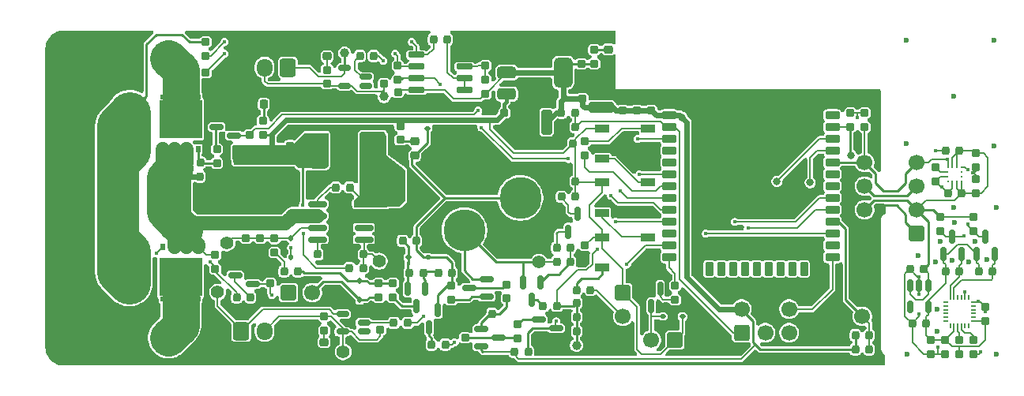
<source format=gbr>
%TF.GenerationSoftware,KiCad,Pcbnew,9.0.5*%
%TF.CreationDate,2025-11-15T15:40:49+01:00*%
%TF.ProjectId,Robobuoy-Sub-v3_0,526f626f-6275-46f7-992d-5375622d7633,rev?*%
%TF.SameCoordinates,Original*%
%TF.FileFunction,Copper,L1,Top*%
%TF.FilePolarity,Positive*%
%FSLAX46Y46*%
G04 Gerber Fmt 4.6, Leading zero omitted, Abs format (unit mm)*
G04 Created by KiCad (PCBNEW 9.0.5) date 2025-11-15 15:40:49*
%MOMM*%
%LPD*%
G01*
G04 APERTURE LIST*
G04 Aperture macros list*
%AMRoundRect*
0 Rectangle with rounded corners*
0 $1 Rounding radius*
0 $2 $3 $4 $5 $6 $7 $8 $9 X,Y pos of 4 corners*
0 Add a 4 corners polygon primitive as box body*
4,1,4,$2,$3,$4,$5,$6,$7,$8,$9,$2,$3,0*
0 Add four circle primitives for the rounded corners*
1,1,$1+$1,$2,$3*
1,1,$1+$1,$4,$5*
1,1,$1+$1,$6,$7*
1,1,$1+$1,$8,$9*
0 Add four rect primitives between the rounded corners*
20,1,$1+$1,$2,$3,$4,$5,0*
20,1,$1+$1,$4,$5,$6,$7,0*
20,1,$1+$1,$6,$7,$8,$9,0*
20,1,$1+$1,$8,$9,$2,$3,0*%
G04 Aperture macros list end*
%TA.AperFunction,ComponentPad*%
%ADD10RoundRect,1.125000X-1.125000X1.125000X-1.125000X-1.125000X1.125000X-1.125000X1.125000X1.125000X0*%
%TD*%
%TA.AperFunction,ComponentPad*%
%ADD11C,4.500000*%
%TD*%
%TA.AperFunction,ComponentPad*%
%ADD12RoundRect,0.250000X0.600000X-0.600000X0.600000X0.600000X-0.600000X0.600000X-0.600000X-0.600000X0*%
%TD*%
%TA.AperFunction,ComponentPad*%
%ADD13C,1.700000*%
%TD*%
%TA.AperFunction,SMDPad,CuDef*%
%ADD14RoundRect,0.218750X0.256250X-0.218750X0.256250X0.218750X-0.256250X0.218750X-0.256250X-0.218750X0*%
%TD*%
%TA.AperFunction,SMDPad,CuDef*%
%ADD15RoundRect,0.218750X-0.256250X0.218750X-0.256250X-0.218750X0.256250X-0.218750X0.256250X0.218750X0*%
%TD*%
%TA.AperFunction,SMDPad,CuDef*%
%ADD16RoundRect,0.218750X-0.218750X-0.256250X0.218750X-0.256250X0.218750X0.256250X-0.218750X0.256250X0*%
%TD*%
%TA.AperFunction,SMDPad,CuDef*%
%ADD17RoundRect,0.200000X0.250000X-0.200000X0.250000X0.200000X-0.250000X0.200000X-0.250000X-0.200000X0*%
%TD*%
%TA.AperFunction,SMDPad,CuDef*%
%ADD18RoundRect,0.200000X-0.200000X-0.250000X0.200000X-0.250000X0.200000X0.250000X-0.200000X0.250000X0*%
%TD*%
%TA.AperFunction,SMDPad,CuDef*%
%ADD19RoundRect,0.200000X-0.250000X0.200000X-0.250000X-0.200000X0.250000X-0.200000X0.250000X0.200000X0*%
%TD*%
%TA.AperFunction,SMDPad,CuDef*%
%ADD20RoundRect,0.250000X0.650000X-0.325000X0.650000X0.325000X-0.650000X0.325000X-0.650000X-0.325000X0*%
%TD*%
%TA.AperFunction,SMDPad,CuDef*%
%ADD21RoundRect,0.150000X0.150000X-0.587500X0.150000X0.587500X-0.150000X0.587500X-0.150000X-0.587500X0*%
%TD*%
%TA.AperFunction,SMDPad,CuDef*%
%ADD22RoundRect,0.112500X-0.187500X-0.112500X0.187500X-0.112500X0.187500X0.112500X-0.187500X0.112500X0*%
%TD*%
%TA.AperFunction,SMDPad,CuDef*%
%ADD23RoundRect,0.250000X-1.100000X0.325000X-1.100000X-0.325000X1.100000X-0.325000X1.100000X0.325000X0*%
%TD*%
%TA.AperFunction,SMDPad,CuDef*%
%ADD24RoundRect,0.112500X0.187500X0.112500X-0.187500X0.112500X-0.187500X-0.112500X0.187500X-0.112500X0*%
%TD*%
%TA.AperFunction,SMDPad,CuDef*%
%ADD25RoundRect,0.249999X-0.450001X-1.425001X0.450001X-1.425001X0.450001X1.425001X-0.450001X1.425001X0*%
%TD*%
%TA.AperFunction,SMDPad,CuDef*%
%ADD26RoundRect,0.150000X0.590000X0.150000X-0.590000X0.150000X-0.590000X-0.150000X0.590000X-0.150000X0*%
%TD*%
%TA.AperFunction,SMDPad,CuDef*%
%ADD27RoundRect,0.150000X-0.150000X0.512500X-0.150000X-0.512500X0.150000X-0.512500X0.150000X0.512500X0*%
%TD*%
%TA.AperFunction,SMDPad,CuDef*%
%ADD28RoundRect,0.150000X-0.150000X0.587500X-0.150000X-0.587500X0.150000X-0.587500X0.150000X0.587500X0*%
%TD*%
%TA.AperFunction,SMDPad,CuDef*%
%ADD29RoundRect,0.112500X-0.112500X0.187500X-0.112500X-0.187500X0.112500X-0.187500X0.112500X0.187500X0*%
%TD*%
%TA.AperFunction,SMDPad,CuDef*%
%ADD30RoundRect,0.200000X0.200000X0.250000X-0.200000X0.250000X-0.200000X-0.250000X0.200000X-0.250000X0*%
%TD*%
%TA.AperFunction,ComponentPad*%
%ADD31RoundRect,0.760000X-1.140000X-1.140000X1.140000X-1.140000X1.140000X1.140000X-1.140000X1.140000X0*%
%TD*%
%TA.AperFunction,ComponentPad*%
%ADD32C,3.800000*%
%TD*%
%TA.AperFunction,SMDPad,CuDef*%
%ADD33RoundRect,0.150000X-0.590000X-0.150000X0.590000X-0.150000X0.590000X0.150000X-0.590000X0.150000X0*%
%TD*%
%TA.AperFunction,SMDPad,CuDef*%
%ADD34RoundRect,0.230769X0.969231X1.519231X-0.969231X1.519231X-0.969231X-1.519231X0.969231X-1.519231X0*%
%TD*%
%TA.AperFunction,SMDPad,CuDef*%
%ADD35RoundRect,0.150000X0.725000X0.150000X-0.725000X0.150000X-0.725000X-0.150000X0.725000X-0.150000X0*%
%TD*%
%TA.AperFunction,ComponentPad*%
%ADD36RoundRect,0.206250X-0.618750X-0.618750X0.618750X-0.618750X0.618750X0.618750X-0.618750X0.618750X0*%
%TD*%
%TA.AperFunction,ComponentPad*%
%ADD37RoundRect,0.206250X0.618750X-0.618750X0.618750X0.618750X-0.618750X0.618750X-0.618750X-0.618750X0*%
%TD*%
%TA.AperFunction,SMDPad,CuDef*%
%ADD38RoundRect,0.090000X-0.660000X-0.360000X0.660000X-0.360000X0.660000X0.360000X-0.660000X0.360000X0*%
%TD*%
%TA.AperFunction,SMDPad,CuDef*%
%ADD39R,0.500000X0.650000*%
%TD*%
%TA.AperFunction,SMDPad,CuDef*%
%ADD40R,4.600000X4.120000*%
%TD*%
%TA.AperFunction,SMDPad,CuDef*%
%ADD41R,0.500000X0.550000*%
%TD*%
%TA.AperFunction,SMDPad,CuDef*%
%ADD42RoundRect,0.150000X0.512500X0.150000X-0.512500X0.150000X-0.512500X-0.150000X0.512500X-0.150000X0*%
%TD*%
%TA.AperFunction,ComponentPad*%
%ADD43RoundRect,0.206250X-0.618750X0.618750X-0.618750X-0.618750X0.618750X-0.618750X0.618750X0.618750X0*%
%TD*%
%TA.AperFunction,SMDPad,CuDef*%
%ADD44C,1.400000*%
%TD*%
%TA.AperFunction,SMDPad,CuDef*%
%ADD45RoundRect,0.300000X-0.700000X-0.300000X0.700000X-0.300000X0.700000X0.300000X-0.700000X0.300000X0*%
%TD*%
%TA.AperFunction,SMDPad,CuDef*%
%ADD46RoundRect,0.317500X-0.698500X-0.317500X0.698500X-0.317500X0.698500X0.317500X-0.698500X0.317500X0*%
%TD*%
%TA.AperFunction,SMDPad,CuDef*%
%ADD47RoundRect,0.500000X-0.500000X-1.100000X0.500000X-1.100000X0.500000X1.100000X-0.500000X1.100000X0*%
%TD*%
%TA.AperFunction,SMDPad,CuDef*%
%ADD48RoundRect,0.150000X-0.825000X-0.150000X0.825000X-0.150000X0.825000X0.150000X-0.825000X0.150000X0*%
%TD*%
%TA.AperFunction,HeatsinkPad*%
%ADD49C,0.500000*%
%TD*%
%TA.AperFunction,HeatsinkPad*%
%ADD50R,2.410000X3.810000*%
%TD*%
%TA.AperFunction,SMDPad,CuDef*%
%ADD51RoundRect,0.050000X-0.225000X-0.050000X0.225000X-0.050000X0.225000X0.050000X-0.225000X0.050000X0*%
%TD*%
%TA.AperFunction,SMDPad,CuDef*%
%ADD52RoundRect,0.050000X0.050000X-0.225000X0.050000X0.225000X-0.050000X0.225000X-0.050000X-0.225000X0*%
%TD*%
%TA.AperFunction,SMDPad,CuDef*%
%ADD53RoundRect,0.150000X0.587500X0.150000X-0.587500X0.150000X-0.587500X-0.150000X0.587500X-0.150000X0*%
%TD*%
%TA.AperFunction,SMDPad,CuDef*%
%ADD54RoundRect,0.225000X-0.525000X-0.225000X0.525000X-0.225000X0.525000X0.225000X-0.525000X0.225000X0*%
%TD*%
%TA.AperFunction,SMDPad,CuDef*%
%ADD55RoundRect,0.225000X0.225000X-0.525000X0.225000X0.525000X-0.225000X0.525000X-0.225000X-0.525000X0*%
%TD*%
%TA.AperFunction,SMDPad,CuDef*%
%ADD56RoundRect,0.250000X-2.250000X-2.250000X2.250000X-2.250000X2.250000X2.250000X-2.250000X2.250000X0*%
%TD*%
%TA.AperFunction,SMDPad,CuDef*%
%ADD57RoundRect,0.250000X-0.650000X1.000000X-0.650000X-1.000000X0.650000X-1.000000X0.650000X1.000000X0*%
%TD*%
%TA.AperFunction,ComponentPad*%
%ADD58RoundRect,0.206250X0.618750X0.618750X-0.618750X0.618750X-0.618750X-0.618750X0.618750X-0.618750X0*%
%TD*%
%TA.AperFunction,ComponentPad*%
%ADD59RoundRect,0.250000X0.600000X0.725000X-0.600000X0.725000X-0.600000X-0.725000X0.600000X-0.725000X0*%
%TD*%
%TA.AperFunction,ComponentPad*%
%ADD60O,1.700000X1.950000*%
%TD*%
%TA.AperFunction,SMDPad,CuDef*%
%ADD61RoundRect,0.250000X0.325000X1.100000X-0.325000X1.100000X-0.325000X-1.100000X0.325000X-1.100000X0*%
%TD*%
%TA.AperFunction,ComponentPad*%
%ADD62RoundRect,0.250000X-0.600000X-0.725000X0.600000X-0.725000X0.600000X0.725000X-0.600000X0.725000X0*%
%TD*%
%TA.AperFunction,SMDPad,CuDef*%
%ADD63R,0.280000X0.280000*%
%TD*%
%TA.AperFunction,SMDPad,CuDef*%
%ADD64RoundRect,0.250000X-0.650000X0.325000X-0.650000X-0.325000X0.650000X-0.325000X0.650000X0.325000X0*%
%TD*%
%TA.AperFunction,SMDPad,CuDef*%
%ADD65C,1.000000*%
%TD*%
%TA.AperFunction,SMDPad,CuDef*%
%ADD66RoundRect,0.250000X1.100000X-0.325000X1.100000X0.325000X-1.100000X0.325000X-1.100000X-0.325000X0*%
%TD*%
%TA.AperFunction,SMDPad,CuDef*%
%ADD67RoundRect,0.150000X-0.587500X-0.150000X0.587500X-0.150000X0.587500X0.150000X-0.587500X0.150000X0*%
%TD*%
%TA.AperFunction,SMDPad,CuDef*%
%ADD68RoundRect,0.112500X0.112500X-0.187500X0.112500X0.187500X-0.112500X0.187500X-0.112500X-0.187500X0*%
%TD*%
%TA.AperFunction,ViaPad*%
%ADD69C,0.450000*%
%TD*%
%TA.AperFunction,ViaPad*%
%ADD70C,0.600000*%
%TD*%
%TA.AperFunction,ViaPad*%
%ADD71C,0.800000*%
%TD*%
%TA.AperFunction,Conductor*%
%ADD72C,0.400000*%
%TD*%
%TA.AperFunction,Conductor*%
%ADD73C,0.250000*%
%TD*%
%TA.AperFunction,Conductor*%
%ADD74C,0.600000*%
%TD*%
%TA.AperFunction,Conductor*%
%ADD75C,0.200000*%
%TD*%
%TA.AperFunction,Conductor*%
%ADD76C,3.500000*%
%TD*%
%TA.AperFunction,Conductor*%
%ADD77C,1.000000*%
%TD*%
%TA.AperFunction,Conductor*%
%ADD78C,1.500000*%
%TD*%
%TA.AperFunction,Conductor*%
%ADD79C,4.000000*%
%TD*%
%TA.AperFunction,Conductor*%
%ADD80C,4.500000*%
%TD*%
G04 APERTURE END LIST*
D10*
%TO.P,J301,1,Pin_1*%
%TO.N,GND*%
X61807259Y-46527436D03*
D11*
%TO.P,J301,2,Pin_2*%
%TO.N,/Robobuoy-Sub-PSU-v3_0/COMM*%
X67807259Y-49991436D03*
%TO.P,J301,3,Pin_3*%
%TO.N,Vbatt*%
X61807259Y-53455436D03*
%TD*%
D12*
%TO.P,J201,1,Pin_1*%
%TO.N,EN*%
X91516400Y-64468500D03*
D13*
%TO.P,J201,2,Pin_2*%
%TO.N,+3.3V*%
X91516400Y-61928500D03*
%TO.P,J201,3,Pin_3*%
%TO.N,TX*%
X94056400Y-64468500D03*
%TO.P,J201,4,Pin_4*%
%TO.N,GND*%
X94056400Y-61928500D03*
%TO.P,J201,5,Pin_5*%
%TO.N,RX*%
X96596400Y-64468500D03*
%TO.P,J201,6,Pin_6*%
%TO.N,DR0*%
X96596400Y-61928500D03*
%TD*%
D14*
%TO.P,D305,2,A*%
%TO.N,Net-(D305-A)*%
X46792000Y-65468500D03*
%TO.P,D305,1,K*%
%TO.N,GND*%
X46792000Y-67043500D03*
%TD*%
%TO.P,D205,2,A*%
%TO.N,Net-(D205-A)*%
X77221200Y-34048700D03*
%TO.P,D205,1,K*%
%TO.N,GND*%
X77221200Y-35623700D03*
%TD*%
D15*
%TO.P,D304,2,A*%
%TO.N,Net-(D304-A)*%
X47100000Y-34787500D03*
%TO.P,D304,1,K*%
%TO.N,GND*%
X47100000Y-33212500D03*
%TD*%
D16*
%TO.P,D308,2,A*%
%TO.N,Net-(D308-A)*%
X40315100Y-39941600D03*
%TO.P,D308,1,K*%
%TO.N,GND*%
X38740100Y-39941600D03*
%TD*%
D17*
%TO.P,R104,1*%
%TO.N,+3.3V*%
X75722600Y-35586200D03*
%TO.P,R104,2*%
%TO.N,Net-(D205-A)*%
X75722600Y-34086200D03*
%TD*%
%TO.P,R312,1*%
%TO.N,Net-(D302-A)*%
X54945400Y-43765000D03*
%TO.P,R312,2*%
%TO.N,+5V*%
X54945400Y-42265000D03*
%TD*%
D18*
%TO.P,R317,1*%
%TO.N,Net-(U303-RT{slash}SYNC)*%
X46113200Y-56040900D03*
%TO.P,R317,2*%
%TO.N,GND*%
X47613200Y-56040900D03*
%TD*%
D19*
%TO.P,C213,1*%
%TO.N,+5V*%
X74732000Y-55092000D03*
%TO.P,C213,2*%
%TO.N,GND*%
X74732000Y-56592000D03*
%TD*%
D20*
%TO.P,C304,1*%
%TO.N,Vbatt*%
X36555800Y-52872000D03*
%TO.P,C304,2*%
%TO.N,GND*%
X36555800Y-49922000D03*
%TD*%
D19*
%TO.P,C405,1*%
%TO.N,Net-(U403-REGOUT)*%
X116388000Y-65252000D03*
%TO.P,C405,2*%
%TO.N,GND*%
X116388000Y-66752000D03*
%TD*%
D21*
%TO.P,Q401,1,G*%
%TO.N,+1.8V*%
X113152000Y-56017500D03*
%TO.P,Q401,2,S*%
%TO.N,SDA_LV*%
X115052000Y-56017500D03*
%TO.P,Q401,3,D*%
%TO.N,/CPU/SDA*%
X114102000Y-54142500D03*
%TD*%
D14*
%TO.P,D302,1,K*%
%TO.N,/Robobuoy-Sub-PSU-v3_0/COMM*%
X56469400Y-45453500D03*
%TO.P,D302,2,A*%
%TO.N,Net-(D302-A)*%
X56469400Y-43878500D03*
%TD*%
D19*
%TO.P,R319,1*%
%TO.N,Net-(D304-A)*%
X47100000Y-36250000D03*
%TO.P,R319,2*%
%TO.N,Net-(J302-Pin_2)*%
X47100000Y-37750000D03*
%TD*%
D18*
%TO.P,R334,1*%
%TO.N,Net-(U304B-+)*%
X58488000Y-32982000D03*
%TO.P,R334,2*%
%TO.N,Net-(U304A--)*%
X59988000Y-32982000D03*
%TD*%
D22*
%TO.P,D309,1,K*%
%TO.N,/Robobuoy-Sub-PSU-v3_0/COMM*%
X57849200Y-42557800D03*
%TO.P,D309,2,A*%
%TO.N,GND*%
X59949200Y-42557800D03*
%TD*%
D18*
%TO.P,R306,1*%
%TO.N,Net-(Q302-D)*%
X70248200Y-61582400D03*
%TO.P,R306,2*%
%TO.N,/CPU/VSAMP*%
X71748200Y-61582400D03*
%TD*%
D23*
%TO.P,C313,1*%
%TO.N,+5V*%
X38410000Y-44969000D03*
%TO.P,C313,2*%
%TO.N,GND*%
X38410000Y-47919000D03*
%TD*%
D18*
%TO.P,R327,1*%
%TO.N,Vbatt*%
X32050000Y-46200000D03*
%TO.P,R327,2*%
%TO.N,Net-(Q308-G)*%
X33550000Y-46200000D03*
%TD*%
D17*
%TO.P,C113,1*%
%TO.N,+3.3V*%
X116642000Y-49480000D03*
%TO.P,C113,2*%
%TO.N,GND*%
X116642000Y-47980000D03*
%TD*%
D18*
%TO.P,R304,1*%
%TO.N,/CPU/VSAMP*%
X73829600Y-61252200D03*
%TO.P,R304,2*%
%TO.N,GND*%
X75329600Y-61252200D03*
%TD*%
%TO.P,C305,1*%
%TO.N,Vbatt*%
X33469000Y-47714000D03*
%TO.P,C305,2*%
%TO.N,GND*%
X34969000Y-47714000D03*
%TD*%
%TO.P,R307,1*%
%TO.N,/CPU/VSAMP*%
X73829600Y-62776200D03*
%TO.P,R307,2*%
%TO.N,GND*%
X75329600Y-62776200D03*
%TD*%
D24*
%TO.P,D201,1,K*%
%TO.N,+5V*%
X85180000Y-62700000D03*
%TO.P,D201,2,A*%
%TO.N,Net-(BZ201--)*%
X83080000Y-62700000D03*
%TD*%
D18*
%TO.P,R303,1*%
%TO.N,Net-(Q301-D)*%
X71696000Y-55334000D03*
%TO.P,R303,2*%
%TO.N,Net-(Q302-G)*%
X73196000Y-55334000D03*
%TD*%
D19*
%TO.P,C312,1*%
%TO.N,+5V*%
X43159800Y-45694000D03*
%TO.P,C312,2*%
%TO.N,GND*%
X43159800Y-47194000D03*
%TD*%
D25*
%TO.P,R339,1*%
%TO.N,GND*%
X19866000Y-59144000D03*
%TO.P,R339,2*%
%TO.N,Net-(J306--)*%
X25966000Y-59144000D03*
%TD*%
D19*
%TO.P,R325,1*%
%TO.N,Net-(Q304-D)*%
X35300000Y-44750000D03*
%TO.P,R325,2*%
%TO.N,Net-(Q308-G)*%
X35300000Y-46250000D03*
%TD*%
D26*
%TO.P,Q307,1,B*%
%TO.N,Net-(Q307-B)*%
X64191200Y-60616100D03*
%TO.P,Q307,2,E*%
%TO.N,Vbatt*%
X64191200Y-58716100D03*
%TO.P,Q307,3,C*%
%TO.N,Net-(Q307-C)*%
X62311200Y-59666100D03*
%TD*%
D27*
%TO.P,U401,1,IN*%
%TO.N,+3.3V*%
X111496000Y-59398000D03*
%TO.P,U401,2,GND*%
%TO.N,GND*%
X110546000Y-59398000D03*
%TO.P,U401,3,EN*%
%TO.N,+3.3V*%
X109596000Y-59398000D03*
%TO.P,U401,4,NC*%
%TO.N,unconnected-(U401-NC-Pad4)*%
X109596000Y-61673000D03*
%TO.P,U401,5,OUT*%
%TO.N,+1.8V*%
X111496000Y-61673000D03*
%TD*%
D19*
%TO.P,R335,1*%
%TO.N,Net-(U304A-+)*%
X64064000Y-37312000D03*
%TO.P,R335,2*%
%TO.N,+3.3V*%
X64064000Y-38812000D03*
%TD*%
D28*
%TO.P,Q205,1,G*%
%TO.N,Net-(Q205-G)*%
X82794000Y-59730500D03*
%TO.P,Q205,2,S*%
%TO.N,GND*%
X80894000Y-59730500D03*
%TO.P,Q205,3,D*%
%TO.N,Net-(BZ201--)*%
X81844000Y-61605500D03*
%TD*%
D29*
%TO.P,D306,1,K*%
%TO.N,Net-(D306-K)*%
X43236000Y-54284000D03*
%TO.P,D306,2,A*%
%TO.N,/CPU/ON*%
X43236000Y-56384000D03*
%TD*%
D19*
%TO.P,R328,1*%
%TO.N,Vbatt*%
X35108000Y-56108000D03*
%TO.P,R328,2*%
%TO.N,Net-(Q306-G)*%
X35108000Y-57608000D03*
%TD*%
D17*
%TO.P,R309,1*%
%TO.N,Net-(D301-K)*%
X52634000Y-60656000D03*
%TO.P,R309,2*%
%TO.N,Net-(D301-A)*%
X52634000Y-59156000D03*
%TD*%
D20*
%TO.P,C303,1*%
%TO.N,Vbatt*%
X34168200Y-52872000D03*
%TO.P,C303,2*%
%TO.N,GND*%
X34168200Y-49922000D03*
%TD*%
D30*
%TO.P,C311,1*%
%TO.N,/Robobuoy-Sub-PSU-v3_0/buck_sw*%
X49523200Y-48857900D03*
%TO.P,C311,2*%
%TO.N,Net-(U303-BOOT)*%
X48023200Y-48857900D03*
%TD*%
D31*
%TO.P,J306,1,-*%
%TO.N,Net-(J306--)*%
X24734000Y-50000000D03*
D32*
%TO.P,J306,2,+*%
%TO.N,Vbatt*%
X29734000Y-50000000D03*
%TD*%
D18*
%TO.P,R316,1*%
%TO.N,Net-(U301-A)*%
X50614000Y-34760000D03*
%TO.P,R316,2*%
%TO.N,/CPU/ESC_BB*%
X52114000Y-34760000D03*
%TD*%
D30*
%TO.P,R326,1*%
%TO.N,Net-(Q305-D)*%
X38906000Y-60668000D03*
%TO.P,R326,2*%
%TO.N,Net-(Q306-G)*%
X37406000Y-60668000D03*
%TD*%
D33*
%TO.P,Q309,1,B*%
%TO.N,Net-(Q309-B)*%
X63632000Y-64036000D03*
%TO.P,Q309,2,E*%
%TO.N,+3.3V*%
X63632000Y-65936000D03*
%TO.P,Q309,3,C*%
%TO.N,Net-(Q309-C)*%
X65512000Y-64986000D03*
%TD*%
D21*
%TO.P,Q403,1,G*%
%TO.N,+1.8V*%
X116708000Y-56017500D03*
%TO.P,Q403,2,S*%
%TO.N,SCL_LV*%
X118608000Y-56017500D03*
%TO.P,Q403,3,D*%
%TO.N,/CPU/SCL*%
X117658000Y-54142500D03*
%TD*%
D34*
%TO.P,L301,1*%
%TO.N,/Robobuoy-Sub-PSU-v3_0/buck_sw*%
X52027200Y-44793900D03*
%TO.P,L301,2*%
%TO.N,+5V*%
X46027200Y-44793900D03*
%TD*%
D19*
%TO.P,R333,1*%
%TO.N,Net-(U304B--)*%
X54666000Y-35788000D03*
%TO.P,R333,2*%
%TO.N,/CPU/Imon*%
X54666000Y-37288000D03*
%TD*%
D35*
%TO.P,U304,1*%
%TO.N,Net-(U304A--)*%
X61813000Y-38443000D03*
%TO.P,U304,2,-*%
X61813000Y-37173000D03*
%TO.P,U304,3,+*%
%TO.N,Net-(U304A-+)*%
X61813000Y-35903000D03*
%TO.P,U304,4,V-*%
%TO.N,GND*%
X61813000Y-34633000D03*
%TO.P,U304,5,+*%
%TO.N,Net-(U304B-+)*%
X56663000Y-34633000D03*
%TO.P,U304,6,-*%
%TO.N,Net-(U304B--)*%
X56663000Y-35903000D03*
%TO.P,U304,7*%
%TO.N,/CPU/Imon*%
X56663000Y-37173000D03*
%TO.P,U304,8,V+*%
%TO.N,+3.3V*%
X56663000Y-38443000D03*
%TD*%
D19*
%TO.P,R343,1*%
%TO.N,GND*%
X61879600Y-63474000D03*
%TO.P,R343,2*%
%TO.N,Net-(Q309-C)*%
X61879600Y-64974000D03*
%TD*%
D36*
%TO.P,SW301,1*%
%TO.N,Vbatt*%
X42982000Y-60160000D03*
D13*
%TO.P,SW301,2*%
%TO.N,Net-(D301-K)*%
X45522000Y-60160000D03*
%TO.P,SW301,3*%
%TO.N,GND*%
X48062000Y-60160000D03*
%TD*%
D37*
%TO.P,J401,1,Pin_1*%
%TO.N,GND*%
X104704000Y-53810000D03*
D13*
%TO.P,J401,2,Pin_2*%
%TO.N,+3.3V*%
X104704000Y-51270000D03*
%TO.P,J401,3,Pin_3*%
%TO.N,/CPU/SCL*%
X104704000Y-48730000D03*
%TO.P,J401,4,Pin_4*%
%TO.N,/CPU/SDA*%
X104704000Y-46190000D03*
%TD*%
D25*
%TO.P,R338,1*%
%TO.N,GND*%
X19866000Y-55080000D03*
%TO.P,R338,2*%
%TO.N,Net-(J306--)*%
X25966000Y-55080000D03*
%TD*%
D19*
%TO.P,C406,1*%
%TO.N,GND*%
X117658000Y-61696000D03*
%TO.P,C406,2*%
%TO.N,+1.8V*%
X117658000Y-63196000D03*
%TD*%
D17*
%TO.P,R324,1*%
%TO.N,/CPU/ESC_SB_PWR*%
X41000000Y-59150000D03*
%TO.P,R324,2*%
%TO.N,GND*%
X41000000Y-57650000D03*
%TD*%
D38*
%TO.P,D204,1,VDD*%
%TO.N,+5V*%
X76600000Y-54192000D03*
%TO.P,D204,2,DOUT*%
%TO.N,Net-(D204-DOUT)*%
X76600000Y-57492000D03*
%TO.P,D204,3,VSS*%
%TO.N,GND*%
X81500000Y-57492000D03*
%TO.P,D204,4,DIN*%
%TO.N,Net-(D203-DOUT)*%
X81500000Y-54192000D03*
%TD*%
D19*
%TO.P,R212,1*%
%TO.N,+3.3V*%
X103180000Y-40868000D03*
%TO.P,R212,2*%
%TO.N,/CPU/SCL*%
X103180000Y-42368000D03*
%TD*%
D28*
%TO.P,Q301,1,G*%
%TO.N,Net-(Q301-G)*%
X73904000Y-51729500D03*
%TO.P,Q301,2,S*%
%TO.N,GND*%
X72004000Y-51729500D03*
%TO.P,Q301,3,D*%
%TO.N,Net-(Q301-D)*%
X72954000Y-53604500D03*
%TD*%
D18*
%TO.P,R105,1*%
%TO.N,+1.8V*%
X116908000Y-57874000D03*
%TO.P,R105,2*%
%TO.N,SCL_LV*%
X118408000Y-57874000D03*
%TD*%
D25*
%TO.P,R337,1*%
%TO.N,GND*%
X19866000Y-44920000D03*
%TO.P,R337,2*%
%TO.N,Net-(J306--)*%
X25966000Y-44920000D03*
%TD*%
D17*
%TO.P,R209,1*%
%TO.N,Net-(Q205-G)*%
X84384000Y-60910000D03*
%TO.P,R209,2*%
%TO.N,BUZZER*%
X84384000Y-59410000D03*
%TD*%
D38*
%TO.P,D202,1,VDD*%
%TO.N,+5V*%
X76600000Y-42508000D03*
%TO.P,D202,2,DOUT*%
%TO.N,Net-(D202-DOUT)*%
X76600000Y-45808000D03*
%TO.P,D202,3,VSS*%
%TO.N,GND*%
X81500000Y-45808000D03*
%TO.P,D202,4,DIN*%
%TO.N,Net-(D202-DIN)*%
X81500000Y-42508000D03*
%TD*%
D39*
%TO.P,Q306,1,S*%
%TO.N,Vbatt*%
X33305000Y-55250000D03*
%TO.P,Q306,2,S*%
X32035000Y-55250000D03*
%TO.P,Q306,3,S*%
X30765000Y-55250000D03*
%TO.P,Q306,4,G*%
%TO.N,Net-(Q306-G)*%
X29495000Y-55250000D03*
D40*
%TO.P,Q306,5,D*%
%TO.N,Net-(J305-Pin_2)*%
X31400000Y-58465000D03*
D41*
X33305000Y-60800000D03*
X32035000Y-60800000D03*
X30765000Y-60800000D03*
X29495000Y-60800000D03*
%TD*%
D42*
%TO.P,U302,1,NC*%
%TO.N,unconnected-(U302-NC-Pad1)*%
X51037500Y-64350000D03*
%TO.P,U302,2,A*%
%TO.N,Net-(U302-A)*%
X51037500Y-63400000D03*
%TO.P,U302,3,GND*%
%TO.N,GND*%
X51037500Y-62450000D03*
%TO.P,U302,4,Y*%
%TO.N,Net-(J303-Pin_1)*%
X48762500Y-62450000D03*
%TO.P,U302,5,VCC*%
%TO.N,Net-(J303-Pin_2)*%
X48762500Y-64350000D03*
%TD*%
D19*
%TO.P,C308,1*%
%TO.N,Net-(D306-K)*%
X38410000Y-54330000D03*
%TO.P,C308,2*%
%TO.N,GND*%
X38410000Y-55830000D03*
%TD*%
D43*
%TO.P,SW202,1,1*%
%TO.N,GND*%
X104450000Y-60160000D03*
D13*
%TO.P,SW202,2,2*%
%TO.N,SWITCH*%
X104450000Y-62700000D03*
%TD*%
D17*
%TO.P,C202,1*%
%TO.N,+3.3V*%
X80320000Y-40590000D03*
%TO.P,C202,2*%
%TO.N,GND*%
X80320000Y-39090000D03*
%TD*%
D18*
%TO.P,R321,1*%
%TO.N,+5V*%
X49496400Y-57493900D03*
%TO.P,R321,2*%
%TO.N,Net-(U303-FB)*%
X50996400Y-57493900D03*
%TD*%
D17*
%TO.P,C102,1*%
%TO.N,+3.3V*%
X74478000Y-39320000D03*
%TO.P,C102,2*%
%TO.N,GND*%
X74478000Y-37820000D03*
%TD*%
D19*
%TO.P,R401,1*%
%TO.N,+3.3V*%
X116388000Y-52044000D03*
%TO.P,R401,2*%
%TO.N,/CPU/SCL*%
X116388000Y-53544000D03*
%TD*%
%TO.P,R314,1*%
%TO.N,Net-(D306-K)*%
X39934000Y-54330000D03*
%TO.P,R314,2*%
%TO.N,GND*%
X39934000Y-55830000D03*
%TD*%
D18*
%TO.P,C124,1*%
%TO.N,GND*%
X113606000Y-49492000D03*
%TO.P,C124,2*%
%TO.N,+3.3V*%
X115106000Y-49492000D03*
%TD*%
D19*
%TO.P,C403,1*%
%TO.N,+1.8V*%
X113340000Y-65252000D03*
%TO.P,C403,2*%
%TO.N,GND*%
X113340000Y-66752000D03*
%TD*%
%TO.P,R211,1*%
%TO.N,+3.3V*%
X104704000Y-40868000D03*
%TO.P,R211,2*%
%TO.N,/CPU/SDA*%
X104704000Y-42368000D03*
%TD*%
D18*
%TO.P,R315,1*%
%TO.N,Net-(U302-A)*%
X54250000Y-63400000D03*
%TO.P,R315,2*%
%TO.N,/CPU/ESC_SB*%
X55750000Y-63400000D03*
%TD*%
D44*
%TO.P,TP305,1,1*%
%TO.N,Net-(J303-Pin_1)*%
X35362000Y-60109200D03*
%TD*%
D25*
%TO.P,R330,1*%
%TO.N,GND*%
X19866000Y-40856000D03*
%TO.P,R330,2*%
%TO.N,Net-(J306--)*%
X25966000Y-40856000D03*
%TD*%
D17*
%TO.P,R323,1*%
%TO.N,/CPU/ESC_BB_PWR*%
X38791000Y-43231600D03*
%TO.P,R323,2*%
%TO.N,GND*%
X38791000Y-41731600D03*
%TD*%
D45*
%TO.P,U201,1,GND*%
%TO.N,GND*%
X66350000Y-34238000D03*
D46*
%TO.P,U201,2,VO*%
%TO.N,+3.3V*%
X66350000Y-36538000D03*
D47*
X72398000Y-36538000D03*
D45*
%TO.P,U201,3,VI*%
%TO.N,+5V*%
X66350000Y-38838000D03*
%TD*%
D48*
%TO.P,U303,1,BOOT*%
%TO.N,Net-(U303-BOOT)*%
X46088200Y-50635900D03*
%TO.P,U303,2,Vin*%
%TO.N,Vbatt*%
X46088200Y-51905900D03*
%TO.P,U303,3,EN*%
%TO.N,Net-(D306-K)*%
X46088200Y-53175900D03*
%TO.P,U303,4,RT/SYNC*%
%TO.N,Net-(U303-RT{slash}SYNC)*%
X46088200Y-54445900D03*
%TO.P,U303,5,FB*%
%TO.N,Net-(U303-FB)*%
X51038200Y-54445900D03*
%TO.P,U303,6,PGOOD*%
%TO.N,unconnected-(U303-PGOOD-Pad6)*%
X51038200Y-53175900D03*
%TO.P,U303,7,GND*%
%TO.N,GND*%
X51038200Y-51905900D03*
%TO.P,U303,8,SW*%
%TO.N,/Robobuoy-Sub-PSU-v3_0/buck_sw*%
X51038200Y-50635900D03*
D49*
%TO.P,U303,9,Thermal_Pad*%
%TO.N,GND*%
X47863200Y-51140900D03*
X47863200Y-52540900D03*
X47863200Y-53940900D03*
D50*
X48563200Y-52540900D03*
D49*
X49263200Y-51140900D03*
X49263200Y-52540900D03*
X49263200Y-53940900D03*
%TD*%
D18*
%TO.P,R318,1*%
%TO.N,Vbatt*%
X55186000Y-54597400D03*
%TO.P,R318,2*%
%TO.N,/Robobuoy-Sub-PSU-v3_0/COMM*%
X56686000Y-54597400D03*
%TD*%
D44*
%TO.P,TP308,1,1*%
%TO.N,Net-(U303-FB)*%
X52684800Y-56782700D03*
%TD*%
D19*
%TO.P,R310,1*%
%TO.N,Net-(D301-A)*%
X54158000Y-59156000D03*
%TO.P,R310,2*%
%TO.N,Net-(Q303-D)*%
X54158000Y-60656000D03*
%TD*%
D51*
%TO.P,U403,1,NC*%
%TO.N,unconnected-(U403-NC-Pad1)*%
X113364000Y-61192000D03*
%TO.P,U403,2,NC*%
%TO.N,unconnected-(U403-NC-Pad2)*%
X113364000Y-61592000D03*
%TO.P,U403,3,NC*%
%TO.N,unconnected-(U403-NC-Pad3)*%
X113364000Y-61992000D03*
%TO.P,U403,4,NC*%
%TO.N,unconnected-(U403-NC-Pad4)*%
X113364000Y-62392000D03*
%TO.P,U403,5,NC*%
%TO.N,unconnected-(U403-NC-Pad5)*%
X113364000Y-62792000D03*
%TO.P,U403,6,NC*%
%TO.N,unconnected-(U403-NC-Pad6)*%
X113364000Y-63192000D03*
D52*
%TO.P,U403,7,AUX_CL*%
%TO.N,unconnected-(U403-AUX_CL-Pad7)*%
X113864000Y-63692000D03*
%TO.P,U403,8,VDDIO*%
%TO.N,+1.8V*%
X114264000Y-63692000D03*
%TO.P,U403,9,SDO/AD0*%
%TO.N,Net-(U403-SDO{slash}AD0)*%
X114664000Y-63692000D03*
%TO.P,U403,10,REGOUT*%
%TO.N,Net-(U403-REGOUT)*%
X115064000Y-63692000D03*
%TO.P,U403,11,FSYNC*%
%TO.N,unconnected-(U403-FSYNC-Pad11)*%
X115464000Y-63692000D03*
%TO.P,U403,12,INT1*%
%TO.N,unconnected-(U403-INT1-Pad12)*%
X115864000Y-63692000D03*
D51*
%TO.P,U403,13,VDD*%
%TO.N,+1.8V*%
X116364000Y-63192000D03*
%TO.P,U403,14,NC*%
%TO.N,unconnected-(U403-NC-Pad14)*%
X116364000Y-62792000D03*
%TO.P,U403,15,NC*%
%TO.N,unconnected-(U403-NC-Pad15)*%
X116364000Y-62392000D03*
%TO.P,U403,16,NC*%
%TO.N,unconnected-(U403-NC-Pad16)*%
X116364000Y-61992000D03*
%TO.P,U403,17,NC*%
%TO.N,unconnected-(U403-NC-Pad17)*%
X116364000Y-61592000D03*
%TO.P,U403,18,GND*%
%TO.N,GND*%
X116364000Y-61192000D03*
D52*
%TO.P,U403,19,RESV*%
%TO.N,unconnected-(U403-RESV-Pad19)*%
X115864000Y-60692000D03*
%TO.P,U403,20,GND*%
%TO.N,GND*%
X115464000Y-60692000D03*
%TO.P,U403,21,AUX_DA*%
%TO.N,unconnected-(U403-AUX_DA-Pad21)*%
X115064000Y-60692000D03*
%TO.P,U403,22,~{CS}*%
%TO.N,unconnected-(U403-~{CS}-Pad22)*%
X114664000Y-60692000D03*
%TO.P,U403,23,SCL/SCLK*%
%TO.N,SCL_LV*%
X114264000Y-60692000D03*
%TO.P,U403,24,SDA/SDI*%
%TO.N,SDA_LV*%
X113864000Y-60692000D03*
%TD*%
D17*
%TO.P,C203,1*%
%TO.N,+3.3V*%
X81844000Y-40590000D03*
%TO.P,C203,2*%
%TO.N,GND*%
X81844000Y-39090000D03*
%TD*%
D53*
%TO.P,Q305,1,G*%
%TO.N,/CPU/ESC_SB_PWR*%
X39137500Y-59250000D03*
%TO.P,Q305,2,S*%
%TO.N,GND*%
X39137500Y-57350000D03*
%TO.P,Q305,3,D*%
%TO.N,Net-(Q305-D)*%
X37262500Y-58300000D03*
%TD*%
D17*
%TO.P,C306,1*%
%TO.N,Vbatt*%
X43337600Y-51943800D03*
%TO.P,C306,2*%
%TO.N,GND*%
X43337600Y-50443800D03*
%TD*%
D18*
%TO.P,R342,1*%
%TO.N,GND*%
X63263200Y-62446000D03*
%TO.P,R342,2*%
%TO.N,Net-(Q309-B)*%
X64763200Y-62446000D03*
%TD*%
D42*
%TO.P,U301,1,NC*%
%TO.N,unconnected-(U301-NC-Pad1)*%
X51237500Y-37950000D03*
%TO.P,U301,2,A*%
%TO.N,Net-(U301-A)*%
X51237500Y-37000000D03*
%TO.P,U301,3,GND*%
%TO.N,GND*%
X51237500Y-36050000D03*
%TO.P,U301,4,Y*%
%TO.N,Net-(J302-Pin_1)*%
X48962500Y-36050000D03*
%TO.P,U301,5,VCC*%
%TO.N,Net-(J302-Pin_2)*%
X48962500Y-37950000D03*
%TD*%
D30*
%TO.P,R305,1*%
%TO.N,/Robobuoy-Sub-PSU-v3_0/COMM*%
X60496000Y-58051800D03*
%TO.P,R305,2*%
%TO.N,Net-(Q303-G)*%
X58996000Y-58051800D03*
%TD*%
D54*
%TO.P,U202,1,GND*%
%TO.N,GND*%
X83746981Y-39841111D03*
%TO.P,U202,2,VDD*%
%TO.N,+3.3V*%
X83746981Y-41111111D03*
%TO.P,U202,3,CHIP_PU/EN*%
%TO.N,EN*%
X83746981Y-42381111D03*
%TO.P,U202,4,GPIO36*%
%TO.N,/CPU/Imon*%
X83746981Y-43651111D03*
%TO.P,U202,5,GPIO39*%
%TO.N,unconnected-(U202-GPIO39-Pad5)*%
X83746981Y-44921111D03*
%TO.P,U202,6,GPIO34*%
%TO.N,unconnected-(U202-GPIO34-Pad6)*%
X83746981Y-46191111D03*
%TO.P,U202,7,GPIO35*%
%TO.N,/CPU/VSAMP*%
X83746981Y-47461111D03*
%TO.P,U202,8,GPIO32*%
%TO.N,LEDS*%
X83746981Y-48731111D03*
%TO.P,U202,9,GPIO33*%
%TO.N,/CPU/ESC_BB*%
X83746981Y-50001111D03*
%TO.P,U202,10,GPIO25*%
%TO.N,/CPU/ESC_BB_PWR*%
X83746981Y-51271111D03*
%TO.P,U202,11,GPIO26*%
%TO.N,/CPU/ON*%
X83746981Y-52541111D03*
%TO.P,U202,12,GPIO27*%
%TO.N,unconnected-(U202-GPIO27-Pad12)*%
X83746981Y-53811111D03*
%TO.P,U202,13,MTMS/SCK/CLK/GPIO14*%
%TO.N,/CPU/ESC_SB*%
X83746981Y-55081111D03*
%TO.P,U202,14,MTDI/MISO/D2/GPIO12*%
%TO.N,BUZZER*%
X83746981Y-56351111D03*
D55*
%TO.P,U202,15,GND*%
%TO.N,GND*%
X86781981Y-57601111D03*
%TO.P,U202,16,MTCK/MOSI/D3/GPIO13*%
%TO.N,unconnected-(U202-MTCK{slash}MOSI{slash}D3{slash}GPIO13-Pad16)*%
X88051981Y-57601111D03*
%TO.P,U202,17,NC*%
%TO.N,unconnected-(U202-NC-Pad17)*%
X89321981Y-57601111D03*
%TO.P,U202,18,NC*%
%TO.N,unconnected-(U202-NC-Pad18)*%
X90591981Y-57601111D03*
%TO.P,U202,19,NC*%
%TO.N,unconnected-(U202-NC-Pad19)*%
X91861981Y-57601111D03*
%TO.P,U202,20,NC*%
%TO.N,unconnected-(U202-NC-Pad20)*%
X93131981Y-57601111D03*
%TO.P,U202,21,NC*%
%TO.N,unconnected-(U202-NC-Pad21)*%
X94401981Y-57601111D03*
%TO.P,U202,22,NC*%
%TO.N,unconnected-(U202-NC-Pad22)*%
X95671981Y-57601111D03*
%TO.P,U202,23,MTDO/CS/CMD/GPIO15*%
%TO.N,unconnected-(U202-MTDO{slash}CS{slash}CMD{slash}GPIO15-Pad23)*%
X96941981Y-57601111D03*
%TO.P,U202,24,D0/GPIO2*%
%TO.N,unconnected-(U202-D0{slash}GPIO2-Pad24)*%
X98211981Y-57601111D03*
D54*
%TO.P,U202,25,BOOT/GPIO0*%
%TO.N,DR0*%
X101246981Y-56351111D03*
%TO.P,U202,26,D1/GPIO4*%
%TO.N,unconnected-(U202-D1{slash}GPIO4-Pad26)*%
X101246981Y-55081111D03*
%TO.P,U202,27,RXD/GPIO16*%
%TO.N,/CPU/ESC_SB_PWR*%
X101246981Y-53811111D03*
%TO.P,U202,28,TXD/GPIO17*%
%TO.N,SWITCH*%
X101246981Y-52541111D03*
%TO.P,U202,29,CS/GPIO5*%
%TO.N,/CPU/RX_SUB*%
X101246981Y-51271111D03*
%TO.P,U202,30,SCK/GPIO18*%
%TO.N,/CPU/TX_SUB*%
X101246981Y-50001111D03*
%TO.P,U202,31,MISO/GPIO19*%
%TO.N,unconnected-(U202-MISO{slash}GPIO19-Pad31)*%
X101246981Y-48731111D03*
%TO.P,U202,32,NC*%
%TO.N,unconnected-(U202-NC-Pad32)*%
X101246981Y-47461111D03*
%TO.P,U202,33,SDA/GPIO21*%
%TO.N,/CPU/SDA*%
X101246981Y-46191111D03*
%TO.P,U202,34,RXD/GPIO3*%
%TO.N,RX*%
X101246981Y-44921111D03*
%TO.P,U202,35,TXD/GPIO1*%
%TO.N,TX*%
X101246981Y-43651111D03*
%TO.P,U202,36,SCL/GPIO22*%
%TO.N,/CPU/SCL*%
X101246981Y-42381111D03*
%TO.P,U202,37,MOSI/GPIO23*%
%TO.N,unconnected-(U202-MOSI{slash}GPIO23-Pad37)*%
X101246981Y-41111111D03*
%TO.P,U202,38,GND*%
%TO.N,GND*%
X101246981Y-39841111D03*
D56*
%TO.P,U202,39,GND*%
X91636981Y-47186111D03*
%TD*%
D57*
%TO.P,D307,1,K*%
%TO.N,/Robobuoy-Sub-PSU-v3_0/buck_sw*%
X54412000Y-48355600D03*
%TO.P,D307,2,A*%
%TO.N,GND*%
X54412000Y-52355600D03*
%TD*%
D19*
%TO.P,R109,1*%
%TO.N,/Robobuoy-Sub-PSU-v3_0/COMM*%
X60406400Y-59423400D03*
%TO.P,R109,2*%
%TO.N,Net-(Q307-B)*%
X60406400Y-60923400D03*
%TD*%
D18*
%TO.P,C307,1*%
%TO.N,/CPU/VSAMP*%
X73829600Y-64300200D03*
%TO.P,C307,2*%
%TO.N,GND*%
X75329600Y-64300200D03*
%TD*%
D28*
%TO.P,Q302,1,G*%
%TO.N,Net-(Q302-G)*%
X69992400Y-59044700D03*
%TO.P,Q302,2,S*%
%TO.N,Vbatt*%
X68092400Y-59044700D03*
%TO.P,Q302,3,D*%
%TO.N,Net-(Q302-D)*%
X69042400Y-60919700D03*
%TD*%
D18*
%TO.P,R402,1*%
%TO.N,+1.8V*%
X113352000Y-57874000D03*
%TO.P,R402,2*%
%TO.N,SDA_LV*%
X114852000Y-57874000D03*
%TD*%
D31*
%TO.P,J305,1,Pin_1*%
%TO.N,GND*%
X25100000Y-65000000D03*
D32*
%TO.P,J305,2,Pin_2*%
%TO.N,Net-(J305-Pin_2)*%
X30100000Y-65000000D03*
%TD*%
D19*
%TO.P,R313,1*%
%TO.N,Net-(D306-K)*%
X41458000Y-54330000D03*
%TO.P,R313,2*%
%TO.N,Net-(R311-Pad2)*%
X41458000Y-55830000D03*
%TD*%
D39*
%TO.P,Q308,1,S*%
%TO.N,Vbatt*%
X29495000Y-44750000D03*
%TO.P,Q308,2,S*%
X30765000Y-44750000D03*
%TO.P,Q308,3,S*%
X32035000Y-44750000D03*
%TO.P,Q308,4,G*%
%TO.N,Net-(Q308-G)*%
X33305000Y-44750000D03*
D40*
%TO.P,Q308,5,D*%
%TO.N,Net-(J304-Pin_2)*%
X31400000Y-41535000D03*
D41*
X29495000Y-39200000D03*
X30765000Y-39200000D03*
X32035000Y-39200000D03*
X33305000Y-39200000D03*
%TD*%
D18*
%TO.P,R201,1*%
%TO.N,+3.3V*%
X72192000Y-40856000D03*
%TO.P,R201,2*%
%TO.N,EN*%
X73692000Y-40856000D03*
%TD*%
D19*
%TO.P,C314,1*%
%TO.N,+3.3V*%
X54691400Y-38632800D03*
%TO.P,C314,2*%
%TO.N,GND*%
X54691400Y-40132800D03*
%TD*%
D37*
%TO.P,J102,1,Pin_1*%
%TO.N,GND*%
X110292000Y-53810000D03*
D13*
%TO.P,J102,2,Pin_2*%
%TO.N,+3.3V*%
X110292000Y-51270000D03*
%TO.P,J102,3,Pin_3*%
%TO.N,/CPU/SCL*%
X110292000Y-48730000D03*
%TO.P,J102,4,Pin_4*%
%TO.N,/CPU/SDA*%
X110292000Y-46190000D03*
%TD*%
D58*
%TO.P,BZ201,1,+*%
%TO.N,+5V*%
X84384000Y-65240000D03*
D13*
%TO.P,BZ201,2,-*%
%TO.N,Net-(BZ201--)*%
X81844000Y-65240000D03*
%TD*%
D19*
%TO.P,C116,1*%
%TO.N,Net-(U102-C1)*%
X112324000Y-46710000D03*
%TO.P,C116,2*%
%TO.N,GND*%
X112324000Y-48210000D03*
%TD*%
D59*
%TO.P,J302,1,Pin_1*%
%TO.N,Net-(J302-Pin_1)*%
X42900000Y-36000000D03*
D60*
%TO.P,J302,2,Pin_2*%
%TO.N,Net-(J302-Pin_2)*%
X40400000Y-36000000D03*
%TO.P,J302,3,Pin_3*%
%TO.N,GND*%
X37900000Y-36000000D03*
%TD*%
D17*
%TO.P,C211,1*%
%TO.N,+3.3V*%
X74351000Y-35586200D03*
%TO.P,C211,2*%
%TO.N,GND*%
X74351000Y-34086200D03*
%TD*%
D19*
%TO.P,R331,1*%
%TO.N,Net-(J306--)*%
X34092000Y-33248000D03*
%TO.P,R331,2*%
%TO.N,Net-(U304B-+)*%
X34092000Y-34748000D03*
%TD*%
D18*
%TO.P,R308,1*%
%TO.N,Vbatt*%
X55922600Y-58051800D03*
%TO.P,R308,2*%
%TO.N,Net-(Q303-G)*%
X57422600Y-58051800D03*
%TD*%
D17*
%TO.P,C309,1*%
%TO.N,Net-(J302-Pin_2)*%
X53200000Y-37750000D03*
%TO.P,C309,2*%
%TO.N,GND*%
X53200000Y-36250000D03*
%TD*%
D30*
%TO.P,C402,1*%
%TO.N,+1.8V*%
X111296000Y-63462000D03*
%TO.P,C402,2*%
%TO.N,GND*%
X109796000Y-63462000D03*
%TD*%
%TO.P,C216,1*%
%TO.N,SWITCH*%
X105200000Y-64732000D03*
%TO.P,C216,2*%
%TO.N,+3.3V*%
X103700000Y-64732000D03*
%TD*%
%TO.P,R345,1*%
%TO.N,/CPU/RX_SUB*%
X68649400Y-66510000D03*
%TO.P,R345,2*%
%TO.N,+3.3V*%
X67149400Y-66510000D03*
%TD*%
D19*
%TO.P,R329,1*%
%TO.N,Net-(D308-A)*%
X40238800Y-41731600D03*
%TO.P,R329,2*%
%TO.N,+5V*%
X40238800Y-43231600D03*
%TD*%
D18*
%TO.P,R210,1*%
%TO.N,+3.3V*%
X103700000Y-66256000D03*
%TO.P,R210,2*%
%TO.N,SWITCH*%
X105200000Y-66256000D03*
%TD*%
D17*
%TO.P,R320,1*%
%TO.N,Net-(D305-A)*%
X46792000Y-64212000D03*
%TO.P,R320,2*%
%TO.N,Net-(J303-Pin_2)*%
X46792000Y-62712000D03*
%TD*%
D30*
%TO.P,R311,1*%
%TO.N,Net-(D301-A)*%
X43986000Y-57874000D03*
%TO.P,R311,2*%
%TO.N,Net-(R311-Pad2)*%
X42486000Y-57874000D03*
%TD*%
D19*
%TO.P,R336,1*%
%TO.N,GND*%
X64064000Y-34264000D03*
%TO.P,R336,2*%
%TO.N,Net-(U304A-+)*%
X64064000Y-35764000D03*
%TD*%
D30*
%TO.P,C214,1*%
%TO.N,+5V*%
X73704000Y-48222000D03*
%TO.P,C214,2*%
%TO.N,GND*%
X72204000Y-48222000D03*
%TD*%
D61*
%TO.P,C212,1*%
%TO.N,+3.3V*%
X70619000Y-41872000D03*
%TO.P,C212,2*%
%TO.N,GND*%
X67669000Y-41872000D03*
%TD*%
D21*
%TO.P,Q117,1,B*%
%TO.N,Net-(Q117-B)*%
X58034000Y-63866100D03*
%TO.P,Q117,2,E*%
%TO.N,GND*%
X59934000Y-63866100D03*
%TO.P,Q117,3,C*%
%TO.N,/Robobuoy-Sub-PSU-v3_0/COMM*%
X58984000Y-61991100D03*
%TD*%
D43*
%TO.P,J203,1,Pin_1*%
%TO.N,+5V*%
X78796000Y-60160000D03*
D13*
%TO.P,J203,2,Pin_2*%
%TO.N,Net-(J203-Pin_2)*%
X78796000Y-62700000D03*
%TO.P,J203,3,Pin_3*%
%TO.N,GND*%
X78796000Y-65240000D03*
%TD*%
D17*
%TO.P,C404,1*%
%TO.N,GND*%
X111816000Y-66752000D03*
%TO.P,C404,2*%
%TO.N,+1.8V*%
X111816000Y-65252000D03*
%TD*%
%TO.P,R332,1*%
%TO.N,GND*%
X34092000Y-38050000D03*
%TO.P,R332,2*%
%TO.N,Net-(U304B--)*%
X34092000Y-36550000D03*
%TD*%
D19*
%TO.P,R344,1*%
%TO.N,Net-(Q102-B)*%
X67493000Y-63550200D03*
%TO.P,R344,2*%
%TO.N,Net-(Q309-C)*%
X67493000Y-65050200D03*
%TD*%
D17*
%TO.P,C315,1*%
%TO.N,+5V*%
X43134400Y-44374600D03*
%TO.P,C315,2*%
%TO.N,GND*%
X43134400Y-42874600D03*
%TD*%
D44*
%TO.P,TP301,1,1*%
%TO.N,Vbatt*%
X69804400Y-56883400D03*
%TD*%
D62*
%TO.P,J303,1,Pin_1*%
%TO.N,Net-(J303-Pin_1)*%
X37900000Y-64275000D03*
D60*
%TO.P,J303,2,Pin_2*%
%TO.N,Net-(J303-Pin_2)*%
X40400000Y-64275000D03*
%TO.P,J303,3,Pin_3*%
%TO.N,GND*%
X42900000Y-64275000D03*
%TD*%
D17*
%TO.P,R404,1*%
%TO.N,+1.8V*%
X114864000Y-66752000D03*
%TO.P,R404,2*%
%TO.N,Net-(U403-SDO{slash}AD0)*%
X114864000Y-65252000D03*
%TD*%
D18*
%TO.P,R340,1*%
%TO.N,Net-(Q117-B)*%
X58259400Y-65748000D03*
%TO.P,R340,2*%
%TO.N,/CPU/TX_SUB*%
X59759400Y-65748000D03*
%TD*%
D20*
%TO.P,C301,1*%
%TO.N,Vbatt*%
X38943400Y-52872000D03*
%TO.P,C301,2*%
%TO.N,GND*%
X38943400Y-49922000D03*
%TD*%
D22*
%TO.P,D303,1,K*%
%TO.N,Vbatt*%
X55800400Y-56350000D03*
%TO.P,D303,2,A*%
%TO.N,/Robobuoy-Sub-PSU-v3_0/COMM*%
X57900400Y-56350000D03*
%TD*%
D30*
%TO.P,R302,1*%
%TO.N,Net-(Q302-G)*%
X73196000Y-56858000D03*
%TO.P,R302,2*%
%TO.N,Vbatt*%
X71696000Y-56858000D03*
%TD*%
%TO.P,C401,1*%
%TO.N,+3.3V*%
X111042000Y-57620000D03*
%TO.P,C401,2*%
%TO.N,GND*%
X109542000Y-57620000D03*
%TD*%
D44*
%TO.P,TP303,1,1*%
%TO.N,Net-(D306-K)*%
X36378000Y-54826000D03*
%TD*%
D19*
%TO.P,R403,1*%
%TO.N,+3.3V*%
X112832000Y-52044000D03*
%TO.P,R403,2*%
%TO.N,/CPU/SDA*%
X112832000Y-53544000D03*
%TD*%
D63*
%TO.P,U102,1,SCL/SPC*%
%TO.N,/CPU/SCL*%
X115106000Y-46697500D03*
%TO.P,U102,2,CS_XL*%
%TO.N,+3.3V*%
X114606000Y-46697500D03*
%TO.P,U102,3,CS_MAG*%
X114106000Y-46697500D03*
%TO.P,U102,4,SDA/SDI/SDO*%
%TO.N,/CPU/SDA*%
X113606000Y-46697500D03*
%TO.P,U102,5,C1*%
%TO.N,Net-(U102-C1)*%
X113593500Y-47210000D03*
%TO.P,U102,6,GND*%
%TO.N,GND*%
X113593500Y-47710000D03*
%TO.P,U102,7,INT_MAG*%
%TO.N,unconnected-(U102-INT_MAG-Pad7)*%
X113606000Y-48222500D03*
%TO.P,U102,8,GND*%
%TO.N,GND*%
X114106000Y-48222500D03*
%TO.P,U102,9,VDD*%
%TO.N,+3.3V*%
X114606000Y-48222500D03*
%TO.P,U102,10,VDDIO*%
X115106000Y-48222500D03*
%TO.P,U102,11,DRDY_MAG*%
%TO.N,unconnected-(U102-DRDY_MAG-Pad11)*%
X115118500Y-47710000D03*
%TO.P,U102,12,INT_XL*%
%TO.N,unconnected-(U102-INT_XL-Pad12)*%
X115118500Y-47210000D03*
%TD*%
D19*
%TO.P,R213,1*%
%TO.N,Net-(D202-DIN)*%
X74732000Y-43916000D03*
%TO.P,R213,2*%
%TO.N,LEDS*%
X74732000Y-45416000D03*
%TD*%
D64*
%TO.P,C317,1*%
%TO.N,+5V*%
X41204000Y-44969000D03*
%TO.P,C317,2*%
%TO.N,GND*%
X41204000Y-47919000D03*
%TD*%
D65*
%TO.P,TP304,1,1*%
%TO.N,Net-(J302-Pin_1)*%
X48976400Y-34429800D03*
%TD*%
D17*
%TO.P,C310,1*%
%TO.N,Net-(J303-Pin_2)*%
X52800000Y-64150000D03*
%TO.P,C310,2*%
%TO.N,GND*%
X52800000Y-62650000D03*
%TD*%
D19*
%TO.P,C207,1*%
%TO.N,+5V*%
X66096000Y-40868000D03*
%TO.P,C207,2*%
%TO.N,GND*%
X66096000Y-42368000D03*
%TD*%
D17*
%TO.P,C103,1*%
%TO.N,+3.3V*%
X78796000Y-40590000D03*
%TO.P,C103,2*%
%TO.N,GND*%
X78796000Y-39090000D03*
%TD*%
D20*
%TO.P,C302,1*%
%TO.N,Vbatt*%
X41327040Y-52871680D03*
%TO.P,C302,2*%
%TO.N,GND*%
X41327040Y-49921680D03*
%TD*%
D66*
%TO.P,C208,1*%
%TO.N,+3.3V*%
X76510000Y-40299000D03*
%TO.P,C208,2*%
%TO.N,GND*%
X76510000Y-37349000D03*
%TD*%
D19*
%TO.P,C114,1*%
%TO.N,+3.3V*%
X116642000Y-45186000D03*
%TO.P,C114,2*%
%TO.N,GND*%
X116642000Y-46686000D03*
%TD*%
D30*
%TO.P,C215,1*%
%TO.N,+5V*%
X73450000Y-44158000D03*
%TO.P,C215,2*%
%TO.N,GND*%
X71950000Y-44158000D03*
%TD*%
%TO.P,R322,1*%
%TO.N,Net-(U303-FB)*%
X51013200Y-56040900D03*
%TO.P,R322,2*%
%TO.N,GND*%
X49513200Y-56040900D03*
%TD*%
D31*
%TO.P,J304,1,Pin_1*%
%TO.N,GND*%
X25100000Y-35000000D03*
D32*
%TO.P,J304,2,Pin_2*%
%TO.N,Net-(J304-Pin_2)*%
X30100000Y-35000000D03*
%TD*%
D67*
%TO.P,Q102,1,B*%
%TO.N,Net-(Q102-B)*%
X69755900Y-63020000D03*
%TO.P,Q102,2,E*%
%TO.N,GND*%
X69755900Y-64920000D03*
%TO.P,Q102,3,C*%
%TO.N,/CPU/RX_SUB*%
X71630900Y-63970000D03*
%TD*%
D68*
%TO.P,D301,1,K*%
%TO.N,Net-(D301-K)*%
X50602000Y-60956000D03*
%TO.P,D301,2,A*%
%TO.N,Net-(D301-A)*%
X50602000Y-58856000D03*
%TD*%
D18*
%TO.P,C115,1*%
%TO.N,GND*%
X113352000Y-44920000D03*
%TO.P,C115,2*%
%TO.N,+3.3V*%
X114852000Y-44920000D03*
%TD*%
D65*
%TO.P,TP306,1,1*%
%TO.N,Net-(J302-Pin_2)*%
X53200000Y-39100000D03*
%TD*%
D53*
%TO.P,Q304,1,G*%
%TO.N,/CPU/ESC_BB_PWR*%
X37137700Y-43330000D03*
%TO.P,Q304,2,S*%
%TO.N,GND*%
X37137700Y-41430000D03*
%TO.P,Q304,3,D*%
%TO.N,Net-(Q304-D)*%
X35262700Y-42380000D03*
%TD*%
D18*
%TO.P,R301,1*%
%TO.N,Net-(Q301-G)*%
X72204000Y-49873000D03*
%TO.P,R301,2*%
%TO.N,+5V*%
X73704000Y-49873000D03*
%TD*%
D28*
%TO.P,Q303,1,G*%
%TO.N,Net-(Q303-G)*%
X57636000Y-59742500D03*
%TO.P,Q303,2,S*%
%TO.N,Vbatt*%
X55736000Y-59742500D03*
%TO.P,Q303,3,D*%
%TO.N,Net-(Q303-D)*%
X56686000Y-61617500D03*
%TD*%
D30*
%TO.P,R214,1*%
%TO.N,Net-(J203-Pin_2)*%
X75333622Y-59878688D03*
%TO.P,R214,2*%
%TO.N,Net-(D204-DOUT)*%
X73833622Y-59878688D03*
%TD*%
D44*
%TO.P,TP307,1,1*%
%TO.N,Net-(J303-Pin_2)*%
X48824000Y-66510000D03*
%TD*%
D65*
%TO.P,TP302,1,1*%
%TO.N,/CPU/VSAMP*%
X73817600Y-65798800D03*
%TD*%
D38*
%TO.P,D203,1,VDD*%
%TO.N,+5V*%
X76582901Y-48340795D03*
%TO.P,D203,2,DOUT*%
%TO.N,Net-(D203-DOUT)*%
X76582901Y-51640795D03*
%TO.P,D203,3,VSS*%
%TO.N,GND*%
X81482901Y-51640795D03*
%TO.P,D203,4,DIN*%
%TO.N,Net-(D202-DOUT)*%
X81482901Y-48340795D03*
%TD*%
D17*
%TO.P,R341,1*%
%TO.N,Net-(Q309-B)*%
X66350000Y-60783000D03*
%TO.P,R341,2*%
%TO.N,Net-(Q307-C)*%
X66350000Y-59283000D03*
%TD*%
D30*
%TO.P,C201,1*%
%TO.N,EN*%
X73692000Y-42380000D03*
%TO.P,C201,2*%
%TO.N,GND*%
X72192000Y-42380000D03*
%TD*%
D69*
%TO.N,GND*%
X32669600Y-32499400D03*
X35082600Y-32575600D03*
X102545000Y-67221200D03*
X102595800Y-65468600D03*
X86212800Y-66586200D03*
X85273000Y-60210800D03*
X92943800Y-67043400D03*
X35997000Y-41414800D03*
D70*
%TO.N,*%
X112324000Y-56858000D03*
X115880000Y-56858000D03*
D69*
%TO.N,+5V*%
X44531400Y-53784600D03*
X44511945Y-50720786D03*
D71*
%TO.N,GND*%
X91636981Y-47186111D03*
D70*
X109276000Y-66764000D03*
X18725000Y-60160000D03*
X49027200Y-47612400D03*
X21265000Y-55080000D03*
D69*
X33838000Y-48730000D03*
D70*
X77780000Y-38570000D03*
D69*
X76637000Y-50508000D03*
D70*
X91750000Y-49238000D03*
X81742400Y-44462800D03*
X118547000Y-44412000D03*
X112832000Y-54699000D03*
X43794800Y-49339600D03*
X114229000Y-51016000D03*
X41305600Y-41033800D03*
D69*
X115424288Y-60106270D03*
D70*
X81336000Y-58549000D03*
D69*
X37495600Y-42405400D03*
D70*
X105720000Y-38570000D03*
X42321600Y-51016000D03*
D69*
X56063000Y-67272000D03*
D70*
X58145800Y-45682000D03*
X99573200Y-54622800D03*
X74452600Y-36792000D03*
X34549200Y-58915400D03*
D69*
X44150400Y-42634000D03*
D70*
X58120400Y-50406400D03*
X105974000Y-67272000D03*
X21265000Y-61430000D03*
D71*
X36361600Y-48060400D03*
D70*
X42829600Y-49365000D03*
D69*
X59365000Y-67272000D03*
X116835556Y-61077678D03*
X117150000Y-66510000D03*
D70*
X18725000Y-57620000D03*
X18725000Y-39205000D03*
X73639800Y-38443000D03*
D69*
X91242000Y-59398000D03*
D70*
X18725000Y-41110000D03*
X21265000Y-39205000D03*
X85400000Y-38570000D03*
X18725000Y-55080000D03*
X112451000Y-61938000D03*
X77526000Y-32474000D03*
X66350000Y-35268000D03*
X96830000Y-38570000D03*
D69*
X95306000Y-65621000D03*
D70*
X99649400Y-39841111D03*
X18725000Y-42380000D03*
X89464000Y-47206000D03*
X105974000Y-39332000D03*
X82733000Y-39586000D03*
X109149000Y-33109000D03*
X68890000Y-41872000D03*
X112451000Y-64351000D03*
D69*
X55859800Y-53632200D03*
D70*
X84892000Y-39841111D03*
D69*
X97084000Y-59271000D03*
D70*
X21265000Y-42380000D03*
D69*
X48747800Y-49771400D03*
D70*
X18725000Y-44920000D03*
X65080000Y-48222000D03*
X64495800Y-52260600D03*
X18725000Y-53810000D03*
X67874000Y-34238000D03*
D69*
X90480000Y-39841111D03*
D70*
X73335000Y-34074200D03*
X114356000Y-52667000D03*
X93020000Y-38570000D03*
X70337800Y-53987800D03*
D69*
X36428800Y-50558800D03*
D70*
X109149000Y-44158000D03*
X65130800Y-54953000D03*
X41661200Y-49010300D03*
D69*
X42372400Y-55080000D03*
D70*
X18725000Y-46190000D03*
X76510000Y-38316000D03*
X36327200Y-56781800D03*
X38333800Y-49060200D03*
X80320000Y-45682000D03*
X40238800Y-49010300D03*
D69*
X63048000Y-34506000D03*
X35362000Y-49746000D03*
D70*
X101910000Y-38570000D03*
D69*
X61016000Y-40094000D03*
D70*
X70312400Y-52133600D03*
D69*
X87051000Y-42253000D03*
X112578000Y-66002000D03*
D70*
X117785000Y-56604000D03*
X18598000Y-66764000D03*
D69*
X112324000Y-44920000D03*
X52151400Y-39992400D03*
D70*
X66350000Y-33236000D03*
D69*
X99370000Y-65494000D03*
X34600000Y-39078000D03*
X117658000Y-62192000D03*
X61879787Y-62649387D03*
D70*
X118547000Y-33109000D03*
X91750000Y-45174000D03*
D69*
X69702800Y-66281400D03*
D70*
X82860000Y-38570000D03*
X21265000Y-60160000D03*
X93782000Y-45174000D03*
D69*
X55834400Y-52387600D03*
X49611400Y-49873000D03*
X70007600Y-38189000D03*
D70*
X18725000Y-48730000D03*
X104450000Y-38570000D03*
X46106200Y-48984000D03*
D69*
X72954000Y-48984000D03*
D70*
X79050000Y-38570000D03*
X38867200Y-51168400D03*
D69*
X55478800Y-39382800D03*
X87571700Y-58953500D03*
D70*
X87940000Y-38570000D03*
D69*
X94163000Y-42253000D03*
D70*
X72192000Y-46799600D03*
D69*
X41254800Y-46926600D03*
D70*
X21265000Y-44920000D03*
X54057802Y-42991000D03*
D69*
X61016000Y-40094000D03*
X35235000Y-48730000D03*
X52684800Y-52032000D03*
D70*
X62032000Y-32474000D03*
X90480000Y-38570000D03*
X21265000Y-51270000D03*
X21265000Y-53810000D03*
X118851800Y-66789400D03*
X18725000Y-52540000D03*
D69*
X91216600Y-54521200D03*
D70*
X118801000Y-51016000D03*
D69*
X47325400Y-49822200D03*
X116302600Y-47316798D03*
D70*
X98100000Y-38570000D03*
X80320000Y-38570000D03*
X48824000Y-44158000D03*
X78770600Y-51524000D03*
X89464000Y-49238000D03*
X70515600Y-44234200D03*
D69*
X38435400Y-46952000D03*
D70*
X103992800Y-44056400D03*
X36428800Y-45631200D03*
D69*
X71176000Y-51778000D03*
D70*
X89464000Y-45174000D03*
X76954500Y-38887500D03*
D69*
X99751000Y-42253000D03*
D70*
X28148400Y-61506200D03*
X93782000Y-49238000D03*
X93782000Y-47206000D03*
D69*
X80955000Y-60922000D03*
X97338000Y-54521200D03*
X55834400Y-51066800D03*
D70*
X54031000Y-45199400D03*
D69*
X100081200Y-57696200D03*
D70*
X72192000Y-43396000D03*
X18725000Y-51270000D03*
X105237400Y-39814600D03*
X84130000Y-38570000D03*
X34041200Y-66586200D03*
X18725000Y-50000000D03*
X116515000Y-54699000D03*
D69*
X110491844Y-58447849D03*
X110546000Y-62446000D03*
D70*
X81488400Y-55715000D03*
X103180000Y-38570000D03*
X114229000Y-39078000D03*
X18598000Y-33490000D03*
X76510000Y-36309400D03*
X91750000Y-38570000D03*
X18725000Y-58890000D03*
X86822400Y-52946400D03*
X100640000Y-38570000D03*
D69*
X42448600Y-43523000D03*
D70*
X81590000Y-38570000D03*
D69*
X66578600Y-67475200D03*
D70*
X102976800Y-51422400D03*
X34142800Y-44107200D03*
D69*
X110546000Y-60347000D03*
D70*
X18725000Y-56350000D03*
X21265000Y-46190000D03*
X41458000Y-50965200D03*
X89210000Y-38570000D03*
X21265000Y-57620000D03*
X86670000Y-38570000D03*
X21265000Y-56350000D03*
X18725000Y-47460000D03*
X21265000Y-41110000D03*
D69*
X60711200Y-35115600D03*
D70*
X66604000Y-41872000D03*
X110419000Y-56223000D03*
D69*
X86771600Y-55715000D03*
D70*
X114102000Y-56731000D03*
X61854200Y-43396000D03*
X40137200Y-50991500D03*
X101935400Y-57569200D03*
D69*
X88575000Y-65367000D03*
D71*
X52761000Y-53606800D03*
D70*
X21265000Y-47460000D03*
D69*
X43134400Y-48145800D03*
X51364000Y-66408400D03*
D70*
X94290000Y-38570000D03*
X18725000Y-61430000D03*
X21265000Y-52540000D03*
X80320000Y-51524000D03*
X99370000Y-38570000D03*
X18725000Y-43650000D03*
D71*
X39131652Y-58334212D03*
D69*
X36124000Y-67399000D03*
D70*
X21265000Y-50000000D03*
D69*
X70947400Y-64935200D03*
X41585000Y-66256000D03*
D70*
X95560000Y-38570000D03*
X21265000Y-58890000D03*
X47858800Y-43040400D03*
X21265000Y-48730000D03*
D69*
X93909000Y-39841111D03*
D70*
X21265000Y-43650000D03*
D69*
X73970000Y-55842000D03*
X76764000Y-44539000D03*
X112965000Y-48851000D03*
%TO.N,+3.3V*%
X103942000Y-41364000D03*
D71*
X85146000Y-41364000D03*
D69*
%TO.N,/CPU/VSAMP*%
X76078200Y-55486400D03*
X80574000Y-47460000D03*
D70*
%TO.N,Vbatt*%
X30790000Y-54445000D03*
D69*
X55783600Y-57035800D03*
D70*
X29520000Y-45555000D03*
X31425000Y-54445000D03*
X30790000Y-45555000D03*
X31425000Y-45555000D03*
X32035000Y-54445000D03*
X32060000Y-45555000D03*
X30155000Y-45555000D03*
X32720000Y-54420000D03*
D69*
%TO.N,/CPU/ON*%
X78034000Y-52540000D03*
X43236000Y-55334000D03*
D71*
%TO.N,RX*%
X98862000Y-48349000D03*
%TO.N,TX*%
X95306000Y-48222000D03*
D70*
%TO.N,Net-(J304-Pin_2)*%
X30790000Y-39840000D03*
X30790000Y-42380000D03*
X33330000Y-41110000D03*
X32060000Y-42380000D03*
X32060000Y-41110000D03*
X33330000Y-39840000D03*
X30790000Y-41110000D03*
X29520000Y-42380000D03*
X29520000Y-39840000D03*
X29520000Y-41110000D03*
X32060000Y-39840000D03*
X33330000Y-42380000D03*
%TO.N,Net-(J305-Pin_2)*%
X30790000Y-58890000D03*
X29520000Y-57620000D03*
X32060000Y-58890000D03*
X29520000Y-60160000D03*
X29520000Y-58890000D03*
X33330000Y-57620000D03*
X32060000Y-57620000D03*
X30790000Y-57620000D03*
X33330000Y-60160000D03*
X33330000Y-58890000D03*
X32060000Y-60160000D03*
X30790000Y-60160000D03*
D69*
%TO.N,/CPU/RX_SUB*%
X71658600Y-63233400D03*
X92186370Y-53236111D03*
%TO.N,/CPU/ESC_SB_PWR*%
X41204000Y-60414000D03*
X87686000Y-53810000D03*
%TO.N,/CPU/ESC_BB_PWR*%
X77526000Y-49746000D03*
X63302000Y-40602000D03*
%TO.N,Net-(Q306-G)*%
X34590403Y-56876780D03*
X28830500Y-55914500D03*
%TO.N,/CPU/TX_SUB*%
X90784800Y-52565400D03*
X60762000Y-65494000D03*
%TO.N,/CPU/ESC_BB*%
X72954000Y-45809000D03*
X78542000Y-49238000D03*
X53142000Y-35268000D03*
X63632200Y-42430800D03*
%TO.N,/CPU/ESC_SB*%
X79227800Y-57112000D03*
X57460000Y-62700000D03*
%TO.N,Net-(U304B-+)*%
X36124000Y-33236000D03*
X56190000Y-33236000D03*
%TO.N,Net-(U304B--)*%
X36124000Y-34506000D03*
X54412000Y-34506000D03*
%TO.N,/CPU/Imon*%
X59238000Y-37808000D03*
X80370800Y-43651111D03*
D71*
%TO.N,/CPU/SCL*%
X103268000Y-45428000D03*
D69*
X115727600Y-52819400D03*
X115727600Y-46977400D03*
%TO.N,/CPU/SDA*%
X113559031Y-45845000D03*
X115321200Y-54064000D03*
D70*
%TO.N,Net-(J306--)*%
X25710000Y-53175000D03*
X24440000Y-42380000D03*
X24440000Y-55080000D03*
X25710000Y-46825000D03*
X24440000Y-56350000D03*
X26980000Y-44920000D03*
X26980000Y-57620000D03*
X26980000Y-41110000D03*
X24440000Y-43650000D03*
X26980000Y-56350000D03*
X24440000Y-57620000D03*
X26980000Y-43650000D03*
X26980000Y-42380000D03*
X24440000Y-46190000D03*
X24440000Y-53810000D03*
X24440000Y-41110000D03*
X26980000Y-58890000D03*
X24440000Y-44920000D03*
X24440000Y-58890000D03*
X26980000Y-55080000D03*
%TD*%
D72*
%TO.N,GND*%
X68037800Y-34074200D02*
X67874000Y-34238000D01*
X73335000Y-34074200D02*
X68037800Y-34074200D01*
D73*
X73347000Y-34086200D02*
X73335000Y-34074200D01*
X74351000Y-34086200D02*
X73347000Y-34086200D01*
%TO.N,+3.3V*%
X73349800Y-35586200D02*
X72398000Y-36538000D01*
X74351000Y-35586200D02*
X73349800Y-35586200D01*
X75722600Y-35586200D02*
X74351000Y-35586200D01*
%TO.N,Net-(D205-A)*%
X75760100Y-34048700D02*
X75722600Y-34086200D01*
X77221200Y-34048700D02*
X75760100Y-34048700D01*
%TO.N,GND*%
X77195700Y-35623700D02*
X76510000Y-36309400D01*
X77221200Y-35623700D02*
X77195700Y-35623700D01*
X36012200Y-41430000D02*
X35997000Y-41414800D01*
X37137700Y-41430000D02*
X36012200Y-41430000D01*
X38740100Y-41680700D02*
X38791000Y-41731600D01*
X38740100Y-39941600D02*
X38740100Y-41680700D01*
%TO.N,Net-(D308-A)*%
X40315100Y-41655300D02*
X40238800Y-41731600D01*
X40315100Y-39941600D02*
X40315100Y-41655300D01*
%TO.N,+5V*%
X43476600Y-45694000D02*
X44506000Y-46723400D01*
D74*
X64572000Y-41630000D02*
X65334002Y-41630000D01*
D75*
X85180000Y-62700000D02*
X85180000Y-64444000D01*
D73*
X54945400Y-41643400D02*
X54843800Y-41745000D01*
D74*
X64558600Y-41643400D02*
X42677200Y-41643400D01*
D73*
X44506000Y-50714841D02*
X44511945Y-50720786D01*
D75*
X64572000Y-41630000D02*
X64572000Y-42641000D01*
X65345000Y-41619002D02*
X66096002Y-40868000D01*
X44531400Y-56096000D02*
X44531400Y-53784600D01*
X73704000Y-49873000D02*
X73704000Y-48340795D01*
D73*
X44506000Y-46723400D02*
X44506000Y-50714841D01*
X43159800Y-45694000D02*
X43476600Y-45694000D01*
D75*
X76582901Y-53374901D02*
X76582901Y-54182795D01*
D72*
X66096000Y-39941600D02*
X66350000Y-39687600D01*
D75*
X75240000Y-52032000D02*
X76582901Y-53374901D01*
X80828000Y-66764000D02*
X82860000Y-66764000D01*
X73704000Y-48340795D02*
X73716000Y-48328795D01*
X82860000Y-66764000D02*
X84384000Y-65240000D01*
D72*
X66096002Y-40868000D02*
X66096000Y-40867998D01*
D75*
X75632000Y-54192000D02*
X74732000Y-55092000D01*
X73716000Y-43650000D02*
X74858000Y-42508000D01*
X73704000Y-48340795D02*
X76582901Y-48340795D01*
X76582901Y-42498795D02*
X76582901Y-42623403D01*
X73716000Y-48328795D02*
X73716000Y-43650000D01*
X75240000Y-50762000D02*
X75240000Y-52032000D01*
X49496400Y-57493900D02*
X45929300Y-57493900D01*
X76600000Y-55424000D02*
X78796000Y-57620000D01*
D73*
X41089000Y-43231600D02*
X41204000Y-43116600D01*
D75*
X67105000Y-45174000D02*
X72434000Y-45174000D01*
X76600000Y-54192000D02*
X76600000Y-55424000D01*
D72*
X66096000Y-40867998D02*
X66096000Y-39941600D01*
D74*
X65334002Y-41630000D02*
X66096002Y-40868000D01*
D75*
X85180000Y-64444000D02*
X84384000Y-65240000D01*
D73*
X54945400Y-42265000D02*
X54945400Y-41643400D01*
D74*
X41204000Y-43116600D02*
X41204000Y-44969000D01*
D75*
X45929300Y-57493900D02*
X44531400Y-56096000D01*
X76582901Y-48340795D02*
X76582901Y-49419099D01*
D72*
X66350000Y-39687600D02*
X66350000Y-38838000D01*
D75*
X64572000Y-42641000D02*
X67105000Y-45174000D01*
D74*
X42677200Y-41643400D02*
X41204000Y-43116600D01*
D75*
X78796000Y-57620000D02*
X78796000Y-60160000D01*
X76600000Y-54192000D02*
X75632000Y-54192000D01*
D74*
X64572000Y-41630000D02*
X64558600Y-41643400D01*
D75*
X78796000Y-60160000D02*
X80320000Y-61684000D01*
X72434000Y-45174000D02*
X73450000Y-44158000D01*
D73*
X40238800Y-43231600D02*
X41089000Y-43231600D01*
D75*
X80320000Y-66256000D02*
X80828000Y-66764000D01*
X80320000Y-61684000D02*
X80320000Y-66256000D01*
X74858000Y-42508000D02*
X76600000Y-42508000D01*
X76582901Y-49419099D02*
X75240000Y-50762000D01*
%TO.N,Net-(BZ201--)*%
X81844000Y-62700000D02*
X81844000Y-65240000D01*
X83080000Y-62700000D02*
X81844000Y-62700000D01*
X81844000Y-61605500D02*
X81844000Y-62700000D01*
D76*
%TO.N,GND*%
X20699000Y-39401000D02*
X21588000Y-38512000D01*
D73*
X69730500Y-64920000D02*
X70932200Y-64920000D01*
X108107600Y-50762000D02*
X106901100Y-50762000D01*
D75*
X39137500Y-57350000D02*
X39137500Y-58328364D01*
D73*
X37061500Y-41430000D02*
X38413200Y-41430000D01*
D77*
X51038200Y-51905900D02*
X49198200Y-51905900D01*
D75*
X110546000Y-60347000D02*
X110546000Y-59398000D01*
D72*
X66350000Y-34238000D02*
X64090000Y-34238000D01*
D76*
X19866000Y-59766000D02*
X19866000Y-59144000D01*
D75*
X108995000Y-62661000D02*
X109796000Y-63462000D01*
X50230564Y-33212500D02*
X47100000Y-33212500D01*
D77*
X35780800Y-49795000D02*
X36339600Y-49236200D01*
D75*
X117658000Y-61696000D02*
X117658000Y-62192000D01*
X71950000Y-44158000D02*
X71950000Y-43638000D01*
D73*
X75329600Y-61252200D02*
X75329600Y-64300200D01*
D75*
X116411202Y-47316798D02*
X116302600Y-47316798D01*
D73*
X80955000Y-59791500D02*
X80894000Y-59730500D01*
D76*
X19866000Y-48984000D02*
X19866000Y-48476000D01*
D72*
X87571700Y-58953500D02*
X88016200Y-59398000D01*
X72192000Y-42380000D02*
X72192000Y-43396000D01*
D75*
X80436795Y-45798795D02*
X80320000Y-45682000D01*
D73*
X105880000Y-52634000D02*
X104704000Y-53810000D01*
D75*
X61193800Y-34633000D02*
X60711200Y-35115600D01*
X45668500Y-67043500D02*
X42900000Y-64275000D01*
X47863200Y-55790900D02*
X47613200Y-56040900D01*
X116908000Y-66752000D02*
X117150000Y-66510000D01*
D77*
X33939600Y-49236200D02*
X34498400Y-49795000D01*
D72*
X40137200Y-50991500D02*
X40137200Y-49922900D01*
D75*
X51237500Y-36050000D02*
X51315000Y-35972500D01*
X116642000Y-47086000D02*
X116411202Y-47316798D01*
D73*
X54691400Y-40132800D02*
X54728800Y-40132800D01*
X61879600Y-62649574D02*
X61879787Y-62649387D01*
D75*
X72204000Y-48222000D02*
X72954000Y-48972000D01*
X80894000Y-58991000D02*
X81336000Y-58549000D01*
X63048000Y-34506000D02*
X62921000Y-34633000D01*
D74*
X34969000Y-48464000D02*
X35235000Y-48730000D01*
D73*
X109116000Y-52634000D02*
X109116000Y-51770400D01*
D75*
X112578000Y-66752000D02*
X113340000Y-66752000D01*
X110546000Y-59398000D02*
X110546000Y-58502005D01*
D73*
X59949200Y-42557800D02*
X59949200Y-44669377D01*
D75*
X80436795Y-51640795D02*
X80320000Y-51524000D01*
D74*
X91636981Y-39939111D02*
X91734981Y-39841111D01*
D73*
X77856200Y-64300200D02*
X75329600Y-64300200D01*
X61879600Y-63474000D02*
X61105600Y-63474000D01*
D75*
X110546000Y-62712000D02*
X110546000Y-62446000D01*
D76*
X19866000Y-53810000D02*
X19866000Y-53048000D01*
D75*
X74720000Y-56592000D02*
X74732000Y-56592000D01*
D74*
X76510000Y-38316000D02*
X76510000Y-37349000D01*
D76*
X19866000Y-40856000D02*
X19866000Y-40234000D01*
D75*
X112578000Y-66752000D02*
X112578000Y-66002000D01*
D76*
X19866000Y-50000000D02*
X19866000Y-49238000D01*
D74*
X99649400Y-39841111D02*
X101246981Y-39841111D01*
X82733000Y-39586000D02*
X82237000Y-39090000D01*
D76*
X19866000Y-57112000D02*
X19866000Y-53810000D01*
D74*
X101246981Y-39841111D02*
X105210889Y-39841111D01*
D73*
X104704000Y-53810000D02*
X102976800Y-52082800D01*
X105880000Y-51783100D02*
X105880000Y-52634000D01*
X109116000Y-51770400D02*
X108107600Y-50762000D01*
D75*
X113352000Y-44920000D02*
X112324000Y-44920000D01*
D77*
X49198200Y-51905900D02*
X48563200Y-52540900D01*
D73*
X70932200Y-64920000D02*
X70947400Y-64935200D01*
D75*
X53000000Y-36050000D02*
X53200000Y-36250000D01*
D72*
X67669000Y-41872000D02*
X68890000Y-41872000D01*
D74*
X35235000Y-49619000D02*
X35362000Y-49746000D01*
D75*
X51037500Y-62450000D02*
X52600000Y-62450000D01*
X73970000Y-55842000D02*
X74720000Y-56592000D01*
X38410000Y-55830000D02*
X39172000Y-55830000D01*
D74*
X84892000Y-39841111D02*
X83746981Y-39841111D01*
D76*
X19866000Y-51524000D02*
X19866000Y-50762000D01*
D74*
X105210889Y-39841111D02*
X105237400Y-39814600D01*
D75*
X49263200Y-53940900D02*
X49263200Y-55790900D01*
X71224500Y-51729500D02*
X71176000Y-51778000D01*
X61813000Y-34633000D02*
X61193800Y-34633000D01*
X109796000Y-65506000D02*
X111042000Y-66752000D01*
X51315000Y-35972500D02*
X51315000Y-34296936D01*
D76*
X19866000Y-40234000D02*
X20699000Y-39401000D01*
D75*
X81500000Y-57492000D02*
X81500000Y-58385000D01*
D73*
X63314000Y-62446000D02*
X62083174Y-62446000D01*
D75*
X114106000Y-48222500D02*
X114106000Y-48992000D01*
X108995000Y-58167000D02*
X108995000Y-62661000D01*
D74*
X34969000Y-47714000D02*
X34969000Y-48464000D01*
D75*
X115464000Y-60145982D02*
X115424288Y-60106270D01*
D73*
X38413200Y-41430000D02*
X38714800Y-41731600D01*
D76*
X19866000Y-49238000D02*
X19866000Y-48984000D01*
D75*
X64064000Y-34264000D02*
X63290000Y-34264000D01*
X81482901Y-57482795D02*
X81492106Y-57492000D01*
X114106000Y-48992000D02*
X113606000Y-49492000D01*
D76*
X19866000Y-47968000D02*
X19866000Y-47714000D01*
D75*
X112324000Y-48210000D02*
X113606000Y-49492000D01*
D72*
X91242000Y-59398000D02*
X91496000Y-59398000D01*
D74*
X83491870Y-39586000D02*
X83746981Y-39841111D01*
D75*
X39137500Y-58328364D02*
X39131652Y-58334212D01*
D74*
X75009600Y-37349000D02*
X74452600Y-36792000D01*
X77157000Y-39090000D02*
X76954500Y-38887500D01*
D75*
X52600000Y-62450000D02*
X52800000Y-62650000D01*
X81500000Y-58385000D02*
X81336000Y-58549000D01*
X116642000Y-46686000D02*
X116642000Y-47086000D01*
D74*
X91636981Y-47186111D02*
X91636981Y-39939111D01*
D73*
X78796000Y-65240000D02*
X77856200Y-64300200D01*
D72*
X66604000Y-41872000D02*
X66592000Y-41872000D01*
D76*
X19866000Y-53048000D02*
X19866000Y-52286000D01*
X25100000Y-65000000D02*
X22477000Y-62377000D01*
D74*
X82237000Y-39090000D02*
X78796000Y-39090000D01*
D75*
X80320000Y-51524000D02*
X78770600Y-51524000D01*
D74*
X82733000Y-39586000D02*
X83491870Y-39586000D01*
X74478000Y-36817400D02*
X74452600Y-36792000D01*
D75*
X62921000Y-34633000D02*
X61813000Y-34633000D01*
D73*
X80955000Y-60922000D02*
X80955000Y-59791500D01*
D75*
X110369849Y-58447849D02*
X110491844Y-58447849D01*
D76*
X19866000Y-46952000D02*
X19866000Y-46190000D01*
X22350000Y-37750000D02*
X25100000Y-35000000D01*
D77*
X51038200Y-51905900D02*
X52828200Y-51905900D01*
D75*
X111042000Y-66752000D02*
X112578000Y-66752000D01*
X116721234Y-61192000D02*
X116835556Y-61077678D01*
X81482901Y-45798795D02*
X80436795Y-45798795D01*
D74*
X93909000Y-39841111D02*
X99649400Y-39841111D01*
D73*
X102976800Y-52082800D02*
X102976800Y-51422400D01*
D74*
X74262800Y-37820000D02*
X73639800Y-38443000D01*
D76*
X21588000Y-38512000D02*
X22350000Y-37750000D01*
D74*
X36361600Y-49185400D02*
X36361600Y-48060400D01*
D75*
X46792000Y-67043500D02*
X45668500Y-67043500D01*
D72*
X66592000Y-41872000D02*
X66096000Y-42368000D01*
X66350000Y-34238000D02*
X67874000Y-34238000D01*
D73*
X61879600Y-63474000D02*
X61879600Y-62649574D01*
D76*
X19866000Y-48476000D02*
X19866000Y-47968000D01*
D75*
X47100000Y-33212500D02*
X40687500Y-33212500D01*
D74*
X34969000Y-47714000D02*
X33953000Y-48730000D01*
D75*
X72004000Y-51729500D02*
X71224500Y-51729500D01*
D74*
X76510000Y-38443000D02*
X76510000Y-38316000D01*
D75*
X39172000Y-55830000D02*
X39934000Y-55830000D01*
X113593500Y-47710000D02*
X112824000Y-47710000D01*
X40687500Y-33212500D02*
X37900000Y-36000000D01*
X81500000Y-57492000D02*
X81500000Y-55726600D01*
D74*
X90480000Y-39841111D02*
X84892000Y-39841111D01*
D73*
X59949200Y-44669377D02*
X61807259Y-46527436D01*
D72*
X34092000Y-38050000D02*
X34092000Y-38570000D01*
X86781981Y-57601111D02*
X86781981Y-58163781D01*
D74*
X76510000Y-37349000D02*
X76510000Y-36309400D01*
D73*
X40684000Y-55080000D02*
X39934000Y-55830000D01*
D75*
X117154000Y-61192000D02*
X117658000Y-61696000D01*
D74*
X74478000Y-37820000D02*
X74478000Y-36817400D01*
D75*
X116378798Y-47316798D02*
X116302600Y-47316798D01*
D74*
X33953000Y-48730000D02*
X33838000Y-48730000D01*
D73*
X54728800Y-40132800D02*
X55478800Y-39382800D01*
D75*
X80894000Y-59730500D02*
X80894000Y-58991000D01*
X109796000Y-63462000D02*
X110546000Y-62712000D01*
D74*
X74478000Y-37820000D02*
X74262800Y-37820000D01*
D75*
X110546000Y-58502005D02*
X110491844Y-58447849D01*
D76*
X22477000Y-62377000D02*
X21461000Y-61361000D01*
D75*
X81500000Y-55726600D02*
X81488400Y-55715000D01*
D73*
X110292000Y-53810000D02*
X109116000Y-52634000D01*
D75*
X109796000Y-63462000D02*
X109796000Y-65506000D01*
D72*
X66350000Y-35268000D02*
X66363625Y-35254375D01*
D77*
X53277900Y-52355600D02*
X54412000Y-52355600D01*
X38931800Y-49922900D02*
X40137200Y-49922900D01*
D74*
X91734981Y-39841111D02*
X90480000Y-39841111D01*
X76510000Y-37349000D02*
X75009600Y-37349000D01*
X76954500Y-38887500D02*
X76510000Y-38443000D01*
D72*
X66363625Y-33249625D02*
X66350000Y-33236000D01*
D76*
X19866000Y-46190000D02*
X19866000Y-45936000D01*
D75*
X49263200Y-55790900D02*
X49513200Y-56040900D01*
D72*
X67669000Y-41872000D02*
X66604000Y-41872000D01*
D77*
X52828200Y-51905900D02*
X53277900Y-52355600D01*
D75*
X81482901Y-51640795D02*
X80436795Y-51640795D01*
X39137500Y-57870532D02*
X39137500Y-57350000D01*
D73*
X106901100Y-50762000D02*
X105880000Y-51783100D01*
D75*
X39172000Y-55830000D02*
X39172000Y-58293864D01*
X81492106Y-57492000D02*
X81500000Y-57492000D01*
X86781981Y-55725381D02*
X86771600Y-55715000D01*
D73*
X62083174Y-62446000D02*
X61879787Y-62649387D01*
D75*
X109542000Y-57620000D02*
X108995000Y-58167000D01*
D76*
X20826000Y-60726000D02*
X19866000Y-59766000D01*
D74*
X91734981Y-39841111D02*
X93909000Y-39841111D01*
D75*
X39137500Y-57350000D02*
X40700000Y-57350000D01*
D73*
X42372400Y-55080000D02*
X40684000Y-55080000D01*
D75*
X40700000Y-57350000D02*
X41000000Y-57650000D01*
D76*
X21461000Y-61361000D02*
X20826000Y-60726000D01*
D75*
X51037500Y-62450000D02*
X50352000Y-62450000D01*
X72954000Y-48972000D02*
X72954000Y-48984000D01*
D74*
X36015200Y-47714000D02*
X36361600Y-48060400D01*
D77*
X34498400Y-49795000D02*
X35780800Y-49795000D01*
D75*
X71950000Y-43638000D02*
X72192000Y-43396000D01*
X116642000Y-47580000D02*
X116378798Y-47316798D01*
D76*
X19866000Y-45936000D02*
X19866000Y-42634000D01*
D75*
X116642000Y-47980000D02*
X116642000Y-47580000D01*
X112824000Y-47710000D02*
X112324000Y-48210000D01*
D73*
X60713500Y-63866100D02*
X59934000Y-63866100D01*
D72*
X88016200Y-59398000D02*
X91242000Y-59398000D01*
D74*
X78796000Y-39090000D02*
X77157000Y-39090000D01*
D75*
X116364000Y-61192000D02*
X116721234Y-61192000D01*
X63290000Y-34264000D02*
X63048000Y-34506000D01*
D76*
X19866000Y-52286000D02*
X19866000Y-51524000D01*
D73*
X61105600Y-63474000D02*
X60713500Y-63866100D01*
D75*
X86781981Y-57601111D02*
X86781981Y-55725381D01*
X39172000Y-58293864D02*
X39131652Y-58334212D01*
D72*
X91496000Y-59398000D02*
X94036000Y-61938000D01*
D74*
X34969000Y-47714000D02*
X36015200Y-47714000D01*
D75*
X109542000Y-57620000D02*
X110369849Y-58447849D01*
X51315000Y-34296936D02*
X50230564Y-33212500D01*
D76*
X19866000Y-47714000D02*
X19866000Y-46952000D01*
X19866000Y-50762000D02*
X19866000Y-50000000D01*
D72*
X34092000Y-38570000D02*
X34600000Y-39078000D01*
X64090000Y-34238000D02*
X64064000Y-34264000D01*
D75*
X50352000Y-62450000D02*
X48062000Y-60160000D01*
D76*
X19866000Y-59144000D02*
X19866000Y-57112000D01*
D74*
X35235000Y-48730000D02*
X35235000Y-49619000D01*
D72*
X86781981Y-58163781D02*
X87571700Y-58953500D01*
D75*
X116364000Y-61192000D02*
X117154000Y-61192000D01*
X51237500Y-36050000D02*
X53000000Y-36050000D01*
X115464000Y-60692000D02*
X115464000Y-60145982D01*
X116388000Y-66752000D02*
X116908000Y-66752000D01*
D72*
X66363625Y-35254375D02*
X66363625Y-33249625D01*
D75*
X47863200Y-53940900D02*
X47863200Y-55790900D01*
D76*
X19866000Y-42634000D02*
X19866000Y-40856000D01*
D75*
%TO.N,EN*%
X83746981Y-42381111D02*
X84385111Y-42381111D01*
X82811995Y-41747795D02*
X74324205Y-41747795D01*
X84385111Y-42381111D02*
X84892000Y-42888000D01*
X83445311Y-42381111D02*
X82811995Y-41747795D01*
X83746981Y-42381111D02*
X83445311Y-42381111D01*
X74324205Y-41747795D02*
X73692000Y-42380000D01*
X84892000Y-58753936D02*
X90616064Y-64478000D01*
X90616064Y-64478000D02*
X91496000Y-64478000D01*
X84892000Y-42888000D02*
X84892000Y-58753936D01*
X73692000Y-42380000D02*
X73692000Y-40856000D01*
%TO.N,+3.3V*%
X117416000Y-45186000D02*
X117912000Y-45682000D01*
X111496000Y-59398000D02*
X111496000Y-60368532D01*
D74*
X78796000Y-40590000D02*
X78046000Y-40590000D01*
D75*
X111496000Y-58074000D02*
X111042000Y-57620000D01*
X103942000Y-40868000D02*
X103180000Y-40868000D01*
X91496000Y-67272000D02*
X93020000Y-65748000D01*
D74*
X74478000Y-39320000D02*
X74478000Y-40094000D01*
D75*
X67124000Y-66510000D02*
X67124000Y-66776000D01*
D74*
X74478000Y-40094000D02*
X74683000Y-40299000D01*
D73*
X63632000Y-66332000D02*
X63632000Y-65936000D01*
D75*
X64064000Y-38824000D02*
X63556000Y-39332000D01*
D74*
X72688000Y-39320000D02*
X72398000Y-39030000D01*
X81844000Y-40590000D02*
X78796000Y-40590000D01*
D75*
X64064000Y-38812000D02*
X64076000Y-38812000D01*
X54881200Y-38443000D02*
X54691400Y-38632800D01*
X114852000Y-44920000D02*
X116376000Y-44920000D01*
D73*
X111562000Y-57100000D02*
X111042000Y-57620000D01*
X112058000Y-51270000D02*
X112832000Y-52044000D01*
D75*
X64064000Y-38812000D02*
X64064000Y-38824000D01*
D74*
X84893111Y-41111111D02*
X85654000Y-41872000D01*
D73*
X93528000Y-66256000D02*
X93020000Y-65748000D01*
X92766000Y-63208000D02*
X91496000Y-61938000D01*
D74*
X78046000Y-40590000D02*
X78034000Y-40602000D01*
D73*
X92766000Y-65494000D02*
X92766000Y-63208000D01*
D75*
X116388000Y-52044000D02*
X112832000Y-52044000D01*
X114344000Y-50254000D02*
X111308000Y-50254000D01*
X66350000Y-36538000D02*
X64076000Y-38812000D01*
X117912000Y-48730000D02*
X117162000Y-49480000D01*
D74*
X71635000Y-40856000D02*
X70619000Y-41872000D01*
D75*
X114106000Y-45666000D02*
X114852000Y-44920000D01*
D74*
X83746981Y-41111111D02*
X84893111Y-41111111D01*
D73*
X103700000Y-66256000D02*
X93528000Y-66256000D01*
D75*
X56663000Y-38443000D02*
X59720600Y-38443000D01*
X104704000Y-40868000D02*
X103942000Y-40868000D01*
X110711501Y-57620000D02*
X111042000Y-57620000D01*
D74*
X89083000Y-61938000D02*
X91496000Y-61938000D01*
D75*
X67124000Y-66776000D02*
X67620000Y-67272000D01*
D73*
X110292000Y-51270000D02*
X112058000Y-51270000D01*
D75*
X114606000Y-48992000D02*
X115106000Y-49492000D01*
D73*
X110292000Y-51270000D02*
X111562000Y-52540000D01*
D74*
X72398000Y-39380000D02*
X72192000Y-39586000D01*
D75*
X114106000Y-46697500D02*
X114106000Y-45666000D01*
D74*
X77731000Y-40299000D02*
X78034000Y-40602000D01*
X85654000Y-41872000D02*
X85654000Y-58509000D01*
D73*
X63810000Y-66510000D02*
X63632000Y-66332000D01*
D75*
X103942000Y-40868000D02*
X103942000Y-41364000D01*
D73*
X109276000Y-50254000D02*
X105720000Y-50254000D01*
X110292000Y-51270000D02*
X109276000Y-50254000D01*
D75*
X111496000Y-60368532D02*
X110942532Y-60922000D01*
D74*
X85654000Y-58509000D02*
X89083000Y-61938000D01*
D75*
X116642000Y-45186000D02*
X117416000Y-45186000D01*
X116630000Y-49492000D02*
X116642000Y-49480000D01*
X117912000Y-45682000D02*
X117912000Y-48730000D01*
D74*
X72398000Y-39030000D02*
X72398000Y-39380000D01*
D75*
X67620000Y-67272000D02*
X91496000Y-67272000D01*
X114606000Y-45166000D02*
X114852000Y-44920000D01*
D73*
X110292000Y-51270000D02*
X110546000Y-51016000D01*
D74*
X76510000Y-40299000D02*
X77731000Y-40299000D01*
D75*
X111308000Y-50254000D02*
X110292000Y-51270000D01*
X115106000Y-48222500D02*
X115106000Y-49492000D01*
X67124000Y-66510000D02*
X63810000Y-66510000D01*
X114606000Y-46697500D02*
X114606000Y-45166000D01*
X56663000Y-38443000D02*
X54881200Y-38443000D01*
D73*
X93020000Y-65748000D02*
X92766000Y-65494000D01*
D75*
X115106000Y-49492000D02*
X116630000Y-49492000D01*
D74*
X83746981Y-41111111D02*
X82365111Y-41111111D01*
D75*
X111496000Y-59398000D02*
X111496000Y-58074000D01*
D73*
X111562000Y-52540000D02*
X111562000Y-57100000D01*
D75*
X117162000Y-49480000D02*
X116642000Y-49480000D01*
D74*
X72192000Y-40856000D02*
X71635000Y-40856000D01*
D75*
X63556000Y-39332000D02*
X60609600Y-39332000D01*
X110149468Y-60922000D02*
X109596000Y-60368532D01*
D73*
X103700000Y-64732000D02*
X103700000Y-66256000D01*
D74*
X82365111Y-41111111D02*
X81844000Y-40590000D01*
X72398000Y-36538000D02*
X66350000Y-36538000D01*
D75*
X59720600Y-38443000D02*
X60609600Y-39332000D01*
D74*
X74683000Y-40299000D02*
X76510000Y-40299000D01*
D75*
X109596000Y-60368532D02*
X109596000Y-59398000D01*
D74*
X74478000Y-39320000D02*
X72688000Y-39320000D01*
D75*
X110942532Y-60922000D02*
X110149468Y-60922000D01*
X115106000Y-49492000D02*
X114344000Y-50254000D01*
D74*
X72192000Y-39586000D02*
X72192000Y-40856000D01*
D73*
X105720000Y-50254000D02*
X104704000Y-51270000D01*
D75*
X114606000Y-48222500D02*
X114606000Y-48992000D01*
X116376000Y-44920000D02*
X116642000Y-45186000D01*
D74*
X72398000Y-39030000D02*
X72398000Y-36538000D01*
D75*
%TO.N,/CPU/VSAMP*%
X75549000Y-56015600D02*
X75549000Y-57082400D01*
X71748200Y-59943400D02*
X71748200Y-61582400D01*
X74909800Y-57721600D02*
X73970000Y-57721600D01*
X80575111Y-47461111D02*
X80574000Y-47460000D01*
D73*
X73829600Y-65786800D02*
X73817600Y-65798800D01*
D75*
X73970000Y-57721600D02*
X71748200Y-59943400D01*
D73*
X73829600Y-61252200D02*
X73829600Y-65786800D01*
D75*
X75549000Y-57082400D02*
X74909800Y-57721600D01*
X76078200Y-55486400D02*
X75549000Y-56015600D01*
D73*
X73499400Y-61582400D02*
X73829600Y-61252200D01*
D75*
X83746981Y-47461111D02*
X80575111Y-47461111D01*
D73*
X71748200Y-61582400D02*
X73499400Y-61582400D01*
%TO.N,SWITCH*%
X101911111Y-52541111D02*
X102672000Y-53302000D01*
X102672000Y-60922000D02*
X102672000Y-57112000D01*
X102672000Y-60922000D02*
X104450000Y-62700000D01*
X101246981Y-52541111D02*
X101911111Y-52541111D01*
D75*
X105200000Y-66256000D02*
X105200000Y-64732000D01*
D73*
X102672000Y-53302000D02*
X102672000Y-57112000D01*
D75*
X105200000Y-64732000D02*
X105200000Y-63450000D01*
X105200000Y-63450000D02*
X104450000Y-62700000D01*
%TO.N,Net-(U102-C1)*%
X112824000Y-47210000D02*
X112324000Y-46710000D01*
X113593500Y-47210000D02*
X112824000Y-47210000D01*
D78*
%TO.N,Vbatt*%
X32035000Y-44750000D02*
X31764000Y-45021000D01*
D79*
X29734000Y-51430932D02*
X30801534Y-52498466D01*
D73*
X55800400Y-57019000D02*
X55783600Y-57035800D01*
D75*
X35108000Y-56108000D02*
X34163000Y-56108000D01*
D73*
X62707600Y-58702000D02*
X61807259Y-57801659D01*
D75*
X34163000Y-56108000D02*
X33305000Y-55250000D01*
D78*
X46088200Y-51905900D02*
X43375500Y-51905900D01*
X30800000Y-52500000D02*
X31045000Y-52745000D01*
D73*
X68092400Y-59044700D02*
X68092400Y-56974800D01*
X55800400Y-56350000D02*
X55800400Y-57019000D01*
X65207000Y-56883400D02*
X68001000Y-56883400D01*
X61807259Y-53483659D02*
X65207000Y-56883400D01*
X68092400Y-56974800D02*
X68001000Y-56883400D01*
D78*
X30765000Y-52535000D02*
X30800000Y-52500000D01*
D79*
X29734000Y-47831000D02*
X30765000Y-46800000D01*
D78*
X33305000Y-55250000D02*
X33305000Y-55005000D01*
X30765000Y-46800000D02*
X30765000Y-47535000D01*
D75*
X71696000Y-56858000D02*
X69829800Y-56858000D01*
D73*
X68001000Y-56883400D02*
X69804400Y-56883400D01*
D79*
X31764000Y-53464000D02*
X30800000Y-52500000D01*
D78*
X32720000Y-54420000D02*
X30800000Y-52500000D01*
X33305000Y-55005000D02*
X32720000Y-54420000D01*
D73*
X61807259Y-53455436D02*
X61807259Y-53483659D01*
D79*
X29734000Y-50000000D02*
X29734000Y-51430932D01*
D73*
X61807259Y-57801659D02*
X61807259Y-53455436D01*
D78*
X43337600Y-51943800D02*
X43337600Y-52045400D01*
X32035000Y-55250000D02*
X32035000Y-54445000D01*
X43375500Y-51905900D02*
X43337600Y-51943800D01*
X29495000Y-44750000D02*
X29495000Y-46395000D01*
D74*
X33469000Y-47714000D02*
X31679000Y-47714000D01*
D75*
X29490000Y-53810000D02*
X30800000Y-52500000D01*
D73*
X55736000Y-57083400D02*
X55783600Y-57035800D01*
D78*
X43337600Y-52045400D02*
X42638000Y-52745000D01*
D73*
X55186000Y-54597400D02*
X55800400Y-55211800D01*
D79*
X29734000Y-50000000D02*
X29734000Y-47831000D01*
D78*
X31045000Y-52745000D02*
X42638000Y-52745000D01*
X30765000Y-55250000D02*
X30765000Y-52535000D01*
X30765000Y-47535000D02*
X30700000Y-47600000D01*
D73*
X55736000Y-59742500D02*
X55736000Y-57083400D01*
X55800400Y-55211800D02*
X55800400Y-56350000D01*
D78*
X32035000Y-44750000D02*
X32035000Y-46265000D01*
D79*
X30765000Y-52465000D02*
X30800000Y-52500000D01*
D78*
X32035000Y-53735000D02*
X30800000Y-52500000D01*
X29495000Y-46395000D02*
X30700000Y-47600000D01*
X32035000Y-54445000D02*
X32035000Y-53735000D01*
D74*
X31679000Y-47714000D02*
X30765000Y-46800000D01*
D78*
X32098000Y-53798000D02*
X31764000Y-53464000D01*
D73*
X64242000Y-58702000D02*
X62707600Y-58702000D01*
D78*
X30765000Y-44750000D02*
X30765000Y-46800000D01*
X32035000Y-46265000D02*
X30700000Y-47600000D01*
X31764000Y-45021000D02*
X31764000Y-53464000D01*
D75*
X69829800Y-56858000D02*
X69804400Y-56883400D01*
%TO.N,Net-(D306-K)*%
X46070099Y-53194001D02*
X44325999Y-53194001D01*
X46088200Y-53175900D02*
X46070099Y-53194001D01*
X43236000Y-54284000D02*
X36920000Y-54284000D01*
X44325999Y-53194001D02*
X43236000Y-54284000D01*
X36920000Y-54284000D02*
X36378000Y-54826000D01*
%TO.N,Net-(J302-Pin_2)*%
X49750000Y-37950000D02*
X50351000Y-38551000D01*
X40721400Y-37757200D02*
X40400000Y-37435800D01*
X48962500Y-37950000D02*
X47300000Y-37950000D01*
X48962500Y-37950000D02*
X49750000Y-37950000D01*
X40400000Y-37435800D02*
X40400000Y-36000000D01*
X47092800Y-37757200D02*
X40721400Y-37757200D01*
X53200000Y-38400000D02*
X53200000Y-37750000D01*
X47100000Y-37750000D02*
X47092800Y-37757200D01*
X53049000Y-38551000D02*
X53200000Y-38400000D01*
X53200000Y-39100000D02*
X53200000Y-37750000D01*
X50351000Y-38551000D02*
X53049000Y-38551000D01*
X47300000Y-37950000D02*
X47100000Y-37750000D01*
%TO.N,Net-(J303-Pin_2)*%
X41963000Y-62712000D02*
X46792000Y-62712000D01*
X52800000Y-64150000D02*
X52800000Y-64800000D01*
X46792000Y-62712000D02*
X47508315Y-62712000D01*
X48762500Y-64350000D02*
X48762500Y-66937500D01*
X52400000Y-65200000D02*
X50562000Y-65200000D01*
X50562000Y-65200000D02*
X49712000Y-64350000D01*
X52800000Y-64800000D02*
X52400000Y-65200000D01*
X48762500Y-63966185D02*
X48762500Y-64350000D01*
X40400000Y-64275000D02*
X41963000Y-62712000D01*
X49712000Y-64350000D02*
X48762500Y-64350000D01*
X47508315Y-62712000D02*
X48762500Y-63966185D01*
%TO.N,Net-(U303-BOOT)*%
X46088200Y-50170400D02*
X47400700Y-48857900D01*
X47400700Y-48857900D02*
X48023200Y-48857900D01*
X46088200Y-50635900D02*
X46088200Y-50170400D01*
%TO.N,/Robobuoy-Sub-PSU-v3_0/buck_sw*%
X49523200Y-48921200D02*
X51038200Y-50436200D01*
X49523200Y-48857900D02*
X49523200Y-48921200D01*
X51038200Y-50436200D02*
X51038200Y-50635900D01*
%TO.N,Net-(D202-DIN)*%
X78668000Y-42508000D02*
X77260000Y-43916000D01*
X77260000Y-43916000D02*
X74732000Y-43916000D01*
X81500000Y-42508000D02*
X78668000Y-42508000D01*
%TO.N,Net-(D202-DOUT)*%
X81482901Y-48340795D02*
X80438795Y-48340795D01*
X77896795Y-45798795D02*
X76582901Y-45798795D01*
X80438795Y-48340795D02*
X77896795Y-45798795D01*
%TO.N,Net-(D203-DOUT)*%
X81482901Y-54182795D02*
X78660795Y-54182795D01*
X76582901Y-52104901D02*
X76582901Y-51640795D01*
X78660795Y-54182795D02*
X76582901Y-52104901D01*
D73*
%TO.N,Net-(D204-DOUT)*%
X74401800Y-58610600D02*
X73833622Y-59178778D01*
X76600000Y-57492000D02*
X76600000Y-58114200D01*
X76600000Y-58114200D02*
X76103600Y-58610600D01*
X73833622Y-59178778D02*
X73833622Y-59878688D01*
X76103600Y-58610600D02*
X74401800Y-58610600D01*
%TO.N,Net-(D301-A)*%
X50602000Y-58856000D02*
X51330000Y-58856000D01*
X44494000Y-57874000D02*
X43986000Y-57874000D01*
X48493800Y-58051800D02*
X44671800Y-58051800D01*
X51330000Y-58856000D02*
X51630000Y-59156000D01*
X44671800Y-58051800D02*
X44494000Y-57874000D01*
X50602000Y-58856000D02*
X49298000Y-58856000D01*
X49298000Y-58856000D02*
X48493800Y-58051800D01*
X54158000Y-59156000D02*
X52634000Y-59156000D01*
X51630000Y-59156000D02*
X52634000Y-59156000D01*
%TO.N,Net-(D301-K)*%
X51330000Y-60956000D02*
X50602000Y-60956000D01*
X45522000Y-60160000D02*
X46698000Y-58984000D01*
X51630000Y-60656000D02*
X51330000Y-60956000D01*
X46698000Y-58984000D02*
X48630000Y-58984000D01*
X52634000Y-60656000D02*
X51630000Y-60656000D01*
X48630000Y-58984000D02*
X50602000Y-60956000D01*
%TO.N,Net-(D302-A)*%
X55058900Y-43878500D02*
X54945400Y-43765000D01*
X56240900Y-43650000D02*
X56190000Y-43650000D01*
X56469400Y-43878500D02*
X56240900Y-43650000D01*
X56469400Y-43878500D02*
X55058900Y-43878500D01*
%TO.N,/Robobuoy-Sub-PSU-v3_0/COMM*%
X56190000Y-46426872D02*
X59754564Y-49991436D01*
X57409200Y-56350000D02*
X56686000Y-55626800D01*
X59988000Y-59410000D02*
X58984000Y-60414000D01*
X59873000Y-56350000D02*
X60508000Y-56985000D01*
X56686000Y-55626800D02*
X56686000Y-54597400D01*
X56469400Y-45453500D02*
X56190000Y-45732900D01*
X57849200Y-42557800D02*
X57849200Y-44099000D01*
X56190000Y-45732900D02*
X56190000Y-46426872D01*
X59754564Y-49991436D02*
X56686000Y-53060000D01*
X67807259Y-49991436D02*
X59754564Y-49991436D01*
X57849200Y-44099000D02*
X56494700Y-45453500D01*
X57900400Y-56350000D02*
X59873000Y-56350000D01*
X60508000Y-56985000D02*
X60508000Y-59410000D01*
X56494700Y-45453500D02*
X56469400Y-45453500D01*
X56686000Y-53060000D02*
X56686000Y-54597400D01*
X57900400Y-56350000D02*
X57409200Y-56350000D01*
X60508000Y-59410000D02*
X59988000Y-59410000D01*
X58984000Y-60414000D02*
X58984000Y-62016500D01*
D75*
%TO.N,Net-(D304-A)*%
X47100000Y-34787500D02*
X47100000Y-36250000D01*
%TO.N,Net-(D305-A)*%
X46792000Y-64212000D02*
X46792000Y-65468500D01*
%TO.N,/CPU/ON*%
X78035111Y-52541111D02*
X78034000Y-52540000D01*
X43236000Y-56384000D02*
X43236000Y-55334000D01*
X83746981Y-52541111D02*
X78035111Y-52541111D01*
%TO.N,DR0*%
X99116000Y-61938000D02*
X96576000Y-61938000D01*
X101246981Y-56351111D02*
X101246981Y-59807019D01*
X101246981Y-59807019D02*
X99116000Y-61938000D01*
%TO.N,RX*%
X101246981Y-44921111D02*
X99622889Y-44921111D01*
X98862000Y-45682000D02*
X98862000Y-48349000D01*
X99622889Y-44921111D02*
X98862000Y-45682000D01*
%TO.N,TX*%
X99876889Y-43651111D02*
X95306000Y-48222000D01*
X101246981Y-43651111D02*
X99876889Y-43651111D01*
%TO.N,Net-(J302-Pin_1)*%
X48962500Y-36637500D02*
X48962500Y-36050000D01*
D73*
X48976400Y-34429800D02*
X48976400Y-36036100D01*
X48976400Y-36036100D02*
X48962500Y-36050000D01*
D75*
X45200000Y-36000000D02*
X46200000Y-37000000D01*
X46200000Y-37000000D02*
X48600000Y-37000000D01*
X42900000Y-36000000D02*
X45200000Y-36000000D01*
X48600000Y-37000000D02*
X48962500Y-36637500D01*
%TO.N,Net-(J303-Pin_1)*%
X40211600Y-61963400D02*
X37900000Y-64275000D01*
X48762500Y-62450000D02*
X47812000Y-62450000D01*
X47325400Y-61963400D02*
X40211600Y-61963400D01*
X47812000Y-62450000D02*
X47325400Y-61963400D01*
X35362000Y-61582400D02*
X37900000Y-64120400D01*
X37900000Y-64120400D02*
X37900000Y-64275000D01*
X35362000Y-60414000D02*
X35362000Y-61582400D01*
D79*
%TO.N,Net-(J304-Pin_2)*%
X31400000Y-36300000D02*
X30100000Y-35000000D01*
X31400000Y-41535000D02*
X31400000Y-36300000D01*
%TO.N,Net-(J305-Pin_2)*%
X31400000Y-63700000D02*
X30100000Y-65000000D01*
X31400000Y-58465000D02*
X31400000Y-63700000D01*
D73*
%TO.N,/CPU/RX_SUB*%
X71605500Y-63970000D02*
X69144000Y-63970000D01*
X68623300Y-64490700D02*
X68624000Y-64491400D01*
D75*
X99451975Y-51271111D02*
X97471886Y-53251200D01*
X97471886Y-53251200D02*
X92201459Y-53251200D01*
X71605500Y-63970000D02*
X71605500Y-63286500D01*
D73*
X68624000Y-64491400D02*
X68624000Y-66510000D01*
X69144000Y-63970000D02*
X68623300Y-64490700D01*
D75*
X92201459Y-53251200D02*
X92186370Y-53236111D01*
X71605500Y-63286500D02*
X71658600Y-63233400D01*
X101246981Y-51271111D02*
X99451975Y-51271111D01*
D73*
%TO.N,Net-(Q102-B)*%
X69730500Y-63020000D02*
X68074000Y-63020000D01*
X68074000Y-63020000D02*
X67620000Y-63474000D01*
%TO.N,Net-(Q117-B)*%
X58034000Y-63891500D02*
X58034000Y-64798000D01*
X58034000Y-64798000D02*
X58234000Y-64998000D01*
X58234000Y-64998000D02*
X58234000Y-65748000D01*
%TO.N,Net-(Q307-B)*%
X62606000Y-60602000D02*
X64242000Y-60602000D01*
X62298000Y-60910000D02*
X62606000Y-60602000D01*
X60508000Y-60910000D02*
X62298000Y-60910000D01*
%TO.N,Net-(Q307-C)*%
X62362000Y-59652000D02*
X65854000Y-59652000D01*
X65854000Y-59652000D02*
X66350000Y-59156000D01*
%TO.N,Net-(Q309-B)*%
X63632000Y-63386000D02*
X64572000Y-62446000D01*
X64814000Y-62446000D02*
X65588000Y-62446000D01*
X63632000Y-64036000D02*
X63632000Y-63386000D01*
X66350000Y-60656000D02*
X66350000Y-61684000D01*
X66350000Y-61684000D02*
X65588000Y-62446000D01*
X64572000Y-62446000D02*
X64814000Y-62446000D01*
%TO.N,Net-(Q309-C)*%
X65512000Y-64986000D02*
X61891600Y-64986000D01*
X65524000Y-64974000D02*
X65512000Y-64986000D01*
X67620000Y-64974000D02*
X65524000Y-64974000D01*
X61891600Y-64986000D02*
X61879600Y-64974000D01*
D75*
%TO.N,Net-(Q205-G)*%
X82794000Y-59730500D02*
X82794000Y-60602000D01*
X83126000Y-60910000D02*
X84384000Y-60910000D01*
X82794000Y-60602000D02*
X83114000Y-60922000D01*
X83114000Y-60922000D02*
X83126000Y-60910000D01*
%TO.N,Net-(Q301-D)*%
X71696000Y-53822000D02*
X71696000Y-55334000D01*
X72954000Y-53604500D02*
X71889500Y-53604500D01*
X71684000Y-53810000D02*
X71696000Y-53822000D01*
X71889500Y-53604500D02*
X71684000Y-53810000D01*
%TO.N,Net-(Q301-G)*%
X72954000Y-50762000D02*
X72954000Y-51524000D01*
X73159500Y-51729500D02*
X73904000Y-51729500D01*
X72204000Y-49873000D02*
X72204000Y-50012000D01*
X72954000Y-51524000D02*
X73159500Y-51729500D01*
X72204000Y-50012000D02*
X72954000Y-50762000D01*
D73*
%TO.N,Net-(Q302-G)*%
X70782100Y-58255000D02*
X71963400Y-58255000D01*
X69992400Y-59044700D02*
X70782100Y-58255000D01*
D75*
X73196000Y-55334000D02*
X73196000Y-56858000D01*
D73*
X71963400Y-58090600D02*
X73196000Y-56858000D01*
X71963400Y-58255000D02*
X71963400Y-58090600D01*
%TO.N,Net-(Q302-D)*%
X69042400Y-60919700D02*
X69585500Y-60919700D01*
X69585500Y-60919700D02*
X70248200Y-61582400D01*
%TO.N,Net-(Q303-G)*%
X57636000Y-58836000D02*
X57636000Y-59742500D01*
X58996000Y-57874000D02*
X57448000Y-57874000D01*
X57436000Y-58636000D02*
X57636000Y-58836000D01*
X57448000Y-57874000D02*
X57436000Y-57886000D01*
X57436000Y-57886000D02*
X57436000Y-58636000D01*
%TO.N,Net-(Q303-D)*%
X54158000Y-60656000D02*
X54158000Y-60668000D01*
X55119500Y-61617500D02*
X54158000Y-60656000D01*
X56686000Y-61617500D02*
X55119500Y-61617500D01*
%TO.N,Net-(Q304-D)*%
X35186500Y-44636500D02*
X35300000Y-44750000D01*
X35186500Y-42380000D02*
X35186500Y-44636500D01*
D75*
%TO.N,/CPU/ESC_SB_PWR*%
X40900000Y-59250000D02*
X41000000Y-59150000D01*
X41000000Y-60210000D02*
X41204000Y-60414000D01*
X87687111Y-53811111D02*
X87686000Y-53810000D01*
X41000000Y-59150000D02*
X41000000Y-60210000D01*
X39137500Y-59250000D02*
X40900000Y-59250000D01*
X101246981Y-53811111D02*
X87687111Y-53811111D01*
%TO.N,Net-(Q305-D)*%
X37212500Y-58974500D02*
X38906000Y-60668000D01*
X37212500Y-58350000D02*
X37212500Y-58974500D01*
X37212500Y-58350000D02*
X37262500Y-58300000D01*
%TO.N,/CPU/ESC_BB_PWR*%
X82861111Y-51271111D02*
X82098000Y-50508000D01*
X83746981Y-51271111D02*
X82861111Y-51271111D01*
X38616400Y-43330000D02*
X39415800Y-42530600D01*
X42312000Y-41043400D02*
X62860600Y-41043400D01*
X82098000Y-50508000D02*
X78288000Y-50508000D01*
X39415800Y-42530600D02*
X40824800Y-42530600D01*
X78288000Y-50508000D02*
X77526000Y-49746000D01*
X37061500Y-43330000D02*
X38616400Y-43330000D01*
X40824800Y-42530600D02*
X42312000Y-41043400D01*
X62860600Y-41043400D02*
X63302000Y-40602000D01*
%TO.N,Net-(Q306-G)*%
X37406000Y-60668000D02*
X37406000Y-60172000D01*
X37406000Y-60172000D02*
X35108000Y-57874000D01*
X35108000Y-57394377D02*
X34590403Y-56876780D01*
X35108000Y-57874000D02*
X35108000Y-57608000D01*
X29495000Y-55250000D02*
X28830500Y-55914500D01*
X35108000Y-57608000D02*
X35108000Y-57394377D01*
%TO.N,/CPU/TX_SUB*%
X60762000Y-65494000D02*
X60508000Y-65748000D01*
X97287200Y-52565400D02*
X90784800Y-52565400D01*
X101246981Y-50001111D02*
X99851489Y-50001111D01*
X99851489Y-50001111D02*
X97287200Y-52565400D01*
X60508000Y-65748000D02*
X59734000Y-65748000D01*
%TO.N,BUZZER*%
X83746981Y-57490981D02*
X84384000Y-58128000D01*
X84384000Y-58128000D02*
X84384000Y-59410000D01*
X83746981Y-56351111D02*
X83746981Y-57490981D01*
%TO.N,LEDS*%
X79812000Y-49238000D02*
X77780000Y-47206000D01*
X75240000Y-47206000D02*
X74732000Y-46698000D01*
X82858889Y-48731111D02*
X82352000Y-49238000D01*
X77780000Y-47206000D02*
X75240000Y-47206000D01*
X82352000Y-49238000D02*
X79812000Y-49238000D01*
X74732000Y-46698000D02*
X74732000Y-45416000D01*
X83746981Y-48731111D02*
X82858889Y-48731111D01*
%TO.N,Net-(R311-Pad2)*%
X42486000Y-56819200D02*
X42486000Y-57874000D01*
X41458000Y-55830000D02*
X41496800Y-55830000D01*
X41496800Y-55830000D02*
X42486000Y-56819200D01*
%TO.N,Net-(U302-A)*%
X51037500Y-63400000D02*
X54250000Y-63400000D01*
%TO.N,/CPU/ESC_BB*%
X79305111Y-50001111D02*
X78542000Y-49238000D01*
X52634000Y-34760000D02*
X53142000Y-35268000D01*
X52114000Y-34760000D02*
X52634000Y-34760000D01*
X72954000Y-45809000D02*
X67010400Y-45809000D01*
X83746981Y-50001111D02*
X79305111Y-50001111D01*
X67010400Y-45809000D02*
X63632200Y-42430800D01*
%TO.N,/CPU/ESC_SB*%
X83746981Y-55081111D02*
X81258689Y-55081111D01*
X81258689Y-55081111D02*
X79227800Y-57112000D01*
X56760000Y-63400000D02*
X57460000Y-62700000D01*
X55750000Y-63400000D02*
X56760000Y-63400000D01*
%TO.N,Net-(U301-A)*%
X50810000Y-37000000D02*
X51237500Y-37000000D01*
X50094000Y-36284000D02*
X50810000Y-37000000D01*
X50614000Y-34760000D02*
X50094000Y-35280000D01*
X50094000Y-35280000D02*
X50094000Y-36284000D01*
%TO.N,Net-(U303-RT{slash}SYNC)*%
X46088200Y-56015900D02*
X46113200Y-56040900D01*
X46088200Y-54445900D02*
X46088200Y-56015900D01*
%TO.N,Net-(U303-FB)*%
X51013200Y-56833500D02*
X51013200Y-57477100D01*
X51013200Y-56040900D02*
X51943000Y-56040900D01*
X51013200Y-57477100D02*
X50996400Y-57493900D01*
X51038200Y-56015900D02*
X51013200Y-56040900D01*
X51943000Y-56040900D02*
X52684800Y-56782700D01*
X51013200Y-56040900D02*
X51013200Y-56833500D01*
X51038200Y-54445900D02*
X51038200Y-56015900D01*
%TO.N,Net-(J203-Pin_2)*%
X75974688Y-59878688D02*
X75333622Y-59878688D01*
X78796000Y-62700000D02*
X75974688Y-59878688D01*
D73*
%TO.N,Net-(Q308-G)*%
X33305000Y-44750000D02*
X33305000Y-45955000D01*
X33600000Y-46250000D02*
X33550000Y-46200000D01*
X35300000Y-46250000D02*
X33600000Y-46250000D01*
D75*
X33305000Y-45955000D02*
X33550000Y-46200000D01*
%TO.N,Net-(U304A-+)*%
X63314000Y-35764000D02*
X64064000Y-35764000D01*
X61813000Y-35903000D02*
X63175000Y-35903000D01*
X64064000Y-37312000D02*
X64064000Y-35764000D01*
X63175000Y-35903000D02*
X63314000Y-35764000D01*
%TO.N,Net-(U304B-+)*%
X58488000Y-33986000D02*
X58488000Y-32982000D01*
X34612000Y-34748000D02*
X36124000Y-33236000D01*
X56663000Y-34633000D02*
X56663000Y-33709000D01*
X56663000Y-34633000D02*
X57841000Y-34633000D01*
X56663000Y-33709000D02*
X56190000Y-33236000D01*
X57841000Y-34633000D02*
X58488000Y-33986000D01*
X34092000Y-34748000D02*
X34612000Y-34748000D01*
%TO.N,Net-(U304B--)*%
X54666000Y-34760000D02*
X54412000Y-34506000D01*
X54666000Y-35788000D02*
X54666000Y-34760000D01*
X36124000Y-34518000D02*
X36124000Y-34506000D01*
X34092000Y-36550000D02*
X36124000Y-34518000D01*
X56663000Y-35903000D02*
X54781000Y-35903000D01*
%TO.N,Net-(U304A--)*%
X61813000Y-37173000D02*
X60635000Y-37173000D01*
X61813000Y-37173000D02*
X61813000Y-38443000D01*
X60635000Y-37173000D02*
X59988000Y-36526000D01*
X59988000Y-36526000D02*
X59988000Y-32982000D01*
%TO.N,/CPU/Imon*%
X56663000Y-37173000D02*
X58603000Y-37173000D01*
X56663000Y-37173000D02*
X54781000Y-37173000D01*
X55289000Y-37173000D02*
X55174000Y-37288000D01*
X58603000Y-37173000D02*
X59238000Y-37808000D01*
X83746981Y-43651111D02*
X80370800Y-43651111D01*
%TO.N,+1.8V*%
X116708000Y-56017500D02*
X115669500Y-54979000D01*
X113152000Y-56924000D02*
X113352000Y-57124000D01*
X116945000Y-65953000D02*
X117658000Y-65240000D01*
X116896000Y-63192000D02*
X116364000Y-63192000D01*
X113340000Y-65240000D02*
X113340000Y-65252000D01*
X111496000Y-60988000D02*
X111496000Y-61673000D01*
X111296000Y-63462000D02*
X111296000Y-64732000D01*
X113352000Y-57874000D02*
X113352000Y-59132000D01*
X111816000Y-65252000D02*
X113340000Y-65252000D01*
X117134000Y-63192000D02*
X116896000Y-63192000D01*
X113152000Y-56017500D02*
X113152000Y-56924000D01*
X117658000Y-65240000D02*
X117658000Y-63196000D01*
X113647100Y-56017500D02*
X113152000Y-56017500D01*
X111296000Y-62712000D02*
X111296000Y-63462000D01*
X114264000Y-64316000D02*
X113340000Y-65240000D01*
X113352000Y-57124000D02*
X113352000Y-57874000D01*
X115669500Y-54979000D02*
X114685600Y-54979000D01*
X111296000Y-64732000D02*
X111816000Y-65252000D01*
X114264000Y-63692000D02*
X114264000Y-64316000D01*
X116908000Y-57124000D02*
X116708000Y-56924000D01*
X114864000Y-66752000D02*
X114864000Y-65953000D01*
X116900000Y-63196000D02*
X117658000Y-63196000D01*
X114041000Y-65953000D02*
X114864000Y-65953000D01*
X116908000Y-57874000D02*
X116908000Y-57124000D01*
X116896000Y-63192000D02*
X116900000Y-63196000D01*
X111496000Y-62512000D02*
X111296000Y-62712000D01*
X111496000Y-61673000D02*
X111496000Y-62512000D01*
X113340000Y-65252000D02*
X114041000Y-65953000D01*
X116708000Y-56924000D02*
X116708000Y-56017500D01*
X114685600Y-54979000D02*
X113647100Y-56017500D01*
X113352000Y-59132000D02*
X111496000Y-60988000D01*
X114864000Y-65953000D02*
X116945000Y-65953000D01*
%TO.N,Net-(U403-REGOUT)*%
X116388000Y-65252000D02*
X116388000Y-64852000D01*
X116014000Y-64478000D02*
X115429686Y-64478000D01*
X115064000Y-64112314D02*
X115064000Y-63692000D01*
X116388000Y-64852000D02*
X116014000Y-64478000D01*
X115429686Y-64478000D02*
X115064000Y-64112314D01*
%TO.N,Net-(U403-SDO{slash}AD0)*%
X114864000Y-65252000D02*
X114864000Y-64478000D01*
X114664000Y-63692000D02*
X114664000Y-64278000D01*
X114664000Y-64278000D02*
X114864000Y-64478000D01*
%TO.N,SDA_LV*%
X113864000Y-59432800D02*
X113864000Y-60692000D01*
X115052000Y-57046000D02*
X115052000Y-56017500D01*
X114852000Y-57874000D02*
X114852000Y-58444800D01*
X114852000Y-57246000D02*
X115052000Y-57046000D01*
X114852000Y-58444800D02*
X113864000Y-59432800D01*
X114852000Y-57874000D02*
X114852000Y-57246000D01*
%TO.N,SCL_LV*%
X115092600Y-58788400D02*
X118267600Y-58788400D01*
X114264000Y-59617000D02*
X115092600Y-58788400D01*
X114264000Y-60692000D02*
X114264000Y-59617000D01*
X118267600Y-58788400D02*
X118408000Y-58648000D01*
X118408000Y-57225600D02*
X118608000Y-57025600D01*
X118408000Y-58648000D02*
X118408000Y-57874000D01*
X118608000Y-57025600D02*
X118608000Y-56017500D01*
X118408000Y-57874000D02*
X118408000Y-57225600D01*
D73*
%TO.N,/CPU/SCL*%
X103180000Y-42368000D02*
X103180000Y-45340000D01*
D75*
X117658000Y-54142500D02*
X116986500Y-54142500D01*
D73*
X110292000Y-48730000D02*
X109276000Y-49746000D01*
D75*
X116325200Y-53544000D02*
X115727600Y-52946400D01*
X116388000Y-53544000D02*
X116325200Y-53544000D01*
X115106000Y-46697500D02*
X115447700Y-46697500D01*
D73*
X109276000Y-49746000D02*
X105720000Y-49746000D01*
X103166889Y-42381111D02*
X103180000Y-42368000D01*
X105720000Y-49746000D02*
X104704000Y-48730000D01*
D75*
X115447700Y-46697500D02*
X115727600Y-46977400D01*
X116986500Y-54142500D02*
X116388000Y-53544000D01*
X101246981Y-42381111D02*
X103166889Y-42381111D01*
X115727600Y-52946400D02*
X115727600Y-52819400D01*
D73*
X103180000Y-45340000D02*
X103268000Y-45428000D01*
D75*
%TO.N,/CPU/SDA*%
X114102000Y-54142500D02*
X113430500Y-54142500D01*
D73*
X105880000Y-48415000D02*
X105880000Y-47366000D01*
D75*
X114102000Y-54142500D02*
X115242700Y-54142500D01*
X113430500Y-54142500D02*
X112832000Y-53544000D01*
X113606000Y-46697500D02*
X113606000Y-45891969D01*
D73*
X110292000Y-46190000D02*
X109116000Y-47366000D01*
X104702889Y-46191111D02*
X104704000Y-46190000D01*
D75*
X104704000Y-42368000D02*
X104704000Y-46190000D01*
X110292000Y-46190000D02*
X111494081Y-46190000D01*
D73*
X108260000Y-49238000D02*
X106703000Y-49238000D01*
X106703000Y-49238000D02*
X105880000Y-48415000D01*
X109116000Y-48382000D02*
X108260000Y-49238000D01*
D75*
X111839081Y-45845000D02*
X113559031Y-45845000D01*
X111494081Y-46190000D02*
X111839081Y-45845000D01*
D73*
X104194889Y-46191111D02*
X104196000Y-46190000D01*
D75*
X113606000Y-45891969D02*
X113559031Y-45845000D01*
D73*
X109116000Y-47366000D02*
X109116000Y-48382000D01*
X105880000Y-47366000D02*
X104704000Y-46190000D01*
X101246981Y-46191111D02*
X104702889Y-46191111D01*
D75*
X115242700Y-54142500D02*
X115321200Y-54064000D01*
D73*
%TO.N,Net-(J306--)*%
X34092000Y-33248000D02*
X32351400Y-33248000D01*
D80*
X25966000Y-44920000D02*
X25966000Y-40856000D01*
X24694000Y-54446622D02*
X24694000Y-58001000D01*
X24694000Y-50000000D02*
X24694000Y-46192000D01*
X24694000Y-58001000D02*
X25837000Y-59144000D01*
X24694000Y-44920000D02*
X24694000Y-42253000D01*
X24694000Y-54446622D02*
X25966000Y-55718622D01*
X24694000Y-46192000D02*
X24694000Y-44920000D01*
X24694000Y-50000000D02*
X24694000Y-54446622D01*
X25966000Y-55718622D02*
X25966000Y-59144000D01*
D73*
X32351400Y-33248000D02*
X31552000Y-32448600D01*
X31552000Y-32448600D02*
X28783400Y-32448600D01*
X27742000Y-33490000D02*
X27742000Y-39080000D01*
X27742000Y-39080000D02*
X25966000Y-40856000D01*
D80*
X24694000Y-42253000D02*
X25964000Y-40983000D01*
D73*
X28783400Y-32448600D02*
X27742000Y-33490000D01*
D80*
X24694000Y-46192000D02*
X25966000Y-44920000D01*
%TD*%
%TA.AperFunction,Conductor*%
%TO.N,/Robobuoy-Sub-PSU-v3_0/buck_sw*%
G36*
X53210839Y-42907685D02*
G01*
X53253211Y-42953646D01*
X53292504Y-43027319D01*
X53406812Y-43241647D01*
X53421400Y-43300000D01*
X53421400Y-45428001D01*
X55405359Y-46965568D01*
X55446290Y-47022193D01*
X55453400Y-47063579D01*
X55453400Y-50278838D01*
X55433715Y-50345877D01*
X55417081Y-50366519D01*
X54914819Y-50868781D01*
X54853496Y-50902266D01*
X54827138Y-50905100D01*
X53707730Y-50905100D01*
X53677300Y-50907953D01*
X53677298Y-50907953D01*
X53549119Y-50952806D01*
X53549113Y-50952809D01*
X53496324Y-50991770D01*
X53430695Y-51015741D01*
X53422691Y-51016000D01*
X50145362Y-51016000D01*
X50115921Y-51007355D01*
X50085935Y-51000832D01*
X50080919Y-50997077D01*
X50078323Y-50996315D01*
X50057681Y-50979681D01*
X50005019Y-50927019D01*
X49971534Y-50865696D01*
X49968700Y-50839338D01*
X49968700Y-50616152D01*
X49968103Y-50610090D01*
X49968443Y-50610056D01*
X49967000Y-50595392D01*
X49967000Y-50381562D01*
X49986685Y-50314523D01*
X50003319Y-50293881D01*
X50018362Y-50278838D01*
X50602000Y-49695200D01*
X50602000Y-43091762D01*
X50610644Y-43062321D01*
X50617168Y-43032335D01*
X50620922Y-43027319D01*
X50621685Y-43024723D01*
X50638319Y-43004081D01*
X50718081Y-42924319D01*
X50779404Y-42890834D01*
X50805762Y-42888000D01*
X53143800Y-42888000D01*
X53210839Y-42907685D01*
G37*
%TD.AperFunction*%
%TD*%
%TA.AperFunction,Conductor*%
%TO.N,GND*%
G36*
X28367088Y-32030207D02*
G01*
X28436329Y-32085426D01*
X28474756Y-32165218D01*
X28474756Y-32253782D01*
X28436329Y-32333574D01*
X28421459Y-32350214D01*
X27481536Y-33290136D01*
X27481534Y-33290138D01*
X27438682Y-33364359D01*
X27438681Y-33364360D01*
X27433759Y-33382733D01*
X27421368Y-33428979D01*
X27416500Y-33447147D01*
X27416500Y-33447149D01*
X27416500Y-38517968D01*
X27396793Y-38604311D01*
X27341574Y-38673552D01*
X27261782Y-38711979D01*
X27173218Y-38711979D01*
X27131160Y-38697262D01*
X26905243Y-38588466D01*
X26905236Y-38588463D01*
X26905233Y-38588462D01*
X26645458Y-38497563D01*
X26645459Y-38497563D01*
X26508288Y-38466255D01*
X26377121Y-38436317D01*
X26377117Y-38436316D01*
X26377115Y-38436316D01*
X26174194Y-38413452D01*
X26103617Y-38405500D01*
X25828383Y-38405500D01*
X25772282Y-38411821D01*
X25554884Y-38436316D01*
X25554880Y-38436316D01*
X25554879Y-38436317D01*
X25492743Y-38450499D01*
X25286540Y-38497563D01*
X25026766Y-38588462D01*
X25026765Y-38588462D01*
X24778768Y-38707891D01*
X24545739Y-38854313D01*
X24545732Y-38854318D01*
X24330545Y-39025924D01*
X24135924Y-39220545D01*
X23964325Y-39435724D01*
X23964318Y-39435732D01*
X23838594Y-39635819D01*
X23810811Y-39670657D01*
X22863925Y-40617544D01*
X22863924Y-40617545D01*
X22692318Y-40832732D01*
X22692313Y-40832739D01*
X22545889Y-41065772D01*
X22426464Y-41313758D01*
X22383406Y-41436815D01*
X22335563Y-41573540D01*
X22293359Y-41758449D01*
X22282482Y-41806108D01*
X22274316Y-41841884D01*
X22263171Y-41940801D01*
X22243500Y-42115383D01*
X22243500Y-44782383D01*
X22243500Y-46054383D01*
X22243500Y-49862383D01*
X22243500Y-54309005D01*
X22243500Y-57863383D01*
X22243500Y-58138617D01*
X22253293Y-58225527D01*
X22273869Y-58408151D01*
X22274317Y-58412121D01*
X22310433Y-58570355D01*
X22335563Y-58680459D01*
X22426464Y-58940241D01*
X22499107Y-59091084D01*
X22541195Y-59178481D01*
X22545889Y-59188227D01*
X22692313Y-59421260D01*
X22692318Y-59421267D01*
X22863924Y-59636454D01*
X24201545Y-60974075D01*
X24416732Y-61145681D01*
X24416739Y-61145686D01*
X24649772Y-61292110D01*
X24649774Y-61292111D01*
X24649779Y-61292114D01*
X24881796Y-61403848D01*
X24897758Y-61411535D01*
X24982614Y-61441227D01*
X25157546Y-61502438D01*
X25425879Y-61563683D01*
X25699383Y-61594500D01*
X25699384Y-61594500D01*
X26103616Y-61594500D01*
X26103617Y-61594500D01*
X26377121Y-61563683D01*
X26645454Y-61502438D01*
X26905243Y-61411534D01*
X27153221Y-61292114D01*
X27153403Y-61292000D01*
X27386260Y-61145686D01*
X27386259Y-61145686D01*
X27386268Y-61145681D01*
X27601455Y-60974075D01*
X27796075Y-60779455D01*
X27967681Y-60564268D01*
X27999172Y-60514151D01*
X28114108Y-60331231D01*
X28114108Y-60331229D01*
X28114114Y-60331221D01*
X28233534Y-60083243D01*
X28324438Y-59823454D01*
X28385683Y-59555121D01*
X28416500Y-59281617D01*
X28416500Y-56503421D01*
X28417345Y-56499716D01*
X28416639Y-56495982D01*
X28427160Y-56456712D01*
X28436207Y-56417078D01*
X28438576Y-56414106D01*
X28439560Y-56410436D01*
X28466081Y-56379617D01*
X28491426Y-56347837D01*
X28494849Y-56346188D01*
X28497329Y-56343307D01*
X28534584Y-56327052D01*
X28571218Y-56309410D01*
X28575020Y-56309410D01*
X28578502Y-56307891D01*
X28619117Y-56309410D01*
X28659782Y-56309410D01*
X28666976Y-56311194D01*
X28752008Y-56333978D01*
X28830304Y-56375359D01*
X28882895Y-56446616D01*
X28899500Y-56526196D01*
X28899500Y-60544749D01*
X28911133Y-60603232D01*
X28955446Y-60669550D01*
X28955447Y-60669550D01*
X28955448Y-60669552D01*
X28956056Y-60669958D01*
X28959573Y-60673678D01*
X28969306Y-60683411D01*
X28969033Y-60683683D01*
X29016899Y-60734311D01*
X29043795Y-60818691D01*
X29044500Y-60835422D01*
X29044500Y-61094749D01*
X29056133Y-61153232D01*
X29100447Y-61219552D01*
X29111057Y-61226641D01*
X29171900Y-61290995D01*
X29198796Y-61375376D01*
X29199500Y-61392104D01*
X29199500Y-62706094D01*
X29179793Y-62792437D01*
X29141214Y-62846808D01*
X28442034Y-63545988D01*
X28442030Y-63545991D01*
X28266421Y-63774848D01*
X28266418Y-63774852D01*
X28122199Y-64024650D01*
X28122197Y-64024654D01*
X28011809Y-64291150D01*
X28011805Y-64291162D01*
X27937150Y-64569784D01*
X27899499Y-64855765D01*
X27899499Y-65144234D01*
X27937150Y-65430215D01*
X28011805Y-65708837D01*
X28011809Y-65708849D01*
X28122197Y-65975345D01*
X28122199Y-65975349D01*
X28266418Y-66225147D01*
X28266421Y-66225151D01*
X28442030Y-66454008D01*
X28645991Y-66657969D01*
X28645995Y-66657972D01*
X28645996Y-66657973D01*
X28820036Y-66791519D01*
X28874848Y-66833578D01*
X28874852Y-66833581D01*
X29079488Y-66951726D01*
X29124655Y-66977803D01*
X29391154Y-67088192D01*
X29669783Y-67162849D01*
X29955766Y-67200500D01*
X29955769Y-67200501D01*
X29955771Y-67200501D01*
X30244231Y-67200501D01*
X30244232Y-67200500D01*
X30530217Y-67162849D01*
X30808846Y-67088192D01*
X31075345Y-66977803D01*
X31224574Y-66891646D01*
X31325147Y-66833581D01*
X31325151Y-66833578D01*
X31325151Y-66833577D01*
X31325156Y-66833575D01*
X31554004Y-66657973D01*
X32853999Y-65357977D01*
X32854004Y-65357974D01*
X33057974Y-65154004D01*
X33233575Y-64925156D01*
X33377804Y-64675345D01*
X33442836Y-64518342D01*
X33488192Y-64408845D01*
X33562850Y-64130217D01*
X33600501Y-63844228D01*
X33600501Y-63555771D01*
X33600501Y-63549599D01*
X33600500Y-63549565D01*
X33600500Y-61392104D01*
X33620207Y-61305761D01*
X33675426Y-61236520D01*
X33688943Y-61226641D01*
X33699552Y-61219552D01*
X33715978Y-61194969D01*
X33743867Y-61153231D01*
X33755500Y-61094748D01*
X33755500Y-60835422D01*
X33775207Y-60749079D01*
X33830426Y-60679838D01*
X33843935Y-60669963D01*
X33844552Y-60669552D01*
X33888867Y-60603231D01*
X33900500Y-60544748D01*
X33900500Y-57268907D01*
X33920207Y-57182564D01*
X33975426Y-57113323D01*
X34055218Y-57074896D01*
X34143782Y-57074896D01*
X34223574Y-57113323D01*
X34229592Y-57118318D01*
X34247423Y-57133722D01*
X34249918Y-57138043D01*
X34329140Y-57217265D01*
X34374327Y-57243354D01*
X34388592Y-57255677D01*
X34403933Y-57276547D01*
X34422921Y-57294165D01*
X34429835Y-57311783D01*
X34441047Y-57327035D01*
X34445813Y-57352494D01*
X34455277Y-57376606D01*
X34457500Y-57406266D01*
X34457500Y-57839518D01*
X34472354Y-57933303D01*
X34472354Y-57933305D01*
X34529951Y-58046344D01*
X34619657Y-58136050D01*
X34732692Y-58193644D01*
X34732696Y-58193646D01*
X34826481Y-58208500D01*
X34935099Y-58208499D01*
X35021441Y-58228205D01*
X35075814Y-58266785D01*
X35694654Y-58885625D01*
X35741773Y-58960613D01*
X35751689Y-59048620D01*
X35722438Y-59132213D01*
X35659814Y-59194837D01*
X35576221Y-59224088D01*
X35515118Y-59221515D01*
X35450691Y-59208700D01*
X35273309Y-59208700D01*
X35256709Y-59212002D01*
X35099339Y-59243304D01*
X34935449Y-59311188D01*
X34787965Y-59409735D01*
X34787958Y-59409741D01*
X34662541Y-59535158D01*
X34662535Y-59535165D01*
X34563988Y-59682649D01*
X34496104Y-59846539D01*
X34465709Y-59999347D01*
X34461500Y-60020509D01*
X34461500Y-60197891D01*
X34465431Y-60217655D01*
X34496104Y-60371860D01*
X34496105Y-60371863D01*
X34496106Y-60371866D01*
X34535271Y-60466419D01*
X34563988Y-60535750D01*
X34662535Y-60683234D01*
X34662541Y-60683241D01*
X34787958Y-60808658D01*
X34787965Y-60808664D01*
X34935453Y-60907213D01*
X34938651Y-60908537D01*
X34940848Y-60910096D01*
X34944071Y-60911819D01*
X34943852Y-60912227D01*
X35010877Y-60959780D01*
X35053720Y-61037291D01*
X35061500Y-61092390D01*
X35061500Y-61621962D01*
X35081979Y-61698390D01*
X35113790Y-61753488D01*
X35121540Y-61766911D01*
X35121542Y-61766914D01*
X36791214Y-63436585D01*
X36838333Y-63511573D01*
X36849500Y-63577299D01*
X36849500Y-65054266D01*
X36852354Y-65084699D01*
X36897207Y-65212882D01*
X36897208Y-65212884D01*
X36897209Y-65212885D01*
X36977849Y-65322150D01*
X37069640Y-65389894D01*
X37087118Y-65402793D01*
X37215301Y-65447646D01*
X37245734Y-65450500D01*
X37245739Y-65450500D01*
X38554261Y-65450500D01*
X38554266Y-65450500D01*
X38584699Y-65447646D01*
X38712882Y-65402793D01*
X38822150Y-65322150D01*
X38902793Y-65212882D01*
X38947646Y-65084699D01*
X38950500Y-65054266D01*
X38950500Y-63731899D01*
X38970207Y-63645556D01*
X39008782Y-63591188D01*
X39130394Y-63469576D01*
X39205378Y-63422461D01*
X39293384Y-63412545D01*
X39376978Y-63441795D01*
X39439602Y-63504419D01*
X39468853Y-63588012D01*
X39458937Y-63676019D01*
X39454956Y-63686448D01*
X39389870Y-63843580D01*
X39389869Y-63843583D01*
X39349500Y-64046531D01*
X39349500Y-64503468D01*
X39384227Y-64678050D01*
X39389870Y-64706420D01*
X39406883Y-64747492D01*
X39469056Y-64897593D01*
X39469058Y-64897596D01*
X39469059Y-64897598D01*
X39584023Y-65069655D01*
X39730345Y-65215977D01*
X39902402Y-65330941D01*
X39902404Y-65330942D01*
X39902406Y-65330943D01*
X39950210Y-65350744D01*
X40093580Y-65410130D01*
X40179171Y-65427155D01*
X40296532Y-65450500D01*
X40296535Y-65450500D01*
X40503468Y-65450500D01*
X40605445Y-65430215D01*
X40706420Y-65410130D01*
X40897598Y-65330941D01*
X41069655Y-65215977D01*
X41215977Y-65069655D01*
X41330941Y-64897598D01*
X41410130Y-64706420D01*
X41437198Y-64570341D01*
X41450500Y-64503468D01*
X41450500Y-64046531D01*
X41421370Y-63900089D01*
X41410130Y-63843580D01*
X41410124Y-63843567D01*
X41408975Y-63839775D01*
X41408757Y-63836676D01*
X41408223Y-63833991D01*
X41408563Y-63833923D01*
X41402763Y-63751430D01*
X41435498Y-63669138D01*
X41458682Y-63641287D01*
X42029185Y-63070786D01*
X42104174Y-63023667D01*
X42169899Y-63012500D01*
X46021768Y-63012500D01*
X46108111Y-63032207D01*
X46154675Y-63063389D01*
X46182255Y-63088138D01*
X46213950Y-63150342D01*
X46303658Y-63240050D01*
X46414460Y-63296507D01*
X46433830Y-63313888D01*
X46444739Y-63329329D01*
X46459252Y-63341446D01*
X46469972Y-63365048D01*
X46484931Y-63386222D01*
X46488059Y-63404868D01*
X46495878Y-63422081D01*
X46495296Y-63447994D01*
X46499587Y-63473564D01*
X46494315Y-63491723D01*
X46493891Y-63510622D01*
X46482123Y-63533718D01*
X46474895Y-63558616D01*
X46462268Y-63572687D01*
X46453685Y-63589533D01*
X46430711Y-63607853D01*
X46415746Y-63624531D01*
X46403448Y-63629595D01*
X46391269Y-63639308D01*
X46303658Y-63683949D01*
X46303656Y-63683950D01*
X46213949Y-63773657D01*
X46156355Y-63886692D01*
X46156353Y-63886699D01*
X46141501Y-63980474D01*
X46141500Y-63980488D01*
X46141500Y-64443518D01*
X46150667Y-64501396D01*
X46156353Y-64537300D01*
X46156354Y-64537303D01*
X46156354Y-64537305D01*
X46213951Y-64650344D01*
X46237384Y-64673777D01*
X46284503Y-64748765D01*
X46294419Y-64836772D01*
X46265168Y-64920365D01*
X46237386Y-64955204D01*
X46192341Y-65000249D01*
X46132050Y-65118576D01*
X46132048Y-65118582D01*
X46122634Y-65178025D01*
X46116500Y-65216754D01*
X46116500Y-65720246D01*
X46118014Y-65729807D01*
X46132048Y-65818417D01*
X46132050Y-65818423D01*
X46192341Y-65936751D01*
X46286248Y-66030658D01*
X46389864Y-66083453D01*
X46404580Y-66090951D01*
X46502754Y-66106500D01*
X47081246Y-66106500D01*
X47179420Y-66090951D01*
X47297751Y-66030658D01*
X47391658Y-65936751D01*
X47451951Y-65818420D01*
X47467500Y-65720246D01*
X47467500Y-65216754D01*
X47451951Y-65118580D01*
X47445191Y-65105312D01*
X47391658Y-65000248D01*
X47346615Y-64955205D01*
X47299496Y-64880217D01*
X47289580Y-64792210D01*
X47318831Y-64708617D01*
X47346617Y-64673775D01*
X47370050Y-64650342D01*
X47381030Y-64628793D01*
X47427646Y-64537304D01*
X47442500Y-64443519D01*
X47442499Y-63980482D01*
X47427646Y-63886696D01*
X47370050Y-63773658D01*
X47370049Y-63773657D01*
X47370048Y-63773655D01*
X47280342Y-63683949D01*
X47192732Y-63639310D01*
X47170009Y-63620339D01*
X47144686Y-63605001D01*
X47136398Y-63592279D01*
X47124747Y-63582552D01*
X47112505Y-63555601D01*
X47096345Y-63530794D01*
X47094398Y-63515736D01*
X47088121Y-63501917D01*
X47088785Y-63472322D01*
X47084989Y-63442962D01*
X47089767Y-63428552D01*
X47090108Y-63413376D01*
X47103547Y-63387000D01*
X47112866Y-63358900D01*
X47122360Y-63350078D01*
X47130315Y-63334466D01*
X47174455Y-63295259D01*
X47183310Y-63289490D01*
X47280342Y-63240050D01*
X47319844Y-63200547D01*
X47337247Y-63189211D01*
X47359794Y-63180904D01*
X47380140Y-63168120D01*
X47400822Y-63165789D01*
X47420351Y-63158595D01*
X47444267Y-63160893D01*
X47468146Y-63158203D01*
X47487791Y-63165076D01*
X47508508Y-63167068D01*
X47529058Y-63179516D01*
X47551740Y-63187452D01*
X47581996Y-63211581D01*
X47584258Y-63212951D01*
X47584845Y-63213853D01*
X47586582Y-63215238D01*
X48022117Y-63650773D01*
X48069236Y-63725761D01*
X48079152Y-63813768D01*
X48049901Y-63897361D01*
X48022118Y-63932200D01*
X47960802Y-63993515D01*
X47960801Y-63993517D01*
X47909426Y-64098607D01*
X47899500Y-64166734D01*
X47899500Y-64533265D01*
X47909426Y-64601392D01*
X47960801Y-64706482D01*
X47960802Y-64706483D01*
X48043517Y-64789198D01*
X48148607Y-64840573D01*
X48216740Y-64850500D01*
X48263000Y-64850500D01*
X48349343Y-64870207D01*
X48418584Y-64925426D01*
X48457011Y-65005218D01*
X48462000Y-65049500D01*
X48462000Y-65562490D01*
X48442293Y-65648833D01*
X48387074Y-65718074D01*
X48373559Y-65727952D01*
X48249966Y-65810535D01*
X48249958Y-65810541D01*
X48124541Y-65935958D01*
X48124535Y-65935965D01*
X48025988Y-66083449D01*
X47958104Y-66247339D01*
X47923845Y-66419573D01*
X47923500Y-66421309D01*
X47923500Y-66598691D01*
X47926061Y-66611567D01*
X47958104Y-66772660D01*
X47958105Y-66772663D01*
X47958106Y-66772666D01*
X47995356Y-66862597D01*
X48025988Y-66936550D01*
X48124535Y-67084034D01*
X48124541Y-67084041D01*
X48249958Y-67209458D01*
X48249965Y-67209464D01*
X48397449Y-67308011D01*
X48397451Y-67308012D01*
X48397453Y-67308013D01*
X48561334Y-67375894D01*
X48735309Y-67410500D01*
X48735310Y-67410500D01*
X48912690Y-67410500D01*
X48912691Y-67410500D01*
X49086666Y-67375894D01*
X49250547Y-67308013D01*
X49398035Y-67209464D01*
X49523464Y-67084035D01*
X49622013Y-66936547D01*
X49689894Y-66772666D01*
X49724500Y-66598691D01*
X49724500Y-66421309D01*
X49689894Y-66247334D01*
X49622013Y-66083453D01*
X49622012Y-66083451D01*
X49622011Y-66083449D01*
X49523464Y-65935965D01*
X49523458Y-65935958D01*
X49398041Y-65810541D01*
X49398034Y-65810535D01*
X49250549Y-65711988D01*
X49250546Y-65711986D01*
X49185846Y-65685187D01*
X49113618Y-65633938D01*
X49070778Y-65556426D01*
X49063000Y-65501335D01*
X49063000Y-65049500D01*
X49082707Y-64963157D01*
X49137926Y-64893916D01*
X49204746Y-64858914D01*
X49232755Y-64850500D01*
X49308260Y-64850500D01*
X49376393Y-64840573D01*
X49481483Y-64789198D01*
X49500662Y-64770018D01*
X49545486Y-64756553D01*
X49557610Y-64755734D01*
X49568823Y-64751051D01*
X49601349Y-64752780D01*
X49633849Y-64750586D01*
X49645127Y-64755108D01*
X49657262Y-64755754D01*
X49685815Y-64771424D01*
X49716049Y-64783548D01*
X49724248Y-64792517D01*
X49734901Y-64798363D01*
X49743454Y-64806425D01*
X50377489Y-65440460D01*
X50377490Y-65440461D01*
X50377492Y-65440462D01*
X50446009Y-65480021D01*
X50446011Y-65480021D01*
X50446012Y-65480022D01*
X50522438Y-65500500D01*
X50522440Y-65500500D01*
X52439559Y-65500500D01*
X52439562Y-65500500D01*
X52515989Y-65480021D01*
X52584511Y-65440460D01*
X52640460Y-65384511D01*
X53040460Y-64984511D01*
X53057413Y-64955147D01*
X53080021Y-64915989D01*
X53100500Y-64839562D01*
X53100500Y-64839121D01*
X53104935Y-64827809D01*
X53123753Y-64800186D01*
X53139369Y-64770639D01*
X53149074Y-64763016D01*
X53154798Y-64754616D01*
X53173627Y-64743735D01*
X53199862Y-64723133D01*
X53209033Y-64718460D01*
X53288342Y-64678050D01*
X53378050Y-64588342D01*
X53435646Y-64475304D01*
X53450500Y-64381519D01*
X53450499Y-64097319D01*
X53470206Y-64010978D01*
X53525424Y-63941736D01*
X53605217Y-63903309D01*
X53693780Y-63903309D01*
X53773573Y-63941735D01*
X53790213Y-63956606D01*
X53811657Y-63978050D01*
X53891400Y-64018681D01*
X53924696Y-64035646D01*
X54018481Y-64050500D01*
X54481518Y-64050499D01*
X54575304Y-64035646D01*
X54688342Y-63978050D01*
X54778050Y-63888342D01*
X54822691Y-63800729D01*
X54879446Y-63732748D01*
X54960080Y-63696121D01*
X55048621Y-63698107D01*
X55127532Y-63738314D01*
X55177309Y-63800730D01*
X55221951Y-63888344D01*
X55311657Y-63978050D01*
X55391400Y-64018681D01*
X55424696Y-64035646D01*
X55518481Y-64050500D01*
X55981518Y-64050499D01*
X56075304Y-64035646D01*
X56188342Y-63978050D01*
X56278050Y-63888342D01*
X56318398Y-63809155D01*
X56375156Y-63741170D01*
X56455791Y-63704544D01*
X56495708Y-63700500D01*
X56799559Y-63700500D01*
X56799562Y-63700500D01*
X56875989Y-63680021D01*
X56944511Y-63640460D01*
X57000460Y-63584511D01*
X57193786Y-63391185D01*
X57268774Y-63344066D01*
X57356781Y-63334150D01*
X57440374Y-63363401D01*
X57502998Y-63426025D01*
X57532249Y-63509618D01*
X57533500Y-63531899D01*
X57533500Y-64486865D01*
X57543426Y-64554992D01*
X57594801Y-64660082D01*
X57594802Y-64660084D01*
X57650565Y-64715847D01*
X57695566Y-64785073D01*
X57708500Y-64818674D01*
X57708500Y-64840853D01*
X57730682Y-64923639D01*
X57773535Y-64997862D01*
X57779939Y-65004266D01*
X57790946Y-65032861D01*
X57795094Y-65061664D01*
X57803673Y-65089474D01*
X57801334Y-65104988D01*
X57803572Y-65120520D01*
X57794811Y-65148273D01*
X57790475Y-65177048D01*
X57781309Y-65191046D01*
X57776913Y-65204976D01*
X57761357Y-65221522D01*
X57745947Y-65245060D01*
X57731349Y-65259657D01*
X57673755Y-65372692D01*
X57673753Y-65372699D01*
X57658901Y-65466474D01*
X57658900Y-65466488D01*
X57658900Y-66029518D01*
X57673754Y-66123303D01*
X57673754Y-66123305D01*
X57731351Y-66236344D01*
X57821057Y-66326050D01*
X57911218Y-66371989D01*
X57934096Y-66383646D01*
X58027881Y-66398500D01*
X58490918Y-66398499D01*
X58584704Y-66383646D01*
X58697742Y-66326050D01*
X58787450Y-66236342D01*
X58832091Y-66148729D01*
X58888846Y-66080748D01*
X58969480Y-66044121D01*
X59058021Y-66046107D01*
X59136932Y-66086314D01*
X59186709Y-66148730D01*
X59231351Y-66236344D01*
X59321057Y-66326050D01*
X59411218Y-66371989D01*
X59434096Y-66383646D01*
X59527881Y-66398500D01*
X59990918Y-66398499D01*
X60084704Y-66383646D01*
X60197742Y-66326050D01*
X60287450Y-66236342D01*
X60327798Y-66157155D01*
X60384556Y-66089170D01*
X60433721Y-66061745D01*
X60468186Y-66048500D01*
X60468438Y-66048500D01*
X60547562Y-66048500D01*
X60623989Y-66028021D01*
X60692511Y-65988460D01*
X60735014Y-65945956D01*
X60774458Y-65930798D01*
X60777507Y-65930360D01*
X60780115Y-65928722D01*
X60811420Y-65921268D01*
X60925278Y-65890760D01*
X60926237Y-65890503D01*
X61023263Y-65834485D01*
X61102485Y-65755263D01*
X61158503Y-65658237D01*
X61159682Y-65653835D01*
X61162660Y-65648199D01*
X61163495Y-65646186D01*
X61163683Y-65646264D01*
X61201065Y-65575536D01*
X61272322Y-65522945D01*
X61359341Y-65506479D01*
X61442246Y-65528030D01*
X61497976Y-65556426D01*
X61504296Y-65559646D01*
X61598081Y-65574500D01*
X62161118Y-65574499D01*
X62254904Y-65559646D01*
X62367942Y-65502050D01*
X62367944Y-65502048D01*
X62380614Y-65492844D01*
X62381719Y-65494366D01*
X62440303Y-65457551D01*
X62528309Y-65447630D01*
X62611904Y-65476876D01*
X62674532Y-65539496D01*
X62703787Y-65623087D01*
X62702961Y-65674069D01*
X62691501Y-65752729D01*
X62691500Y-65752746D01*
X62691500Y-66119265D01*
X62701426Y-66187392D01*
X62752801Y-66292482D01*
X62752802Y-66292483D01*
X62835517Y-66375198D01*
X62940607Y-66426573D01*
X63008740Y-66436500D01*
X63201585Y-66436500D01*
X63287928Y-66456207D01*
X63357169Y-66511426D01*
X63367658Y-66526809D01*
X63371536Y-66531863D01*
X63610138Y-66770465D01*
X63646602Y-66791518D01*
X63684361Y-66813318D01*
X63767147Y-66835500D01*
X63767148Y-66835500D01*
X63852851Y-66835500D01*
X63852853Y-66835500D01*
X63920853Y-66817279D01*
X63972355Y-66810500D01*
X66403692Y-66810500D01*
X66490035Y-66830207D01*
X66559276Y-66885426D01*
X66581002Y-66919155D01*
X66621351Y-66998344D01*
X66711057Y-67088050D01*
X66824092Y-67145644D01*
X66824096Y-67145646D01*
X66917881Y-67160500D01*
X67001100Y-67160499D01*
X67087441Y-67180205D01*
X67141814Y-67218785D01*
X67379540Y-67456511D01*
X67435489Y-67512460D01*
X67480100Y-67538216D01*
X67504007Y-67552019D01*
X67504009Y-67552020D01*
X67504011Y-67552021D01*
X67580438Y-67572500D01*
X67580441Y-67572500D01*
X91535559Y-67572500D01*
X91535562Y-67572500D01*
X91611989Y-67552021D01*
X91680511Y-67512460D01*
X91736460Y-67456511D01*
X92861608Y-66331363D01*
X92936596Y-66284244D01*
X93024603Y-66274328D01*
X93108196Y-66303579D01*
X93143036Y-66331363D01*
X93328138Y-66516465D01*
X93354806Y-66531862D01*
X93402362Y-66559318D01*
X93485147Y-66581500D01*
X102967030Y-66581500D01*
X103053373Y-66601207D01*
X103122614Y-66656426D01*
X103144340Y-66690155D01*
X103171951Y-66744344D01*
X103261657Y-66834050D01*
X103363152Y-66885764D01*
X103374696Y-66891646D01*
X103468481Y-66906500D01*
X103931518Y-66906499D01*
X104025304Y-66891646D01*
X104138342Y-66834050D01*
X104228050Y-66744342D01*
X104272691Y-66656729D01*
X104329446Y-66588748D01*
X104410080Y-66552121D01*
X104498621Y-66554107D01*
X104577532Y-66594314D01*
X104627309Y-66656730D01*
X104671951Y-66744344D01*
X104761657Y-66834050D01*
X104863152Y-66885764D01*
X104874696Y-66891646D01*
X104968481Y-66906500D01*
X105431518Y-66906499D01*
X105525304Y-66891646D01*
X105638342Y-66834050D01*
X105728050Y-66744342D01*
X105785646Y-66631304D01*
X105800500Y-66537519D01*
X105800499Y-65974482D01*
X105785646Y-65880696D01*
X105728050Y-65767658D01*
X105728049Y-65767657D01*
X105728048Y-65767655D01*
X105638343Y-65677950D01*
X105625306Y-65671307D01*
X105557322Y-65614547D01*
X105520698Y-65533911D01*
X105522688Y-65445370D01*
X105562897Y-65366461D01*
X105625312Y-65316689D01*
X105638342Y-65310050D01*
X105728050Y-65220342D01*
X105785646Y-65107304D01*
X105800500Y-65013519D01*
X105800499Y-64450482D01*
X105799781Y-64445951D01*
X105796309Y-64424026D01*
X105785646Y-64356696D01*
X105728050Y-64243658D01*
X105728049Y-64243657D01*
X105728048Y-64243655D01*
X105638343Y-64153950D01*
X105638341Y-64153949D01*
X105609154Y-64139077D01*
X105541169Y-64082319D01*
X105504544Y-64001683D01*
X105500500Y-63961768D01*
X105500500Y-63410440D01*
X105500500Y-63410438D01*
X105480021Y-63334011D01*
X105471174Y-63318688D01*
X105438498Y-63262091D01*
X105412393Y-63177463D01*
X105425593Y-63089889D01*
X105426945Y-63086534D01*
X105460130Y-63006420D01*
X105487080Y-62870933D01*
X105500500Y-62803468D01*
X105500500Y-62596531D01*
X105466598Y-62426098D01*
X105460130Y-62393580D01*
X105399115Y-62246278D01*
X105380943Y-62202406D01*
X105380941Y-62202403D01*
X105380941Y-62202402D01*
X105265977Y-62030345D01*
X105119655Y-61884023D01*
X104947598Y-61769059D01*
X104947596Y-61769058D01*
X104947593Y-61769056D01*
X104782288Y-61700585D01*
X104756420Y-61689870D01*
X104756417Y-61689869D01*
X104756416Y-61689869D01*
X104553468Y-61649500D01*
X104553465Y-61649500D01*
X104346535Y-61649500D01*
X104346532Y-61649500D01*
X104143583Y-61689869D01*
X104143581Y-61689869D01*
X104094323Y-61710272D01*
X104007011Y-61725105D01*
X103921909Y-61700585D01*
X103877459Y-61667132D01*
X103055786Y-60845459D01*
X103008667Y-60770471D01*
X102997500Y-60704745D01*
X102997500Y-53379955D01*
X102997500Y-53344856D01*
X102997501Y-53344853D01*
X102997501Y-53259148D01*
X102975318Y-53176362D01*
X102966224Y-53160611D01*
X102949517Y-53131673D01*
X102949517Y-53131672D01*
X102932465Y-53102138D01*
X102932464Y-53102137D01*
X102864924Y-53034596D01*
X102864901Y-53034575D01*
X102255767Y-52425440D01*
X102208648Y-52350451D01*
X102198443Y-52290391D01*
X102198095Y-52290419D01*
X102197790Y-52286545D01*
X102197481Y-52284726D01*
X102197481Y-52282623D01*
X102197086Y-52280129D01*
X102181700Y-52182985D01*
X102181699Y-52182983D01*
X102181699Y-52182982D01*
X102120509Y-52062890D01*
X102104444Y-52046825D01*
X102057325Y-51971837D01*
X102047409Y-51883830D01*
X102076660Y-51800237D01*
X102104444Y-51765397D01*
X102120508Y-51749332D01*
X102120509Y-51749331D01*
X102181699Y-51629239D01*
X102181699Y-51629238D01*
X102181700Y-51629237D01*
X102197481Y-51529599D01*
X102197481Y-51012623D01*
X102181700Y-50912985D01*
X102181699Y-50912983D01*
X102181699Y-50912982D01*
X102120509Y-50792890D01*
X102104444Y-50776825D01*
X102057325Y-50701837D01*
X102047409Y-50613830D01*
X102076660Y-50530237D01*
X102104444Y-50495397D01*
X102120508Y-50479332D01*
X102120509Y-50479331D01*
X102181699Y-50359239D01*
X102181699Y-50359238D01*
X102181700Y-50359237D01*
X102197481Y-50259599D01*
X102197481Y-49742623D01*
X102181700Y-49642985D01*
X102181699Y-49642983D01*
X102181699Y-49642982D01*
X102120509Y-49522890D01*
X102104444Y-49506825D01*
X102057325Y-49431837D01*
X102047409Y-49343830D01*
X102076660Y-49260237D01*
X102104444Y-49225397D01*
X102120508Y-49209332D01*
X102120509Y-49209331D01*
X102181699Y-49089239D01*
X102181699Y-49089238D01*
X102181700Y-49089237D01*
X102197481Y-48989599D01*
X102197481Y-48472623D01*
X102181700Y-48372985D01*
X102181699Y-48372983D01*
X102181699Y-48372982D01*
X102120509Y-48252890D01*
X102104444Y-48236825D01*
X102057325Y-48161837D01*
X102047409Y-48073830D01*
X102076660Y-47990237D01*
X102104444Y-47955397D01*
X102120508Y-47939332D01*
X102120509Y-47939331D01*
X102181699Y-47819239D01*
X102181699Y-47819238D01*
X102181700Y-47819237D01*
X102197481Y-47719599D01*
X102197481Y-47202623D01*
X102181700Y-47102985D01*
X102181699Y-47102983D01*
X102181699Y-47102982D01*
X102120509Y-46982890D01*
X102104444Y-46966825D01*
X102057325Y-46891837D01*
X102047409Y-46803830D01*
X102076660Y-46720237D01*
X102080581Y-46714239D01*
X102091151Y-46698688D01*
X102120509Y-46669331D01*
X102148649Y-46614102D01*
X102155694Y-46603739D01*
X102179167Y-46581897D01*
X102199718Y-46557282D01*
X102211255Y-46552041D01*
X102220532Y-46543410D01*
X102251161Y-46533915D01*
X102280353Y-46520656D01*
X102300533Y-46518611D01*
X102305124Y-46517188D01*
X102308945Y-46517758D01*
X102320271Y-46516611D01*
X103569266Y-46516611D01*
X103655609Y-46536318D01*
X103724850Y-46591537D01*
X103753118Y-46639458D01*
X103773055Y-46687591D01*
X103773058Y-46687597D01*
X103821693Y-46760385D01*
X103888023Y-46859655D01*
X104034345Y-47005977D01*
X104206402Y-47120941D01*
X104206404Y-47120942D01*
X104206406Y-47120943D01*
X104253208Y-47140329D01*
X104397580Y-47200130D01*
X104499057Y-47220315D01*
X104600532Y-47240500D01*
X104600535Y-47240500D01*
X104807468Y-47240500D01*
X104975731Y-47207030D01*
X105010420Y-47200130D01*
X105059672Y-47179728D01*
X105087194Y-47175052D01*
X105113545Y-47165832D01*
X105130330Y-47167723D01*
X105146983Y-47164894D01*
X105173808Y-47172622D01*
X105201552Y-47175748D01*
X105215854Y-47184735D01*
X105232085Y-47189411D01*
X105276540Y-47222867D01*
X105496214Y-47442541D01*
X105543333Y-47517529D01*
X105554500Y-47583255D01*
X105554500Y-47662557D01*
X105534793Y-47748900D01*
X105479574Y-47818141D01*
X105399782Y-47856568D01*
X105311218Y-47856568D01*
X105244944Y-47828021D01*
X105214327Y-47807564D01*
X105201598Y-47799059D01*
X105201596Y-47799058D01*
X105201593Y-47799056D01*
X105062591Y-47741480D01*
X105010420Y-47719870D01*
X105010417Y-47719869D01*
X105010416Y-47719869D01*
X104807468Y-47679500D01*
X104807465Y-47679500D01*
X104600535Y-47679500D01*
X104600532Y-47679500D01*
X104397583Y-47719869D01*
X104397580Y-47719870D01*
X104206406Y-47799056D01*
X104206403Y-47799058D01*
X104034346Y-47914022D01*
X104034341Y-47914026D01*
X103888026Y-48060341D01*
X103888022Y-48060346D01*
X103773058Y-48232403D01*
X103773056Y-48232406D01*
X103693870Y-48423580D01*
X103693869Y-48423583D01*
X103653500Y-48626531D01*
X103653500Y-48833468D01*
X103693530Y-49034710D01*
X103693870Y-49036420D01*
X103718290Y-49095376D01*
X103773056Y-49227593D01*
X103773058Y-49227596D01*
X103773059Y-49227598D01*
X103888023Y-49399655D01*
X104034345Y-49545977D01*
X104206402Y-49660941D01*
X104206404Y-49660942D01*
X104206406Y-49660943D01*
X104255245Y-49681172D01*
X104397580Y-49740130D01*
X104499057Y-49760315D01*
X104600532Y-49780500D01*
X104600535Y-49780500D01*
X104807468Y-49780500D01*
X104978250Y-49746529D01*
X105010420Y-49740130D01*
X105059672Y-49719728D01*
X105087194Y-49715052D01*
X105113545Y-49705832D01*
X105130330Y-49707723D01*
X105146983Y-49704894D01*
X105173808Y-49712622D01*
X105201552Y-49715748D01*
X105215854Y-49724735D01*
X105232085Y-49729411D01*
X105276540Y-49762867D01*
X105372958Y-49859285D01*
X105420077Y-49934273D01*
X105429993Y-50022280D01*
X105400742Y-50105873D01*
X105372958Y-50140713D01*
X105276539Y-50237132D01*
X105201551Y-50284251D01*
X105113544Y-50294167D01*
X105059673Y-50280271D01*
X105033027Y-50269234D01*
X105010420Y-50259870D01*
X105010418Y-50259869D01*
X105010417Y-50259869D01*
X104807468Y-50219500D01*
X104807465Y-50219500D01*
X104600535Y-50219500D01*
X104600532Y-50219500D01*
X104397583Y-50259869D01*
X104397580Y-50259870D01*
X104206406Y-50339056D01*
X104206403Y-50339058D01*
X104034346Y-50454022D01*
X104034341Y-50454026D01*
X103888026Y-50600341D01*
X103888022Y-50600346D01*
X103773058Y-50772403D01*
X103773056Y-50772406D01*
X103693870Y-50963580D01*
X103693869Y-50963583D01*
X103653500Y-51166531D01*
X103653500Y-51373468D01*
X103693869Y-51576416D01*
X103693870Y-51576420D01*
X103716021Y-51629897D01*
X103773056Y-51767593D01*
X103773058Y-51767596D01*
X103773059Y-51767598D01*
X103888023Y-51939655D01*
X104034345Y-52085977D01*
X104206402Y-52200941D01*
X104206404Y-52200942D01*
X104206406Y-52200943D01*
X104237485Y-52213816D01*
X104397580Y-52280130D01*
X104499057Y-52300315D01*
X104600532Y-52320500D01*
X104600535Y-52320500D01*
X104807468Y-52320500D01*
X104894445Y-52303198D01*
X105010420Y-52280130D01*
X105201598Y-52200941D01*
X105373655Y-52085977D01*
X105519977Y-51939655D01*
X105634941Y-51767598D01*
X105714130Y-51576420D01*
X105739340Y-51449681D01*
X105754500Y-51373468D01*
X105754500Y-51166531D01*
X105731149Y-51049139D01*
X105714130Y-50963580D01*
X105693729Y-50914328D01*
X105689052Y-50886804D01*
X105679832Y-50860453D01*
X105681723Y-50843668D01*
X105678894Y-50827016D01*
X105686622Y-50800189D01*
X105689749Y-50772447D01*
X105698735Y-50758144D01*
X105703412Y-50741914D01*
X105736868Y-50697459D01*
X105796543Y-50637785D01*
X105871532Y-50590667D01*
X105937256Y-50579500D01*
X106743813Y-50579500D01*
X106830156Y-50599207D01*
X106899397Y-50654426D01*
X106937824Y-50734218D01*
X106942812Y-50778968D01*
X106941072Y-51519438D01*
X106921162Y-51605734D01*
X106865782Y-51674846D01*
X106861997Y-51677775D01*
X106766317Y-51750029D01*
X106766313Y-51750032D01*
X106640150Y-51888427D01*
X106640146Y-51888432D01*
X106541563Y-52047649D01*
X106473911Y-52222276D01*
X106461010Y-52291294D01*
X106439500Y-52406363D01*
X106439500Y-52495651D01*
X106439500Y-65996588D01*
X106439500Y-66000000D01*
X106439500Y-66093637D01*
X106460461Y-66205768D01*
X106473911Y-66277723D01*
X106516856Y-66388574D01*
X106535422Y-66436500D01*
X106541563Y-66452350D01*
X106640146Y-66611567D01*
X106640150Y-66611572D01*
X106766313Y-66749967D01*
X106766316Y-66749970D01*
X106825731Y-66794838D01*
X106882758Y-66862597D01*
X106904738Y-66948390D01*
X106904806Y-66954110D01*
X106902841Y-67790967D01*
X106882932Y-67877264D01*
X106827551Y-67946375D01*
X106747668Y-67984614D01*
X106703842Y-67989500D01*
X18906515Y-67989500D01*
X18893500Y-67989074D01*
X18825452Y-67984614D01*
X18653331Y-67973332D01*
X18627524Y-67969935D01*
X18509082Y-67946375D01*
X18397870Y-67924253D01*
X18372728Y-67917516D01*
X18151004Y-67842251D01*
X18126955Y-67832290D01*
X17916947Y-67728726D01*
X17894403Y-67715710D01*
X17699714Y-67585622D01*
X17679063Y-67569776D01*
X17503017Y-67415388D01*
X17484611Y-67396982D01*
X17330223Y-67220936D01*
X17314377Y-67200285D01*
X17184289Y-67005596D01*
X17171273Y-66983052D01*
X17067707Y-66773040D01*
X17057748Y-66748995D01*
X16982480Y-66527262D01*
X16975748Y-66502138D01*
X16930062Y-66272462D01*
X16926667Y-66246679D01*
X16910926Y-66006498D01*
X16910500Y-65993484D01*
X16910500Y-34006515D01*
X16910926Y-33993501D01*
X16914546Y-33938272D01*
X16926667Y-33753318D01*
X16930061Y-33727539D01*
X16975749Y-33497857D01*
X16982479Y-33472740D01*
X17057752Y-33250994D01*
X17067704Y-33226965D01*
X17171277Y-33016938D01*
X17184284Y-32994411D01*
X17314381Y-32799708D01*
X17330218Y-32779068D01*
X17484614Y-32603013D01*
X17503017Y-32584611D01*
X17506829Y-32581268D01*
X17679068Y-32430218D01*
X17699708Y-32414381D01*
X17894411Y-32284284D01*
X17916938Y-32271277D01*
X18126965Y-32167704D01*
X18150994Y-32157752D01*
X18372740Y-32082479D01*
X18397857Y-32075749D01*
X18627539Y-32030061D01*
X18653318Y-32026667D01*
X18883018Y-32011612D01*
X18893501Y-32010926D01*
X18906515Y-32010500D01*
X28280745Y-32010500D01*
X28367088Y-32030207D01*
G37*
%TD.AperFunction*%
%TA.AperFunction,Conductor*%
G36*
X74602365Y-60176124D02*
G01*
X74632243Y-60176795D01*
X74645513Y-60183556D01*
X74660192Y-60186085D01*
X74684527Y-60203434D01*
X74711154Y-60217002D01*
X74721167Y-60229558D01*
X74732304Y-60237498D01*
X74742962Y-60256887D01*
X74760931Y-60279418D01*
X74805573Y-60367032D01*
X74895279Y-60456738D01*
X74975725Y-60497727D01*
X75008318Y-60514334D01*
X75102103Y-60529188D01*
X75565140Y-60529187D01*
X75658926Y-60514334D01*
X75771964Y-60456738D01*
X75782016Y-60446686D01*
X75809152Y-60419551D01*
X75884140Y-60372432D01*
X75972147Y-60362516D01*
X76055740Y-60391767D01*
X76090580Y-60419551D01*
X77773488Y-62102459D01*
X77820607Y-62177447D01*
X77830523Y-62265454D01*
X77816627Y-62319326D01*
X77814453Y-62324574D01*
X77788044Y-62388333D01*
X77785869Y-62393583D01*
X77745500Y-62596531D01*
X77745500Y-62803468D01*
X77784447Y-62999268D01*
X77785870Y-63006420D01*
X77807119Y-63057719D01*
X77865056Y-63197593D01*
X77865058Y-63197596D01*
X77865059Y-63197598D01*
X77980023Y-63369655D01*
X78126345Y-63515977D01*
X78298402Y-63630941D01*
X78298404Y-63630942D01*
X78298406Y-63630943D01*
X78343137Y-63649471D01*
X78489580Y-63710130D01*
X78584321Y-63728975D01*
X78692532Y-63750500D01*
X78692535Y-63750500D01*
X78899468Y-63750500D01*
X79001822Y-63730140D01*
X79102420Y-63710130D01*
X79293598Y-63630941D01*
X79465655Y-63515977D01*
X79611977Y-63369655D01*
X79655039Y-63305206D01*
X79719391Y-63244367D01*
X79803772Y-63217471D01*
X79891466Y-63229851D01*
X79965104Y-63279053D01*
X80010102Y-63355333D01*
X80019500Y-63415767D01*
X80019500Y-66295562D01*
X80039979Y-66371990D01*
X80039980Y-66371992D01*
X80055285Y-66398500D01*
X80055286Y-66398502D01*
X80079537Y-66440508D01*
X80270815Y-66631786D01*
X80317934Y-66706774D01*
X80327850Y-66794781D01*
X80298599Y-66878374D01*
X80235975Y-66940998D01*
X80152382Y-66970249D01*
X80130101Y-66971500D01*
X69448900Y-66971500D01*
X69362557Y-66951793D01*
X69293316Y-66896574D01*
X69254889Y-66816782D01*
X69249900Y-66772500D01*
X69249899Y-66228481D01*
X69243907Y-66190649D01*
X69235046Y-66134696D01*
X69177450Y-66021658D01*
X69177449Y-66021657D01*
X69177448Y-66021655D01*
X69087743Y-65931950D01*
X69087744Y-65931950D01*
X69058153Y-65916873D01*
X68990169Y-65860114D01*
X68953544Y-65779479D01*
X68949500Y-65739564D01*
X68949500Y-64707255D01*
X68956928Y-64674707D01*
X68960667Y-64641529D01*
X68966688Y-64631945D01*
X68969207Y-64620912D01*
X69007786Y-64566541D01*
X69220541Y-64353786D01*
X69295529Y-64306667D01*
X69361255Y-64295500D01*
X70640790Y-64295500D01*
X70727133Y-64315207D01*
X70781503Y-64353785D01*
X70836915Y-64409197D01*
X70836917Y-64409198D01*
X70942007Y-64460573D01*
X71010140Y-64470500D01*
X71010146Y-64470500D01*
X72251654Y-64470500D01*
X72251660Y-64470500D01*
X72319793Y-64460573D01*
X72424883Y-64409198D01*
X72507598Y-64326483D01*
X72558973Y-64221393D01*
X72568900Y-64153260D01*
X72568900Y-63786740D01*
X72558973Y-63718607D01*
X72507598Y-63613517D01*
X72424883Y-63530802D01*
X72424882Y-63530801D01*
X72319792Y-63479426D01*
X72254408Y-63469900D01*
X72171809Y-63437949D01*
X72111252Y-63373325D01*
X72084732Y-63288825D01*
X72084100Y-63272979D01*
X72084100Y-63177380D01*
X72055104Y-63069166D01*
X72055103Y-63069165D01*
X72055103Y-63069163D01*
X71999085Y-62972137D01*
X71919864Y-62892916D01*
X71919865Y-62892916D01*
X71897762Y-62880155D01*
X71822837Y-62836897D01*
X71822834Y-62836896D01*
X71822832Y-62836895D01*
X71822833Y-62836895D01*
X71714620Y-62807900D01*
X71714618Y-62807900D01*
X71602582Y-62807900D01*
X71602580Y-62807900D01*
X71494366Y-62836895D01*
X71397335Y-62892916D01*
X71318116Y-62972135D01*
X71262095Y-63069166D01*
X71233100Y-63177380D01*
X71233100Y-63270500D01*
X71230865Y-63280291D01*
X71232117Y-63290256D01*
X71221098Y-63323081D01*
X71213393Y-63356843D01*
X71207130Y-63364695D01*
X71203935Y-63374216D01*
X71179761Y-63399015D01*
X71158174Y-63426084D01*
X71149128Y-63430440D01*
X71142116Y-63437634D01*
X71121660Y-63443668D01*
X71078382Y-63464511D01*
X71058902Y-63467948D01*
X71046547Y-63469500D01*
X71010140Y-63469500D01*
X70942007Y-63479427D01*
X70933185Y-63483739D01*
X70907230Y-63487000D01*
X70880071Y-63484290D01*
X70852856Y-63486342D01*
X70836542Y-63479947D01*
X70819104Y-63478208D01*
X70795810Y-63463982D01*
X70770400Y-63454023D01*
X70758475Y-63441182D01*
X70743521Y-63432050D01*
X70728706Y-63409127D01*
X70710133Y-63389128D01*
X70704960Y-63372386D01*
X70695449Y-63357669D01*
X70692047Y-63330587D01*
X70683991Y-63304511D01*
X70685026Y-63274695D01*
X70684411Y-63269796D01*
X70685287Y-63267185D01*
X70685506Y-63260866D01*
X70693900Y-63203260D01*
X70693900Y-62836740D01*
X70683973Y-62768607D01*
X70632598Y-62663517D01*
X70549883Y-62580802D01*
X70536460Y-62571218D01*
X70537831Y-62569297D01*
X70486547Y-62527900D01*
X70448594Y-62447881D01*
X70449119Y-62359319D01*
X70488018Y-62279755D01*
X70557586Y-62224949D01*
X70568380Y-62220656D01*
X70573501Y-62218046D01*
X70573504Y-62218046D01*
X70686542Y-62160450D01*
X70776250Y-62070742D01*
X70820891Y-61983129D01*
X70877646Y-61915148D01*
X70958280Y-61878521D01*
X71046821Y-61880507D01*
X71125732Y-61920714D01*
X71175509Y-61983130D01*
X71220151Y-62070744D01*
X71309857Y-62160450D01*
X71383844Y-62198148D01*
X71422896Y-62218046D01*
X71516681Y-62232900D01*
X71979718Y-62232899D01*
X72073504Y-62218046D01*
X72186542Y-62160450D01*
X72276250Y-62070742D01*
X72303860Y-62016555D01*
X72360619Y-61948570D01*
X72441254Y-61911944D01*
X72481170Y-61907900D01*
X73201079Y-61907900D01*
X73287422Y-61927607D01*
X73356663Y-61982826D01*
X73395090Y-62062618D01*
X73395090Y-62151182D01*
X73356663Y-62230974D01*
X73341793Y-62247614D01*
X73301550Y-62287856D01*
X73301549Y-62287857D01*
X73243955Y-62400892D01*
X73243953Y-62400899D01*
X73229101Y-62494674D01*
X73229100Y-62494688D01*
X73229100Y-63057718D01*
X73239836Y-63125500D01*
X73243953Y-63151500D01*
X73243954Y-63151503D01*
X73243954Y-63151505D01*
X73301551Y-63264544D01*
X73391256Y-63354249D01*
X73395442Y-63356382D01*
X73403829Y-63363384D01*
X73403927Y-63363455D01*
X73403922Y-63363461D01*
X73410961Y-63369337D01*
X73429174Y-63378109D01*
X73444524Y-63397358D01*
X73463428Y-63413139D01*
X73471788Y-63431545D01*
X73484393Y-63447350D01*
X73489871Y-63471355D01*
X73500055Y-63493773D01*
X73504100Y-63533693D01*
X73504100Y-63542706D01*
X73484393Y-63629049D01*
X73429174Y-63698290D01*
X73395453Y-63720012D01*
X73391260Y-63722148D01*
X73301549Y-63811859D01*
X73243955Y-63924892D01*
X73243953Y-63924899D01*
X73229101Y-64018674D01*
X73229100Y-64018688D01*
X73229100Y-64581718D01*
X73239178Y-64645347D01*
X73243953Y-64675500D01*
X73243954Y-64675503D01*
X73243954Y-64675505D01*
X73301551Y-64788544D01*
X73391256Y-64878249D01*
X73395442Y-64880382D01*
X73403829Y-64887384D01*
X73403927Y-64887455D01*
X73403922Y-64887461D01*
X73410961Y-64893337D01*
X73429174Y-64902109D01*
X73444524Y-64921358D01*
X73463428Y-64937139D01*
X73471788Y-64955545D01*
X73484393Y-64971350D01*
X73489871Y-64995355D01*
X73500055Y-65017773D01*
X73504100Y-65057693D01*
X73504100Y-65059422D01*
X73484393Y-65145765D01*
X73429174Y-65215006D01*
X73415660Y-65224884D01*
X73371058Y-65254686D01*
X73371054Y-65254689D01*
X73273489Y-65352254D01*
X73273483Y-65352262D01*
X73196826Y-65466986D01*
X73196822Y-65466993D01*
X73144020Y-65594470D01*
X73144019Y-65594474D01*
X73125963Y-65685251D01*
X73117100Y-65729807D01*
X73117100Y-65867793D01*
X73122093Y-65892895D01*
X73144019Y-66003125D01*
X73144020Y-66003129D01*
X73196822Y-66130606D01*
X73196826Y-66130613D01*
X73214561Y-66157155D01*
X73273486Y-66245342D01*
X73371058Y-66342914D01*
X73432018Y-66383646D01*
X73485786Y-66419573D01*
X73485793Y-66419577D01*
X73564874Y-66452333D01*
X73613272Y-66472380D01*
X73748607Y-66499300D01*
X73748608Y-66499300D01*
X73886592Y-66499300D01*
X73886593Y-66499300D01*
X74021928Y-66472380D01*
X74149411Y-66419575D01*
X74264142Y-66342914D01*
X74361714Y-66245342D01*
X74438375Y-66130611D01*
X74491180Y-66003128D01*
X74518100Y-65867793D01*
X74518100Y-65729807D01*
X74491180Y-65594472D01*
X74463659Y-65528030D01*
X74438377Y-65466993D01*
X74438373Y-65466986D01*
X74423968Y-65445427D01*
X74361714Y-65352258D01*
X74264142Y-65254686D01*
X74264016Y-65254602D01*
X74243538Y-65240918D01*
X74237691Y-65234733D01*
X74230026Y-65231042D01*
X74207507Y-65202805D01*
X74182697Y-65176561D01*
X74180113Y-65168455D01*
X74174807Y-65161801D01*
X74166769Y-65126585D01*
X74155804Y-65092180D01*
X74155100Y-65075458D01*
X74155100Y-65057693D01*
X74174807Y-64971350D01*
X74230026Y-64902109D01*
X74263758Y-64880382D01*
X74264691Y-64879906D01*
X74267942Y-64878250D01*
X74357650Y-64788542D01*
X74415246Y-64675504D01*
X74430100Y-64581719D01*
X74430099Y-64018682D01*
X74415246Y-63924896D01*
X74372543Y-63841088D01*
X74357650Y-63811858D01*
X74314269Y-63768477D01*
X74267942Y-63722150D01*
X74267939Y-63722148D01*
X74263747Y-63720012D01*
X74255353Y-63713004D01*
X74255271Y-63712944D01*
X74255275Y-63712938D01*
X74248231Y-63707057D01*
X74230026Y-63698290D01*
X74214672Y-63679037D01*
X74195764Y-63663250D01*
X74187407Y-63644848D01*
X74174807Y-63629049D01*
X74169326Y-63605035D01*
X74159143Y-63582613D01*
X74155100Y-63542706D01*
X74155100Y-63533693D01*
X74174807Y-63447350D01*
X74230026Y-63378109D01*
X74263758Y-63356382D01*
X74265816Y-63355333D01*
X74267942Y-63354250D01*
X74357650Y-63264542D01*
X74415246Y-63151504D01*
X74430100Y-63057719D01*
X74430099Y-62494682D01*
X74430022Y-62494198D01*
X74426434Y-62471540D01*
X74415246Y-62400896D01*
X74357650Y-62287858D01*
X74267942Y-62198150D01*
X74267939Y-62198148D01*
X74263747Y-62196012D01*
X74255353Y-62189004D01*
X74255271Y-62188944D01*
X74255275Y-62188938D01*
X74248231Y-62183057D01*
X74230026Y-62174290D01*
X74214672Y-62155037D01*
X74195764Y-62139250D01*
X74187407Y-62120848D01*
X74174807Y-62105049D01*
X74169326Y-62081035D01*
X74159143Y-62058613D01*
X74155100Y-62018706D01*
X74155100Y-62009693D01*
X74174807Y-61923350D01*
X74230026Y-61854109D01*
X74263758Y-61832382D01*
X74264980Y-61831759D01*
X74267942Y-61830250D01*
X74357650Y-61740542D01*
X74415246Y-61627504D01*
X74430100Y-61533719D01*
X74430099Y-60970682D01*
X74429374Y-60966107D01*
X74426309Y-60946753D01*
X74415246Y-60876896D01*
X74357650Y-60763858D01*
X74357649Y-60763857D01*
X74357648Y-60763855D01*
X74301962Y-60708169D01*
X74254843Y-60633181D01*
X74244927Y-60545174D01*
X74274178Y-60461581D01*
X74280641Y-60451931D01*
X74290253Y-60438448D01*
X74361672Y-60367030D01*
X74413019Y-60266255D01*
X74421586Y-60254240D01*
X74443917Y-60234374D01*
X74463068Y-60211436D01*
X74476626Y-60205277D01*
X74487757Y-60195376D01*
X74516495Y-60187167D01*
X74543702Y-60174809D01*
X74558591Y-60175142D01*
X74572914Y-60171052D01*
X74602365Y-60176124D01*
G37*
%TD.AperFunction*%
%TA.AperFunction,Conductor*%
G36*
X85315768Y-59611205D02*
G01*
X85354416Y-59641323D01*
X90407614Y-64694521D01*
X90454733Y-64769509D01*
X90465900Y-64835235D01*
X90465900Y-65122766D01*
X90468754Y-65153199D01*
X90513607Y-65281382D01*
X90513608Y-65281384D01*
X90513609Y-65281385D01*
X90594249Y-65390650D01*
X90671476Y-65447645D01*
X90703518Y-65471293D01*
X90831701Y-65516146D01*
X90862134Y-65519000D01*
X90862139Y-65519000D01*
X92170661Y-65519000D01*
X92170666Y-65519000D01*
X92201099Y-65516146D01*
X92214546Y-65511440D01*
X92220334Y-65510788D01*
X92225439Y-65507976D01*
X92264085Y-65505858D01*
X92302548Y-65501524D01*
X92308049Y-65503448D01*
X92313870Y-65503130D01*
X92349613Y-65517991D01*
X92386142Y-65530773D01*
X92390262Y-65534893D01*
X92395646Y-65537132D01*
X92407941Y-65552571D01*
X92448767Y-65593396D01*
X92454570Y-65603248D01*
X92461812Y-65616394D01*
X92462682Y-65619639D01*
X92482733Y-65654368D01*
X92483718Y-65656156D01*
X92495381Y-65696847D01*
X92507863Y-65737310D01*
X92507558Y-65739329D01*
X92508121Y-65741291D01*
X92500975Y-65783007D01*
X92494663Y-65824884D01*
X92493496Y-65826665D01*
X92493168Y-65828583D01*
X92481560Y-65844894D01*
X92450133Y-65892895D01*
X91429815Y-66913214D01*
X91354827Y-66960333D01*
X91289101Y-66971500D01*
X83557899Y-66971500D01*
X83471556Y-66951793D01*
X83402315Y-66896574D01*
X83363888Y-66816782D01*
X83363888Y-66728218D01*
X83402315Y-66648426D01*
X83417185Y-66631786D01*
X83725185Y-66323786D01*
X83800173Y-66276667D01*
X83865899Y-66265500D01*
X85034760Y-66265500D01*
X85130009Y-66250414D01*
X85139958Y-66245345D01*
X85244812Y-66191919D01*
X85335919Y-66100812D01*
X85394413Y-65986011D01*
X85394413Y-65986010D01*
X85394414Y-65986009D01*
X85409500Y-65890760D01*
X85409500Y-64700815D01*
X85429207Y-64614472D01*
X85436150Y-64601333D01*
X85460021Y-64559989D01*
X85480500Y-64483562D01*
X85480500Y-63224577D01*
X85500207Y-63138234D01*
X85538786Y-63083863D01*
X85581435Y-63041214D01*
X85627850Y-62994799D01*
X85674499Y-62894760D01*
X85680500Y-62849179D01*
X85680499Y-62550822D01*
X85674499Y-62505240D01*
X85627850Y-62405201D01*
X85549799Y-62327150D01*
X85549798Y-62327149D01*
X85449758Y-62280500D01*
X85404182Y-62274500D01*
X84955823Y-62274500D01*
X84955819Y-62274501D01*
X84910241Y-62280500D01*
X84910239Y-62280501D01*
X84810200Y-62327150D01*
X84732149Y-62405201D01*
X84685500Y-62505241D01*
X84679500Y-62550816D01*
X84679500Y-62849176D01*
X84679501Y-62849180D01*
X84685500Y-62894758D01*
X84685501Y-62894760D01*
X84732150Y-62994799D01*
X84821214Y-63083863D01*
X84868333Y-63158851D01*
X84879500Y-63224577D01*
X84879500Y-64015500D01*
X84859793Y-64101843D01*
X84804574Y-64171084D01*
X84724782Y-64209511D01*
X84680500Y-64214500D01*
X83733240Y-64214500D01*
X83637990Y-64229586D01*
X83637988Y-64229586D01*
X83523187Y-64288080D01*
X83432080Y-64379187D01*
X83373586Y-64493988D01*
X83373586Y-64493990D01*
X83358500Y-64589240D01*
X83358500Y-65758101D01*
X83338793Y-65844444D01*
X83300214Y-65898815D01*
X82793815Y-66405214D01*
X82718827Y-66452333D01*
X82653101Y-66463500D01*
X82559768Y-66463500D01*
X82473425Y-66443793D01*
X82404184Y-66388574D01*
X82365757Y-66308782D01*
X82365757Y-66220218D01*
X82404184Y-66140426D01*
X82449208Y-66099038D01*
X82513655Y-66055977D01*
X82659977Y-65909655D01*
X82774941Y-65737598D01*
X82854130Y-65546420D01*
X82882700Y-65402790D01*
X82894500Y-65343468D01*
X82894500Y-65136531D01*
X82870029Y-65013511D01*
X82854130Y-64933580D01*
X82791984Y-64783548D01*
X82774943Y-64742406D01*
X82774941Y-64742403D01*
X82774941Y-64742402D01*
X82659977Y-64570345D01*
X82513655Y-64424023D01*
X82341598Y-64309059D01*
X82341596Y-64309058D01*
X82267345Y-64278302D01*
X82195116Y-64227052D01*
X82152277Y-64149539D01*
X82144500Y-64094450D01*
X82144500Y-63199500D01*
X82149489Y-63177641D01*
X82149489Y-63155218D01*
X82159217Y-63135016D01*
X82164207Y-63113157D01*
X82178188Y-63095625D01*
X82187916Y-63075426D01*
X82205446Y-63061446D01*
X82219426Y-63043916D01*
X82239625Y-63034188D01*
X82257157Y-63020207D01*
X82279016Y-63015217D01*
X82299218Y-63005489D01*
X82343500Y-63000500D01*
X82555423Y-63000500D01*
X82641766Y-63020207D01*
X82696137Y-63058786D01*
X82710201Y-63072850D01*
X82810240Y-63119499D01*
X82855821Y-63125500D01*
X83304178Y-63125499D01*
X83349760Y-63119499D01*
X83449799Y-63072850D01*
X83527850Y-62994799D01*
X83574499Y-62894760D01*
X83580500Y-62849179D01*
X83580499Y-62550822D01*
X83574499Y-62505240D01*
X83527850Y-62405201D01*
X83449799Y-62327150D01*
X83449798Y-62327149D01*
X83349758Y-62280500D01*
X83304182Y-62274500D01*
X82855823Y-62274500D01*
X82855819Y-62274501D01*
X82810241Y-62280500D01*
X82810239Y-62280501D01*
X82710200Y-62327150D01*
X82710199Y-62327151D01*
X82696137Y-62341214D01*
X82667867Y-62358977D01*
X82641766Y-62379793D01*
X82630732Y-62382311D01*
X82621149Y-62388333D01*
X82555423Y-62399500D01*
X82543500Y-62399500D01*
X82457157Y-62379793D01*
X82387916Y-62324574D01*
X82349489Y-62244782D01*
X82344500Y-62200500D01*
X82344500Y-61057899D01*
X82364207Y-60971556D01*
X82419426Y-60902315D01*
X82499218Y-60863888D01*
X82587782Y-60863888D01*
X82667574Y-60902315D01*
X82684214Y-60917185D01*
X82873540Y-61106511D01*
X82929489Y-61162460D01*
X82998012Y-61202021D01*
X83074438Y-61222500D01*
X83074440Y-61222500D01*
X83153560Y-61222500D01*
X83153562Y-61222500D01*
X83164907Y-61219460D01*
X83173040Y-61217281D01*
X83224546Y-61210500D01*
X83613768Y-61210500D01*
X83700111Y-61230207D01*
X83769352Y-61285426D01*
X83791077Y-61319154D01*
X83805949Y-61348341D01*
X83805950Y-61348343D01*
X83895657Y-61438050D01*
X83937632Y-61459437D01*
X84008696Y-61495646D01*
X84102481Y-61510500D01*
X84665518Y-61510499D01*
X84759304Y-61495646D01*
X84872342Y-61438050D01*
X84962050Y-61348342D01*
X85019646Y-61235304D01*
X85034500Y-61141519D01*
X85034499Y-60678482D01*
X85033249Y-60670592D01*
X85031451Y-60659234D01*
X85019646Y-60584696D01*
X84962050Y-60471658D01*
X84962049Y-60471657D01*
X84962048Y-60471655D01*
X84872342Y-60381949D01*
X84784732Y-60337310D01*
X84716747Y-60280552D01*
X84680121Y-60199917D01*
X84682108Y-60111376D01*
X84722315Y-60032466D01*
X84784732Y-59982690D01*
X84872342Y-59938050D01*
X84962050Y-59848342D01*
X84966138Y-59840319D01*
X85019646Y-59735304D01*
X85019647Y-59735291D01*
X85024441Y-59720543D01*
X85069865Y-59644516D01*
X85143778Y-59595727D01*
X85231539Y-59583838D01*
X85315768Y-59611205D01*
G37*
%TD.AperFunction*%
%TA.AperFunction,Conductor*%
G36*
X76481726Y-34444535D02*
G01*
X76508981Y-34444654D01*
X76524772Y-34452344D01*
X76542054Y-34455479D01*
X76564102Y-34471495D01*
X76588605Y-34483428D01*
X76599496Y-34497208D01*
X76613706Y-34507531D01*
X76619949Y-34515359D01*
X76715448Y-34610858D01*
X76813253Y-34660692D01*
X76833780Y-34671151D01*
X76931954Y-34686700D01*
X77510446Y-34686700D01*
X77608620Y-34671151D01*
X77674989Y-34637333D01*
X77740906Y-34603748D01*
X77742502Y-34606880D01*
X77799451Y-34582534D01*
X77887926Y-34586500D01*
X77965918Y-34628461D01*
X78017980Y-34700106D01*
X78034000Y-34778333D01*
X78034000Y-38316000D01*
X106240500Y-38316000D01*
X106326843Y-38335707D01*
X106396084Y-38390926D01*
X106434511Y-38470718D01*
X106439500Y-38515000D01*
X106439500Y-46984745D01*
X106419793Y-47071088D01*
X106364574Y-47140329D01*
X106284782Y-47178756D01*
X106196218Y-47178756D01*
X106116426Y-47140329D01*
X106099786Y-47125459D01*
X105736867Y-46762540D01*
X105689748Y-46687552D01*
X105679832Y-46599545D01*
X105693729Y-46545671D01*
X105694666Y-46543410D01*
X105714130Y-46496420D01*
X105724014Y-46446726D01*
X105754500Y-46293468D01*
X105754500Y-46086531D01*
X105722269Y-45924500D01*
X105714130Y-45883580D01*
X105644919Y-45716490D01*
X105634943Y-45692406D01*
X105634941Y-45692403D01*
X105634941Y-45692402D01*
X105519977Y-45520345D01*
X105373655Y-45374023D01*
X105201598Y-45259059D01*
X105158768Y-45241318D01*
X105127345Y-45228302D01*
X105055116Y-45177052D01*
X105012277Y-45099539D01*
X105004500Y-45044450D01*
X105004500Y-43113707D01*
X105024207Y-43027364D01*
X105079426Y-42958123D01*
X105113149Y-42936400D01*
X105192342Y-42896050D01*
X105282050Y-42806342D01*
X105339646Y-42693304D01*
X105354500Y-42599519D01*
X105354499Y-42136482D01*
X105339646Y-42042696D01*
X105282050Y-41929658D01*
X105282049Y-41929657D01*
X105282048Y-41929655D01*
X105192342Y-41839949D01*
X105104732Y-41795310D01*
X105036747Y-41738552D01*
X105000121Y-41657917D01*
X105002108Y-41569376D01*
X105042315Y-41490466D01*
X105104732Y-41440690D01*
X105192342Y-41396050D01*
X105282050Y-41306342D01*
X105308170Y-41255079D01*
X105339646Y-41193304D01*
X105354500Y-41099519D01*
X105354499Y-40636482D01*
X105339646Y-40542696D01*
X105282050Y-40429658D01*
X105282049Y-40429657D01*
X105282048Y-40429655D01*
X105192342Y-40339949D01*
X105079307Y-40282355D01*
X105079304Y-40282354D01*
X105079302Y-40282353D01*
X105079300Y-40282353D01*
X104985525Y-40267501D01*
X104985519Y-40267500D01*
X104985511Y-40267500D01*
X104422481Y-40267500D01*
X104328696Y-40282354D01*
X104328694Y-40282354D01*
X104215655Y-40339951D01*
X104125950Y-40429656D01*
X104125947Y-40429660D01*
X104119305Y-40442696D01*
X104062544Y-40510678D01*
X103981908Y-40547301D01*
X103893367Y-40545310D01*
X103814458Y-40505100D01*
X103764688Y-40442687D01*
X103758050Y-40429658D01*
X103758049Y-40429657D01*
X103758048Y-40429655D01*
X103668342Y-40339949D01*
X103555307Y-40282355D01*
X103555304Y-40282354D01*
X103555302Y-40282353D01*
X103555300Y-40282353D01*
X103461525Y-40267501D01*
X103461519Y-40267500D01*
X103461511Y-40267500D01*
X102898481Y-40267500D01*
X102804696Y-40282354D01*
X102804694Y-40282354D01*
X102691655Y-40339951D01*
X102601949Y-40429657D01*
X102544355Y-40542692D01*
X102544353Y-40542697D01*
X102528757Y-40641169D01*
X102495785Y-40723365D01*
X102430414Y-40783116D01*
X102345592Y-40808586D01*
X102258119Y-40794731D01*
X102185321Y-40744296D01*
X102154899Y-40700385D01*
X102120509Y-40632891D01*
X102120507Y-40632889D01*
X102120506Y-40632887D01*
X102025201Y-40537582D01*
X101905108Y-40476392D01*
X101805469Y-40460611D01*
X100688493Y-40460611D01*
X100588854Y-40476392D01*
X100588852Y-40476392D01*
X100468760Y-40537582D01*
X100373452Y-40632890D01*
X100312262Y-40752982D01*
X100312262Y-40752984D01*
X100301087Y-40823540D01*
X100296481Y-40852623D01*
X100296481Y-41369599D01*
X100312030Y-41467774D01*
X100312262Y-41469237D01*
X100312262Y-41469239D01*
X100373452Y-41589331D01*
X100389518Y-41605397D01*
X100436637Y-41680385D01*
X100446553Y-41768392D01*
X100417302Y-41851985D01*
X100389518Y-41886825D01*
X100373453Y-41902889D01*
X100373452Y-41902890D01*
X100312262Y-42022982D01*
X100312262Y-42022984D01*
X100303340Y-42079314D01*
X100296481Y-42122623D01*
X100296481Y-42639599D01*
X100305388Y-42695838D01*
X100312262Y-42739237D01*
X100312262Y-42739239D01*
X100373452Y-42859331D01*
X100389518Y-42875397D01*
X100436637Y-42950385D01*
X100446553Y-43038392D01*
X100417302Y-43121985D01*
X100415780Y-43124370D01*
X100404360Y-43141983D01*
X100373453Y-43172891D01*
X100333561Y-43251182D01*
X100327929Y-43259870D01*
X100303416Y-43283695D01*
X100281506Y-43309940D01*
X100271948Y-43314280D01*
X100264422Y-43321597D01*
X100231996Y-43332428D01*
X100200871Y-43346566D01*
X100184794Y-43348195D01*
X100180421Y-43349656D01*
X100175965Y-43349089D01*
X100160953Y-43350611D01*
X99837324Y-43350611D01*
X99760902Y-43371089D01*
X99760900Y-43371089D01*
X99723604Y-43392623D01*
X99723603Y-43392622D01*
X99692378Y-43410650D01*
X99692377Y-43410651D01*
X95539697Y-47563330D01*
X95464708Y-47610449D01*
X95398100Y-47617953D01*
X95398100Y-47621500D01*
X95226943Y-47621500D01*
X95074218Y-47662422D01*
X95074206Y-47662427D01*
X94937287Y-47741477D01*
X94937283Y-47741480D01*
X94825480Y-47853283D01*
X94825477Y-47853287D01*
X94746427Y-47990206D01*
X94746422Y-47990218D01*
X94705500Y-48142942D01*
X94705500Y-48301057D01*
X94746422Y-48453781D01*
X94746427Y-48453793D01*
X94825477Y-48590712D01*
X94825480Y-48590716D01*
X94937283Y-48702519D01*
X94937287Y-48702522D01*
X95074206Y-48781572D01*
X95074210Y-48781574D01*
X95074216Y-48781577D01*
X95226943Y-48822500D01*
X95385057Y-48822500D01*
X95537784Y-48781577D01*
X95560511Y-48768456D01*
X95624299Y-48731628D01*
X95674716Y-48702520D01*
X95786520Y-48590716D01*
X95854606Y-48472786D01*
X95865572Y-48453793D01*
X95865572Y-48453791D01*
X95865577Y-48453784D01*
X95906500Y-48301057D01*
X95906500Y-48142943D01*
X95906500Y-48142942D01*
X95906500Y-48129900D01*
X95910446Y-48129900D01*
X95916330Y-48066887D01*
X95962008Y-47991012D01*
X95964615Y-47988354D01*
X98221787Y-45731183D01*
X98296775Y-45684065D01*
X98384781Y-45674149D01*
X98468374Y-45703400D01*
X98530998Y-45766024D01*
X98560249Y-45849617D01*
X98561500Y-45871898D01*
X98561500Y-47717999D01*
X98541793Y-47804342D01*
X98499998Y-47856748D01*
X98502507Y-47859257D01*
X98381477Y-47980287D01*
X98302427Y-48117206D01*
X98302422Y-48117218D01*
X98261500Y-48269942D01*
X98261500Y-48428057D01*
X98302422Y-48580781D01*
X98302427Y-48580793D01*
X98381477Y-48717712D01*
X98381480Y-48717716D01*
X98493283Y-48829519D01*
X98493287Y-48829522D01*
X98630206Y-48908572D01*
X98630210Y-48908574D01*
X98630216Y-48908577D01*
X98782943Y-48949500D01*
X98941057Y-48949500D01*
X99093784Y-48908577D01*
X99112943Y-48897516D01*
X99146911Y-48877904D01*
X99230716Y-48829520D01*
X99342520Y-48717716D01*
X99421577Y-48580784D01*
X99462500Y-48428057D01*
X99462500Y-48269943D01*
X99457930Y-48252889D01*
X99433533Y-48161837D01*
X99421577Y-48117216D01*
X99421574Y-48117210D01*
X99421572Y-48117206D01*
X99342522Y-47980287D01*
X99342521Y-47980286D01*
X99342520Y-47980284D01*
X99230716Y-47868480D01*
X99230715Y-47868479D01*
X99221493Y-47859257D01*
X99224270Y-47856479D01*
X99183795Y-47807564D01*
X99162532Y-47721591D01*
X99162500Y-47717999D01*
X99162500Y-45888899D01*
X99182207Y-45802556D01*
X99220786Y-45748185D01*
X99689074Y-45279897D01*
X99717343Y-45262133D01*
X99743445Y-45241318D01*
X99754478Y-45238799D01*
X99764062Y-45232778D01*
X99829788Y-45221611D01*
X100160953Y-45221611D01*
X100247296Y-45241318D01*
X100316537Y-45296537D01*
X100338259Y-45330260D01*
X100373453Y-45399331D01*
X100373455Y-45399334D01*
X100389518Y-45415397D01*
X100436637Y-45490385D01*
X100446553Y-45578392D01*
X100417302Y-45661985D01*
X100389518Y-45696825D01*
X100373453Y-45712889D01*
X100373452Y-45712890D01*
X100312262Y-45832982D01*
X100312262Y-45832984D01*
X100296481Y-45932623D01*
X100296481Y-46449599D01*
X100307164Y-46517048D01*
X100312262Y-46549237D01*
X100312262Y-46549239D01*
X100373452Y-46669331D01*
X100389518Y-46685397D01*
X100436637Y-46760385D01*
X100446553Y-46848392D01*
X100417302Y-46931985D01*
X100389518Y-46966825D01*
X100373453Y-46982889D01*
X100373452Y-46982890D01*
X100312262Y-47102982D01*
X100312262Y-47102984D01*
X100309418Y-47120941D01*
X100296481Y-47202623D01*
X100296481Y-47719599D01*
X100303135Y-47761611D01*
X100312262Y-47819237D01*
X100312262Y-47819239D01*
X100373452Y-47939331D01*
X100389518Y-47955397D01*
X100436637Y-48030385D01*
X100446553Y-48118392D01*
X100417302Y-48201985D01*
X100389518Y-48236825D01*
X100373453Y-48252889D01*
X100373452Y-48252890D01*
X100312262Y-48372982D01*
X100312262Y-48372984D01*
X100303487Y-48428390D01*
X100296481Y-48472623D01*
X100296481Y-48989599D01*
X100296750Y-48991295D01*
X100312262Y-49089237D01*
X100312262Y-49089239D01*
X100373452Y-49209331D01*
X100389518Y-49225397D01*
X100436637Y-49300385D01*
X100446553Y-49388392D01*
X100417302Y-49471985D01*
X100415780Y-49474370D01*
X100404360Y-49491983D01*
X100373453Y-49522891D01*
X100333561Y-49601182D01*
X100327929Y-49609870D01*
X100303416Y-49633695D01*
X100281506Y-49659940D01*
X100271948Y-49664280D01*
X100264422Y-49671597D01*
X100231996Y-49682428D01*
X100200871Y-49696566D01*
X100184794Y-49698195D01*
X100180421Y-49699656D01*
X100175965Y-49699089D01*
X100160953Y-49700611D01*
X99811924Y-49700611D01*
X99735500Y-49721089D01*
X99718388Y-49730970D01*
X99718387Y-49730970D01*
X99666978Y-49760650D01*
X99666977Y-49760651D01*
X97221015Y-52206614D01*
X97146027Y-52253733D01*
X97080301Y-52264900D01*
X91165723Y-52264900D01*
X91079380Y-52245193D01*
X91052004Y-52228346D01*
X91046065Y-52224917D01*
X91046063Y-52224915D01*
X90949037Y-52168897D01*
X90949034Y-52168896D01*
X90949032Y-52168895D01*
X90949033Y-52168895D01*
X90840820Y-52139900D01*
X90840818Y-52139900D01*
X90728782Y-52139900D01*
X90728780Y-52139900D01*
X90620566Y-52168895D01*
X90523535Y-52224916D01*
X90444316Y-52304135D01*
X90388295Y-52401166D01*
X90359300Y-52509380D01*
X90359300Y-52621419D01*
X90388295Y-52729633D01*
X90388296Y-52729635D01*
X90388297Y-52729637D01*
X90434993Y-52810517D01*
X90444316Y-52826664D01*
X90523535Y-52905883D01*
X90523534Y-52905883D01*
X90523536Y-52905884D01*
X90523537Y-52905885D01*
X90620563Y-52961903D01*
X90620567Y-52961904D01*
X90620566Y-52961904D01*
X90728780Y-52990900D01*
X90728782Y-52990900D01*
X90840820Y-52990900D01*
X90949033Y-52961904D01*
X90949032Y-52961904D01*
X90949037Y-52961903D01*
X91046063Y-52905885D01*
X91046065Y-52905882D01*
X91057358Y-52899363D01*
X91058178Y-52900784D01*
X91125071Y-52870096D01*
X91165723Y-52865900D01*
X91585716Y-52865900D01*
X91672059Y-52885607D01*
X91741300Y-52940826D01*
X91779727Y-53020618D01*
X91783857Y-53083370D01*
X91782294Y-53100136D01*
X91760870Y-53180093D01*
X91760870Y-53292129D01*
X91763486Y-53301894D01*
X91760859Y-53330081D01*
X91753846Y-53351430D01*
X91751750Y-53373804D01*
X91740204Y-53392967D01*
X91733223Y-53414222D01*
X91717642Y-53430414D01*
X91706045Y-53449663D01*
X91687327Y-53461919D01*
X91671816Y-53478040D01*
X91650753Y-53485868D01*
X91631953Y-53498179D01*
X91604243Y-53503154D01*
X91588801Y-53508894D01*
X91577925Y-53507880D01*
X91562718Y-53510611D01*
X88068371Y-53510611D01*
X87982028Y-53490904D01*
X87947414Y-53469603D01*
X87947264Y-53469516D01*
X87947263Y-53469515D01*
X87850237Y-53413497D01*
X87850234Y-53413496D01*
X87850232Y-53413495D01*
X87850233Y-53413495D01*
X87742020Y-53384500D01*
X87742018Y-53384500D01*
X87629982Y-53384500D01*
X87629980Y-53384500D01*
X87521766Y-53413495D01*
X87424735Y-53469516D01*
X87345516Y-53548735D01*
X87289495Y-53645766D01*
X87260500Y-53753980D01*
X87260500Y-53866019D01*
X87289495Y-53974233D01*
X87289496Y-53974235D01*
X87289497Y-53974237D01*
X87344554Y-54069599D01*
X87345516Y-54071264D01*
X87424735Y-54150483D01*
X87424734Y-54150483D01*
X87424736Y-54150484D01*
X87424737Y-54150485D01*
X87521763Y-54206503D01*
X87521767Y-54206504D01*
X87521766Y-54206504D01*
X87629980Y-54235500D01*
X87629982Y-54235500D01*
X87742020Y-54235500D01*
X87850233Y-54206504D01*
X87850232Y-54206504D01*
X87850237Y-54206503D01*
X87947263Y-54150485D01*
X87947265Y-54150482D01*
X87958558Y-54143963D01*
X87959582Y-54145737D01*
X88024834Y-54115805D01*
X88065476Y-54111611D01*
X100160953Y-54111611D01*
X100170603Y-54113813D01*
X100180421Y-54112566D01*
X100213395Y-54123580D01*
X100247296Y-54131318D01*
X100255034Y-54137489D01*
X100264422Y-54140625D01*
X100279902Y-54157321D01*
X100316537Y-54186537D01*
X100327929Y-54202352D01*
X100333561Y-54211039D01*
X100373453Y-54289331D01*
X100404360Y-54320238D01*
X100415780Y-54337852D01*
X100423964Y-54360217D01*
X100436637Y-54380385D01*
X100438991Y-54401279D01*
X100446216Y-54421022D01*
X100443886Y-54444723D01*
X100446553Y-54468392D01*
X100439608Y-54488237D01*
X100437552Y-54509160D01*
X100425168Y-54529504D01*
X100417302Y-54551985D01*
X100392728Y-54582798D01*
X100391504Y-54584811D01*
X100390717Y-54585320D01*
X100389518Y-54586825D01*
X100373453Y-54602889D01*
X100373452Y-54602890D01*
X100312262Y-54722982D01*
X100312262Y-54722984D01*
X100303330Y-54779379D01*
X100296481Y-54822623D01*
X100296481Y-55339599D01*
X100300969Y-55367935D01*
X100312262Y-55439237D01*
X100312262Y-55439239D01*
X100373452Y-55559331D01*
X100389518Y-55575397D01*
X100436637Y-55650385D01*
X100446553Y-55738392D01*
X100417302Y-55821985D01*
X100389518Y-55856825D01*
X100373453Y-55872889D01*
X100373452Y-55872890D01*
X100312262Y-55992982D01*
X100312262Y-55992984D01*
X100299270Y-56075014D01*
X100296481Y-56092623D01*
X100296481Y-56609599D01*
X100301692Y-56642500D01*
X100312262Y-56709237D01*
X100312262Y-56709239D01*
X100373452Y-56829331D01*
X100468760Y-56924639D01*
X100574571Y-56978552D01*
X100588855Y-56985830D01*
X100688493Y-57001611D01*
X100747481Y-57001611D01*
X100833824Y-57021318D01*
X100903065Y-57076537D01*
X100941492Y-57156329D01*
X100946481Y-57200611D01*
X100946481Y-59600120D01*
X100926774Y-59686463D01*
X100888195Y-59740834D01*
X99049815Y-61579214D01*
X98974827Y-61626333D01*
X98909101Y-61637500D01*
X97745884Y-61637500D01*
X97659541Y-61617793D01*
X97590300Y-61562574D01*
X97562032Y-61514653D01*
X97559709Y-61509046D01*
X97535852Y-61451450D01*
X97527344Y-61430909D01*
X97527343Y-61430907D01*
X97527341Y-61430902D01*
X97412377Y-61258845D01*
X97266055Y-61112523D01*
X97093998Y-60997559D01*
X97093996Y-60997558D01*
X97093993Y-60997556D01*
X96937461Y-60932719D01*
X96902820Y-60918370D01*
X96902817Y-60918369D01*
X96902816Y-60918369D01*
X96699868Y-60878000D01*
X96699865Y-60878000D01*
X96492935Y-60878000D01*
X96492932Y-60878000D01*
X96289983Y-60918369D01*
X96289980Y-60918370D01*
X96098806Y-60997556D01*
X96098803Y-60997558D01*
X95926746Y-61112522D01*
X95926741Y-61112526D01*
X95780426Y-61258841D01*
X95780422Y-61258846D01*
X95665458Y-61430903D01*
X95665456Y-61430906D01*
X95586270Y-61622080D01*
X95586269Y-61622083D01*
X95545900Y-61825031D01*
X95545900Y-62031968D01*
X95584536Y-62226202D01*
X95586270Y-62234920D01*
X95602316Y-62273658D01*
X95665456Y-62426093D01*
X95665458Y-62426096D01*
X95665459Y-62426098D01*
X95780423Y-62598155D01*
X95926745Y-62744477D01*
X96098802Y-62859441D01*
X96098804Y-62859442D01*
X96098806Y-62859443D01*
X96100226Y-62860031D01*
X96289980Y-62938630D01*
X96391457Y-62958815D01*
X96492932Y-62979000D01*
X96492935Y-62979000D01*
X96699868Y-62979000D01*
X96791358Y-62960801D01*
X96902820Y-62938630D01*
X97093998Y-62859441D01*
X97266055Y-62744477D01*
X97412377Y-62598155D01*
X97527341Y-62426098D01*
X97554162Y-62361347D01*
X97605410Y-62289118D01*
X97682923Y-62246278D01*
X97738014Y-62238500D01*
X99155559Y-62238500D01*
X99155562Y-62238500D01*
X99231989Y-62218021D01*
X99300511Y-62178460D01*
X99356460Y-62122511D01*
X101487441Y-59991530D01*
X101516564Y-59941087D01*
X101527002Y-59923008D01*
X101547481Y-59846581D01*
X101547481Y-57200611D01*
X101567188Y-57114268D01*
X101622407Y-57045027D01*
X101702199Y-57006600D01*
X101746481Y-57001611D01*
X101805469Y-57001611D01*
X101905107Y-56985830D01*
X102025201Y-56924639D01*
X102025202Y-56924637D01*
X102030529Y-56920768D01*
X102111966Y-56885959D01*
X102200440Y-56889932D01*
X102278429Y-56931899D01*
X102330485Y-57003547D01*
X102346500Y-57081761D01*
X102346500Y-60879147D01*
X102346500Y-60964853D01*
X102351827Y-60984734D01*
X102368682Y-61047640D01*
X102411534Y-61121861D01*
X103417132Y-62127459D01*
X103464251Y-62202447D01*
X103474167Y-62290454D01*
X103460272Y-62344323D01*
X103439869Y-62393581D01*
X103439869Y-62393583D01*
X103399500Y-62596531D01*
X103399500Y-62803468D01*
X103438447Y-62999268D01*
X103439870Y-63006420D01*
X103461119Y-63057719D01*
X103519056Y-63197593D01*
X103519058Y-63197596D01*
X103519059Y-63197598D01*
X103634023Y-63369655D01*
X103780345Y-63515977D01*
X103952402Y-63630941D01*
X103952404Y-63630942D01*
X103952406Y-63630943D01*
X103997137Y-63649471D01*
X104143580Y-63710130D01*
X104238321Y-63728975D01*
X104346532Y-63750500D01*
X104346535Y-63750500D01*
X104553467Y-63750500D01*
X104600370Y-63741170D01*
X104661678Y-63728975D01*
X104703212Y-63730140D01*
X104744782Y-63730140D01*
X104747352Y-63731378D01*
X104750204Y-63731458D01*
X104787129Y-63750534D01*
X104824574Y-63768567D01*
X104826352Y-63770797D01*
X104828888Y-63772107D01*
X104853879Y-63805314D01*
X104879793Y-63837808D01*
X104880428Y-63840590D01*
X104882143Y-63842869D01*
X104899500Y-63924151D01*
X104899500Y-63961768D01*
X104879793Y-64048111D01*
X104824574Y-64117352D01*
X104790846Y-64139077D01*
X104761658Y-64153949D01*
X104761656Y-64153950D01*
X104671951Y-64243655D01*
X104627310Y-64331268D01*
X104570552Y-64399253D01*
X104489916Y-64435879D01*
X104401375Y-64433891D01*
X104322465Y-64393684D01*
X104272690Y-64331268D01*
X104252255Y-64291162D01*
X104228050Y-64243658D01*
X104228049Y-64243657D01*
X104228048Y-64243655D01*
X104138342Y-64153949D01*
X104025307Y-64096355D01*
X104025304Y-64096354D01*
X104025302Y-64096353D01*
X104025300Y-64096353D01*
X103931525Y-64081501D01*
X103931519Y-64081500D01*
X103931511Y-64081500D01*
X103468481Y-64081500D01*
X103374696Y-64096354D01*
X103374694Y-64096354D01*
X103261655Y-64153951D01*
X103171949Y-64243657D01*
X103114355Y-64356692D01*
X103114353Y-64356699D01*
X103099501Y-64450474D01*
X103099500Y-64450488D01*
X103099500Y-65013518D01*
X103110546Y-65083261D01*
X103114353Y-65107300D01*
X103114354Y-65107303D01*
X103114354Y-65107305D01*
X103171951Y-65220344D01*
X103261656Y-65310049D01*
X103265842Y-65312182D01*
X103274229Y-65319184D01*
X103274327Y-65319255D01*
X103274322Y-65319261D01*
X103281361Y-65325137D01*
X103299574Y-65333909D01*
X103314924Y-65353158D01*
X103333828Y-65368939D01*
X103342188Y-65387345D01*
X103354793Y-65403150D01*
X103360271Y-65427155D01*
X103370455Y-65449573D01*
X103374500Y-65489493D01*
X103374500Y-65498506D01*
X103354793Y-65584849D01*
X103299574Y-65654090D01*
X103265853Y-65675812D01*
X103261660Y-65677948D01*
X103171949Y-65767658D01*
X103144340Y-65821845D01*
X103087581Y-65889830D01*
X103006946Y-65926456D01*
X102967030Y-65930500D01*
X93745255Y-65930500D01*
X93658912Y-65910793D01*
X93604541Y-65872214D01*
X93537227Y-65804900D01*
X93490108Y-65729912D01*
X93480192Y-65641905D01*
X93509443Y-65558312D01*
X93572067Y-65495688D01*
X93655660Y-65466437D01*
X93740560Y-65476003D01*
X93740625Y-65475792D01*
X93741769Y-65476139D01*
X93743667Y-65476353D01*
X93748280Y-65478114D01*
X93749971Y-65478626D01*
X93749980Y-65478630D01*
X93849904Y-65498506D01*
X93952932Y-65519000D01*
X93952935Y-65519000D01*
X94159868Y-65519000D01*
X94247723Y-65501524D01*
X94362820Y-65478630D01*
X94553998Y-65399441D01*
X94726055Y-65284477D01*
X94872377Y-65138155D01*
X94987341Y-64966098D01*
X95066530Y-64774920D01*
X95092304Y-64645347D01*
X95106900Y-64571968D01*
X95106900Y-64365031D01*
X95545900Y-64365031D01*
X95545900Y-64571968D01*
X95586269Y-64774916D01*
X95586270Y-64774920D01*
X95610030Y-64832282D01*
X95665456Y-64966093D01*
X95665458Y-64966096D01*
X95665459Y-64966098D01*
X95780423Y-65138155D01*
X95926745Y-65284477D01*
X96098802Y-65399441D01*
X96098804Y-65399442D01*
X96098806Y-65399443D01*
X96136975Y-65415253D01*
X96289980Y-65478630D01*
X96389904Y-65498506D01*
X96492932Y-65519000D01*
X96492935Y-65519000D01*
X96699868Y-65519000D01*
X96787723Y-65501524D01*
X96902820Y-65478630D01*
X97093998Y-65399441D01*
X97266055Y-65284477D01*
X97412377Y-65138155D01*
X97527341Y-64966098D01*
X97606530Y-64774920D01*
X97632304Y-64645347D01*
X97646900Y-64571968D01*
X97646900Y-64365031D01*
X97616957Y-64214500D01*
X97606530Y-64162080D01*
X97540091Y-64001683D01*
X97527343Y-63970906D01*
X97527341Y-63970903D01*
X97527341Y-63970902D01*
X97412377Y-63798845D01*
X97266055Y-63652523D01*
X97093998Y-63537559D01*
X97093996Y-63537558D01*
X97093993Y-63537556D01*
X96938668Y-63473219D01*
X96902820Y-63458370D01*
X96902817Y-63458369D01*
X96902816Y-63458369D01*
X96699868Y-63418000D01*
X96699865Y-63418000D01*
X96492935Y-63418000D01*
X96492932Y-63418000D01*
X96289983Y-63458369D01*
X96289980Y-63458370D01*
X96098806Y-63537556D01*
X96098803Y-63537558D01*
X95926746Y-63652522D01*
X95926741Y-63652526D01*
X95780426Y-63798841D01*
X95780422Y-63798846D01*
X95665458Y-63970903D01*
X95665456Y-63970906D01*
X95586270Y-64162080D01*
X95586269Y-64162083D01*
X95545900Y-64365031D01*
X95106900Y-64365031D01*
X95076957Y-64214500D01*
X95066530Y-64162080D01*
X95000091Y-64001683D01*
X94987343Y-63970906D01*
X94987341Y-63970903D01*
X94987341Y-63970902D01*
X94872377Y-63798845D01*
X94726055Y-63652523D01*
X94553998Y-63537559D01*
X94553996Y-63537558D01*
X94553993Y-63537556D01*
X94398668Y-63473219D01*
X94362820Y-63458370D01*
X94362817Y-63458369D01*
X94362816Y-63458369D01*
X94159868Y-63418000D01*
X94159865Y-63418000D01*
X93952935Y-63418000D01*
X93952932Y-63418000D01*
X93749983Y-63458369D01*
X93749980Y-63458370D01*
X93558806Y-63537556D01*
X93558798Y-63537561D01*
X93401057Y-63642959D01*
X93318317Y-63674542D01*
X93230067Y-63667098D01*
X93153787Y-63622100D01*
X93104584Y-63548462D01*
X93091500Y-63477496D01*
X93091500Y-63165146D01*
X93080878Y-63125502D01*
X93080878Y-63125503D01*
X93078996Y-63118481D01*
X93069318Y-63082361D01*
X93026465Y-63008138D01*
X92540509Y-62522182D01*
X92493390Y-62447194D01*
X92483474Y-62359187D01*
X92497372Y-62305313D01*
X92504602Y-62287858D01*
X92526530Y-62234920D01*
X92553821Y-62097718D01*
X92566900Y-62031968D01*
X92566900Y-61825031D01*
X92543831Y-61709060D01*
X92526530Y-61622080D01*
X92457943Y-61456498D01*
X92447343Y-61430906D01*
X92447341Y-61430903D01*
X92447341Y-61430902D01*
X92332377Y-61258845D01*
X92186055Y-61112523D01*
X92013998Y-60997559D01*
X92013996Y-60997558D01*
X92013993Y-60997556D01*
X91857461Y-60932719D01*
X91822820Y-60918370D01*
X91822817Y-60918369D01*
X91822816Y-60918369D01*
X91619868Y-60878000D01*
X91619865Y-60878000D01*
X91412935Y-60878000D01*
X91412932Y-60878000D01*
X91209983Y-60918369D01*
X91209980Y-60918370D01*
X91018806Y-60997556D01*
X91018803Y-60997558D01*
X90846746Y-61112522D01*
X90846741Y-61112526D01*
X90700426Y-61258841D01*
X90700416Y-61258853D01*
X90640144Y-61349058D01*
X90575789Y-61409901D01*
X90491408Y-61436796D01*
X90474682Y-61437500D01*
X89372741Y-61437500D01*
X89286398Y-61417793D01*
X89232027Y-61379214D01*
X86212786Y-58359972D01*
X86165667Y-58284984D01*
X86154500Y-58219258D01*
X86154500Y-57042623D01*
X87401481Y-57042623D01*
X87401481Y-58159599D01*
X87406959Y-58194185D01*
X87417262Y-58259237D01*
X87417262Y-58259239D01*
X87478452Y-58379331D01*
X87573760Y-58474639D01*
X87688061Y-58532878D01*
X87693855Y-58535830D01*
X87793493Y-58551611D01*
X88310469Y-58551611D01*
X88410107Y-58535830D01*
X88417589Y-58532018D01*
X88530201Y-58474639D01*
X88530202Y-58474638D01*
X88546267Y-58458574D01*
X88621255Y-58411455D01*
X88709262Y-58401539D01*
X88792855Y-58430790D01*
X88827695Y-58458574D01*
X88843760Y-58474639D01*
X88958061Y-58532878D01*
X88963855Y-58535830D01*
X89063493Y-58551611D01*
X89580469Y-58551611D01*
X89680107Y-58535830D01*
X89687589Y-58532018D01*
X89800201Y-58474639D01*
X89800202Y-58474638D01*
X89816267Y-58458574D01*
X89891255Y-58411455D01*
X89979262Y-58401539D01*
X90062855Y-58430790D01*
X90097695Y-58458574D01*
X90113760Y-58474639D01*
X90228061Y-58532878D01*
X90233855Y-58535830D01*
X90333493Y-58551611D01*
X90850469Y-58551611D01*
X90950107Y-58535830D01*
X90957589Y-58532018D01*
X91070201Y-58474639D01*
X91070202Y-58474638D01*
X91086267Y-58458574D01*
X91161255Y-58411455D01*
X91249262Y-58401539D01*
X91332855Y-58430790D01*
X91367695Y-58458574D01*
X91383760Y-58474639D01*
X91498061Y-58532878D01*
X91503855Y-58535830D01*
X91603493Y-58551611D01*
X92120469Y-58551611D01*
X92220107Y-58535830D01*
X92227589Y-58532018D01*
X92340201Y-58474639D01*
X92340202Y-58474638D01*
X92356267Y-58458574D01*
X92431255Y-58411455D01*
X92519262Y-58401539D01*
X92602855Y-58430790D01*
X92637695Y-58458574D01*
X92653760Y-58474639D01*
X92768061Y-58532878D01*
X92773855Y-58535830D01*
X92873493Y-58551611D01*
X93390469Y-58551611D01*
X93490107Y-58535830D01*
X93497589Y-58532018D01*
X93610201Y-58474639D01*
X93610202Y-58474638D01*
X93626267Y-58458574D01*
X93701255Y-58411455D01*
X93789262Y-58401539D01*
X93872855Y-58430790D01*
X93907695Y-58458574D01*
X93923760Y-58474639D01*
X94038061Y-58532878D01*
X94043855Y-58535830D01*
X94143493Y-58551611D01*
X94660469Y-58551611D01*
X94760107Y-58535830D01*
X94767589Y-58532018D01*
X94880201Y-58474639D01*
X94880202Y-58474638D01*
X94896267Y-58458574D01*
X94971255Y-58411455D01*
X95059262Y-58401539D01*
X95142855Y-58430790D01*
X95177695Y-58458574D01*
X95193760Y-58474639D01*
X95308061Y-58532878D01*
X95313855Y-58535830D01*
X95413493Y-58551611D01*
X95930469Y-58551611D01*
X96030107Y-58535830D01*
X96037589Y-58532018D01*
X96150201Y-58474639D01*
X96150202Y-58474638D01*
X96166267Y-58458574D01*
X96241255Y-58411455D01*
X96329262Y-58401539D01*
X96412855Y-58430790D01*
X96447695Y-58458574D01*
X96463760Y-58474639D01*
X96578061Y-58532878D01*
X96583855Y-58535830D01*
X96683493Y-58551611D01*
X97200469Y-58551611D01*
X97300107Y-58535830D01*
X97307589Y-58532018D01*
X97420201Y-58474639D01*
X97420202Y-58474638D01*
X97436267Y-58458574D01*
X97511255Y-58411455D01*
X97599262Y-58401539D01*
X97682855Y-58430790D01*
X97717695Y-58458574D01*
X97733760Y-58474639D01*
X97848061Y-58532878D01*
X97853855Y-58535830D01*
X97953493Y-58551611D01*
X98470469Y-58551611D01*
X98570107Y-58535830D01*
X98577589Y-58532018D01*
X98690201Y-58474639D01*
X98785509Y-58379331D01*
X98846699Y-58259239D01*
X98846699Y-58259238D01*
X98846700Y-58259237D01*
X98862481Y-58159599D01*
X98862481Y-57042623D01*
X98846700Y-56942985D01*
X98846699Y-56942983D01*
X98846699Y-56942982D01*
X98785509Y-56822890D01*
X98690201Y-56727582D01*
X98570108Y-56666392D01*
X98470469Y-56650611D01*
X97953493Y-56650611D01*
X97853854Y-56666392D01*
X97853852Y-56666392D01*
X97733760Y-56727582D01*
X97733759Y-56727583D01*
X97717695Y-56743648D01*
X97642707Y-56790767D01*
X97554700Y-56800683D01*
X97471107Y-56771432D01*
X97436267Y-56743648D01*
X97420201Y-56727582D01*
X97300108Y-56666392D01*
X97200469Y-56650611D01*
X96683493Y-56650611D01*
X96583854Y-56666392D01*
X96583852Y-56666392D01*
X96463760Y-56727582D01*
X96463759Y-56727583D01*
X96447695Y-56743648D01*
X96372707Y-56790767D01*
X96284700Y-56800683D01*
X96201107Y-56771432D01*
X96166267Y-56743648D01*
X96150201Y-56727582D01*
X96030108Y-56666392D01*
X95930469Y-56650611D01*
X95413493Y-56650611D01*
X95313854Y-56666392D01*
X95313852Y-56666392D01*
X95193760Y-56727582D01*
X95193759Y-56727583D01*
X95177695Y-56743648D01*
X95102707Y-56790767D01*
X95014700Y-56800683D01*
X94931107Y-56771432D01*
X94896267Y-56743648D01*
X94880201Y-56727582D01*
X94760108Y-56666392D01*
X94660469Y-56650611D01*
X94143493Y-56650611D01*
X94043854Y-56666392D01*
X94043852Y-56666392D01*
X93923760Y-56727582D01*
X93923759Y-56727583D01*
X93907695Y-56743648D01*
X93832707Y-56790767D01*
X93744700Y-56800683D01*
X93661107Y-56771432D01*
X93626267Y-56743648D01*
X93610201Y-56727582D01*
X93490108Y-56666392D01*
X93390469Y-56650611D01*
X92873493Y-56650611D01*
X92773854Y-56666392D01*
X92773852Y-56666392D01*
X92653760Y-56727582D01*
X92653759Y-56727583D01*
X92637695Y-56743648D01*
X92562707Y-56790767D01*
X92474700Y-56800683D01*
X92391107Y-56771432D01*
X92356267Y-56743648D01*
X92340201Y-56727582D01*
X92220108Y-56666392D01*
X92120469Y-56650611D01*
X91603493Y-56650611D01*
X91503854Y-56666392D01*
X91503852Y-56666392D01*
X91383760Y-56727582D01*
X91383759Y-56727583D01*
X91367695Y-56743648D01*
X91292707Y-56790767D01*
X91204700Y-56800683D01*
X91121107Y-56771432D01*
X91086267Y-56743648D01*
X91070201Y-56727582D01*
X90950108Y-56666392D01*
X90850469Y-56650611D01*
X90333493Y-56650611D01*
X90233854Y-56666392D01*
X90233852Y-56666392D01*
X90113760Y-56727582D01*
X90113759Y-56727583D01*
X90097695Y-56743648D01*
X90022707Y-56790767D01*
X89934700Y-56800683D01*
X89851107Y-56771432D01*
X89816267Y-56743648D01*
X89800201Y-56727582D01*
X89680108Y-56666392D01*
X89580469Y-56650611D01*
X89063493Y-56650611D01*
X88963854Y-56666392D01*
X88963852Y-56666392D01*
X88843760Y-56727582D01*
X88843759Y-56727583D01*
X88827695Y-56743648D01*
X88752707Y-56790767D01*
X88664700Y-56800683D01*
X88581107Y-56771432D01*
X88546267Y-56743648D01*
X88530201Y-56727582D01*
X88410108Y-56666392D01*
X88310469Y-56650611D01*
X87793493Y-56650611D01*
X87693854Y-56666392D01*
X87693852Y-56666392D01*
X87573760Y-56727582D01*
X87478452Y-56822890D01*
X87417262Y-56942982D01*
X87417262Y-56942984D01*
X87417153Y-56943671D01*
X87401481Y-57042623D01*
X86154500Y-57042623D01*
X86154500Y-41806110D01*
X86154500Y-41806108D01*
X86120392Y-41678814D01*
X86054500Y-41564686D01*
X85961314Y-41471500D01*
X85773861Y-41284047D01*
X85726742Y-41209059D01*
X85722359Y-41194849D01*
X85709914Y-41148402D01*
X85705577Y-41132215D01*
X85705575Y-41132212D01*
X85626522Y-40995287D01*
X85626519Y-40995283D01*
X85514716Y-40883480D01*
X85514712Y-40883477D01*
X85377791Y-40804426D01*
X85377786Y-40804424D01*
X85377785Y-40804423D01*
X85377784Y-40804423D01*
X85315156Y-40787641D01*
X85236858Y-40746258D01*
X85225951Y-40736137D01*
X85200426Y-40710612D01*
X85200427Y-40710612D01*
X85160051Y-40687301D01*
X85086297Y-40644719D01*
X84959003Y-40610611D01*
X84959001Y-40610611D01*
X84680658Y-40610611D01*
X84594315Y-40590904D01*
X84539944Y-40552325D01*
X84525201Y-40537582D01*
X84405108Y-40476392D01*
X84305469Y-40460611D01*
X83188493Y-40460611D01*
X83088854Y-40476392D01*
X83088852Y-40476392D01*
X82968760Y-40537582D01*
X82968759Y-40537583D01*
X82954018Y-40552325D01*
X82925748Y-40570088D01*
X82899647Y-40590904D01*
X82888613Y-40593422D01*
X82879030Y-40599444D01*
X82813304Y-40610611D01*
X82693499Y-40610611D01*
X82607156Y-40590904D01*
X82537915Y-40535685D01*
X82499488Y-40455893D01*
X82494499Y-40411611D01*
X82494499Y-40358481D01*
X82490038Y-40330317D01*
X82479646Y-40264696D01*
X82422050Y-40151658D01*
X82422049Y-40151657D01*
X82422048Y-40151655D01*
X82332342Y-40061949D01*
X82219307Y-40004355D01*
X82219304Y-40004354D01*
X82219302Y-40004353D01*
X82219300Y-40004353D01*
X82125525Y-39989501D01*
X82125519Y-39989500D01*
X82125511Y-39989500D01*
X81562481Y-39989500D01*
X81468696Y-40004354D01*
X81468691Y-40004355D01*
X81344156Y-40067810D01*
X81341941Y-40068367D01*
X81340155Y-40069793D01*
X81299095Y-40079164D01*
X81258277Y-40089450D01*
X81253812Y-40089500D01*
X80910188Y-40089500D01*
X80823845Y-40069793D01*
X80819844Y-40067810D01*
X80695307Y-40004355D01*
X80695304Y-40004354D01*
X80695302Y-40004353D01*
X80695300Y-40004353D01*
X80601525Y-39989501D01*
X80601519Y-39989500D01*
X80601511Y-39989500D01*
X80038481Y-39989500D01*
X79944696Y-40004354D01*
X79944691Y-40004355D01*
X79820156Y-40067810D01*
X79817941Y-40068367D01*
X79816155Y-40069793D01*
X79775095Y-40079164D01*
X79734277Y-40089450D01*
X79729812Y-40089500D01*
X79386188Y-40089500D01*
X79299845Y-40069793D01*
X79295844Y-40067810D01*
X79171307Y-40004355D01*
X79171304Y-40004354D01*
X79171302Y-40004353D01*
X79171300Y-40004353D01*
X79077525Y-39989501D01*
X79077519Y-39989500D01*
X79077511Y-39989500D01*
X78514481Y-39989500D01*
X78420696Y-40004354D01*
X78366330Y-40032055D01*
X78331835Y-40040746D01*
X78298267Y-40052493D01*
X78289249Y-40051476D01*
X78280451Y-40053694D01*
X78245606Y-40046559D01*
X78210260Y-40042577D01*
X78202576Y-40037749D01*
X78193687Y-40035929D01*
X78135272Y-39995458D01*
X78105120Y-39965306D01*
X78058001Y-39890318D01*
X78058000Y-39890316D01*
X78057646Y-39889305D01*
X78057646Y-39889301D01*
X78012793Y-39761118D01*
X77983017Y-39720773D01*
X77932150Y-39651849D01*
X77822885Y-39571209D01*
X77822884Y-39571208D01*
X77822882Y-39571207D01*
X77694699Y-39526354D01*
X77664266Y-39523500D01*
X75355734Y-39523500D01*
X75354142Y-39523649D01*
X75346068Y-39524406D01*
X75258263Y-39512841D01*
X75184171Y-39464325D01*
X75138467Y-39388466D01*
X75128499Y-39326277D01*
X75128499Y-39088482D01*
X75113646Y-38994696D01*
X75056050Y-38881658D01*
X75056049Y-38881657D01*
X75056048Y-38881655D01*
X74966342Y-38791949D01*
X74853307Y-38734355D01*
X74853304Y-38734354D01*
X74853302Y-38734353D01*
X74853300Y-38734353D01*
X74759525Y-38719501D01*
X74759519Y-38719500D01*
X74759511Y-38719500D01*
X74196481Y-38719500D01*
X74102696Y-38734354D01*
X74102691Y-38734355D01*
X73978156Y-38797810D01*
X73892277Y-38819450D01*
X73887812Y-38819500D01*
X73097500Y-38819500D01*
X73075642Y-38814511D01*
X73053218Y-38814511D01*
X73033016Y-38804782D01*
X73011157Y-38799793D01*
X72993625Y-38785811D01*
X72973426Y-38776084D01*
X72959446Y-38758553D01*
X72941916Y-38744574D01*
X72932188Y-38724374D01*
X72918207Y-38706843D01*
X72913217Y-38684983D01*
X72903489Y-38664782D01*
X72898500Y-38620500D01*
X72898500Y-38517993D01*
X72918207Y-38431650D01*
X72973426Y-38362409D01*
X73038299Y-38328003D01*
X73187606Y-38281478D01*
X73333185Y-38193472D01*
X73453472Y-38073185D01*
X73541478Y-37927606D01*
X73592086Y-37765196D01*
X73598500Y-37694616D01*
X73598500Y-36304393D01*
X73618207Y-36218050D01*
X73673426Y-36148809D01*
X73753218Y-36110382D01*
X73841782Y-36110382D01*
X73887844Y-36127083D01*
X73975696Y-36171846D01*
X74069481Y-36186700D01*
X74632518Y-36186699D01*
X74726304Y-36171846D01*
X74839342Y-36114250D01*
X74867339Y-36086253D01*
X74896086Y-36057507D01*
X74971074Y-36010388D01*
X75059081Y-36000472D01*
X75142674Y-36029723D01*
X75177514Y-36057507D01*
X75234257Y-36114250D01*
X75339012Y-36167625D01*
X75347296Y-36171846D01*
X75441081Y-36186700D01*
X76004118Y-36186699D01*
X76097904Y-36171846D01*
X76210942Y-36114250D01*
X76300650Y-36024542D01*
X76358246Y-35911504D01*
X76373100Y-35817719D01*
X76373099Y-35354682D01*
X76358246Y-35260896D01*
X76357764Y-35259951D01*
X76337782Y-35220734D01*
X76300650Y-35147858D01*
X76300649Y-35147857D01*
X76300648Y-35147855D01*
X76210942Y-35058149D01*
X76123332Y-35013510D01*
X76055347Y-34956752D01*
X76018721Y-34876117D01*
X76020708Y-34787576D01*
X76060915Y-34708666D01*
X76090282Y-34680076D01*
X76105758Y-34667843D01*
X76210942Y-34614250D01*
X76300650Y-34524542D01*
X76309805Y-34506573D01*
X76340459Y-34482346D01*
X76356315Y-34474794D01*
X76369543Y-34463237D01*
X76395813Y-34455985D01*
X76420418Y-34444268D01*
X76437982Y-34444344D01*
X76454913Y-34439671D01*
X76481726Y-34444535D01*
G37*
%TD.AperFunction*%
%TA.AperFunction,Conductor*%
G36*
X65745022Y-59997207D02*
G01*
X65814263Y-60052426D01*
X65852690Y-60132218D01*
X65852690Y-60220782D01*
X65814263Y-60300574D01*
X65799393Y-60317214D01*
X65771950Y-60344656D01*
X65771949Y-60344657D01*
X65714355Y-60457692D01*
X65714353Y-60457699D01*
X65699501Y-60551474D01*
X65699500Y-60551488D01*
X65699500Y-61014518D01*
X65714353Y-61108299D01*
X65714354Y-61108305D01*
X65771951Y-61221344D01*
X65861657Y-61311050D01*
X65883234Y-61322044D01*
X65951219Y-61378802D01*
X65987845Y-61459437D01*
X65985858Y-61547978D01*
X65945651Y-61626888D01*
X65933604Y-61640068D01*
X65592668Y-61981004D01*
X65517680Y-62028123D01*
X65429673Y-62038039D01*
X65346080Y-62008788D01*
X65302764Y-61968292D01*
X65302325Y-61968732D01*
X65201542Y-61867949D01*
X65088507Y-61810355D01*
X65088504Y-61810354D01*
X65088502Y-61810353D01*
X65088500Y-61810353D01*
X64994725Y-61795501D01*
X64994719Y-61795500D01*
X64994711Y-61795500D01*
X64531681Y-61795500D01*
X64437896Y-61810354D01*
X64437894Y-61810354D01*
X64324855Y-61867951D01*
X64235149Y-61957657D01*
X64177555Y-62070692D01*
X64177553Y-62070699D01*
X64162700Y-62164481D01*
X64162700Y-62312545D01*
X64142993Y-62398888D01*
X64104414Y-62453259D01*
X63371536Y-63186136D01*
X63371532Y-63186141D01*
X63328683Y-63260356D01*
X63328681Y-63260361D01*
X63320104Y-63292373D01*
X63320101Y-63292387D01*
X63318692Y-63297646D01*
X63306500Y-63343147D01*
X63306500Y-63357165D01*
X63302253Y-63377393D01*
X63292163Y-63399314D01*
X63286793Y-63422843D01*
X63273882Y-63439031D01*
X63265224Y-63457844D01*
X63246618Y-63473219D01*
X63231574Y-63492084D01*
X63212917Y-63501068D01*
X63196955Y-63514260D01*
X63173526Y-63520039D01*
X63151782Y-63530511D01*
X63113661Y-63534805D01*
X63110969Y-63535470D01*
X63109850Y-63535235D01*
X63107500Y-63535500D01*
X63008734Y-63535500D01*
X62940607Y-63545426D01*
X62835517Y-63596801D01*
X62752801Y-63679517D01*
X62701426Y-63784607D01*
X62691500Y-63852734D01*
X62691500Y-64219253D01*
X62691501Y-64219272D01*
X62698868Y-64269838D01*
X62691814Y-64358120D01*
X62647155Y-64434598D01*
X62573735Y-64484126D01*
X62486097Y-64496894D01*
X62401598Y-64470372D01*
X62381064Y-64454535D01*
X62380614Y-64455156D01*
X62367942Y-64445949D01*
X62254907Y-64388355D01*
X62254904Y-64388354D01*
X62254902Y-64388353D01*
X62254900Y-64388353D01*
X62161125Y-64373501D01*
X62161119Y-64373500D01*
X62161111Y-64373500D01*
X61598081Y-64373500D01*
X61504296Y-64388354D01*
X61504294Y-64388354D01*
X61391255Y-64445951D01*
X61301549Y-64535657D01*
X61243955Y-64648692D01*
X61243953Y-64648699D01*
X61229101Y-64742474D01*
X61229100Y-64742488D01*
X61229100Y-64927677D01*
X61209393Y-65014020D01*
X61154174Y-65083261D01*
X61074382Y-65121688D01*
X60985818Y-65121688D01*
X60930598Y-65100015D01*
X60926234Y-65097495D01*
X60818020Y-65068500D01*
X60818018Y-65068500D01*
X60705982Y-65068500D01*
X60705980Y-65068500D01*
X60597766Y-65097495D01*
X60500736Y-65153515D01*
X60481734Y-65172518D01*
X60406744Y-65219635D01*
X60318738Y-65229549D01*
X60235145Y-65200297D01*
X60200308Y-65172515D01*
X60197742Y-65169949D01*
X60084707Y-65112355D01*
X60084704Y-65112354D01*
X60084702Y-65112353D01*
X60084700Y-65112353D01*
X59990925Y-65097501D01*
X59990919Y-65097500D01*
X59990911Y-65097500D01*
X59527881Y-65097500D01*
X59434096Y-65112354D01*
X59434094Y-65112354D01*
X59321055Y-65169951D01*
X59231351Y-65259655D01*
X59186710Y-65347268D01*
X59129952Y-65415253D01*
X59049316Y-65451879D01*
X58960775Y-65449891D01*
X58881865Y-65409684D01*
X58861347Y-65389894D01*
X58843924Y-65370495D01*
X58787450Y-65259658D01*
X58697742Y-65169950D01*
X58635179Y-65138072D01*
X58610448Y-65110536D01*
X58606464Y-65103370D01*
X58600171Y-65098116D01*
X58585109Y-65064957D01*
X58567416Y-65033130D01*
X58566936Y-65024946D01*
X58563545Y-65017481D01*
X58559501Y-64977565D01*
X58559501Y-64955146D01*
X58559500Y-64955142D01*
X58544079Y-64897593D01*
X58537318Y-64872361D01*
X58537317Y-64872359D01*
X58499367Y-64806628D01*
X58473262Y-64721999D01*
X58486462Y-64634425D01*
X58492926Y-64619728D01*
X58524573Y-64554993D01*
X58534500Y-64486860D01*
X58534500Y-63245340D01*
X58524573Y-63177207D01*
X58524570Y-63177201D01*
X58524317Y-63176380D01*
X58524171Y-63174449D01*
X58522345Y-63161914D01*
X58523216Y-63161787D01*
X58517655Y-63088067D01*
X58549969Y-63005610D01*
X58614860Y-62945339D01*
X58699476Y-62919192D01*
X58743134Y-62920706D01*
X58800740Y-62929100D01*
X58800746Y-62929100D01*
X59167254Y-62929100D01*
X59167260Y-62929100D01*
X59235393Y-62919173D01*
X59340483Y-62867798D01*
X59423198Y-62785083D01*
X59474573Y-62679993D01*
X59484500Y-62611860D01*
X59484500Y-61498321D01*
X59504207Y-61411978D01*
X59559426Y-61342737D01*
X59639218Y-61304310D01*
X59727782Y-61304310D01*
X59807574Y-61342737D01*
X59824214Y-61357607D01*
X59918057Y-61451450D01*
X59989683Y-61487945D01*
X60031096Y-61509046D01*
X60124881Y-61523900D01*
X60687918Y-61523899D01*
X60781704Y-61509046D01*
X60894742Y-61451450D01*
X60984450Y-61361742D01*
X60990913Y-61349058D01*
X60993411Y-61344156D01*
X61050169Y-61276171D01*
X61130804Y-61239545D01*
X61170721Y-61235500D01*
X62340852Y-61235500D01*
X62340853Y-61235500D01*
X62423639Y-61213318D01*
X62497862Y-61170465D01*
X62682540Y-60985785D01*
X62710812Y-60968021D01*
X62736912Y-60947207D01*
X62747945Y-60944688D01*
X62757529Y-60938667D01*
X62823255Y-60927500D01*
X63184490Y-60927500D01*
X63270833Y-60947207D01*
X63325203Y-60985785D01*
X63360231Y-61020812D01*
X63394717Y-61055298D01*
X63499807Y-61106673D01*
X63567940Y-61116600D01*
X63567946Y-61116600D01*
X64814454Y-61116600D01*
X64814460Y-61116600D01*
X64882593Y-61106673D01*
X64987683Y-61055298D01*
X65070398Y-60972583D01*
X65121773Y-60867493D01*
X65131700Y-60799360D01*
X65131700Y-60432840D01*
X65121773Y-60364707D01*
X65105145Y-60330694D01*
X65072492Y-60263899D01*
X65052275Y-60177674D01*
X65071473Y-60091217D01*
X65126281Y-60021650D01*
X65205846Y-59982754D01*
X65251272Y-59977500D01*
X65658679Y-59977500D01*
X65745022Y-59997207D01*
G37*
%TD.AperFunction*%
%TA.AperFunction,Conductor*%
G36*
X82670603Y-55383813D02*
G01*
X82680421Y-55382566D01*
X82713395Y-55393580D01*
X82747296Y-55401318D01*
X82755034Y-55407489D01*
X82764422Y-55410625D01*
X82789357Y-55434861D01*
X82816537Y-55456537D01*
X82824706Y-55469220D01*
X82827929Y-55472352D01*
X82833561Y-55481039D01*
X82873453Y-55559331D01*
X82904360Y-55590238D01*
X82915780Y-55607852D01*
X82946216Y-55691022D01*
X82937552Y-55779160D01*
X82891504Y-55854811D01*
X82889518Y-55856825D01*
X82873453Y-55872889D01*
X82873452Y-55872890D01*
X82812262Y-55992982D01*
X82812262Y-55992984D01*
X82799270Y-56075014D01*
X82796481Y-56092623D01*
X82796481Y-56609599D01*
X82801692Y-56642500D01*
X82812262Y-56709237D01*
X82812262Y-56709239D01*
X82873452Y-56829331D01*
X82968760Y-56924639D01*
X83074571Y-56978552D01*
X83088855Y-56985830D01*
X83188493Y-57001611D01*
X83247481Y-57001611D01*
X83333824Y-57021318D01*
X83403065Y-57076537D01*
X83441492Y-57156329D01*
X83446481Y-57200611D01*
X83446481Y-57530543D01*
X83466960Y-57606971D01*
X83466961Y-57606973D01*
X83482299Y-57633539D01*
X83482300Y-57633540D01*
X83502204Y-57668014D01*
X83506522Y-57675493D01*
X84025214Y-58194185D01*
X84042977Y-58222454D01*
X84063793Y-58248556D01*
X84066311Y-58259589D01*
X84072333Y-58269173D01*
X84083500Y-58334899D01*
X84083500Y-58664292D01*
X84063793Y-58750635D01*
X84008574Y-58819876D01*
X83974845Y-58841602D01*
X83895655Y-58881951D01*
X83805949Y-58971657D01*
X83748355Y-59084692D01*
X83748353Y-59084699D01*
X83733501Y-59178474D01*
X83733500Y-59178488D01*
X83733500Y-59641518D01*
X83746323Y-59722480D01*
X83748213Y-59734416D01*
X83748354Y-59735303D01*
X83748354Y-59735305D01*
X83805951Y-59848344D01*
X83895655Y-59938048D01*
X83895657Y-59938049D01*
X83895658Y-59938050D01*
X83983268Y-59982689D01*
X84051252Y-60039446D01*
X84087878Y-60120081D01*
X84085891Y-60208622D01*
X84045685Y-60287533D01*
X84025830Y-60308109D01*
X84006453Y-60325496D01*
X83895658Y-60381950D01*
X83805950Y-60471658D01*
X83774256Y-60533859D01*
X83746675Y-60558610D01*
X83739547Y-60562568D01*
X83734319Y-60568831D01*
X83701118Y-60583910D01*
X83669251Y-60601609D01*
X83661109Y-60602082D01*
X83653683Y-60605456D01*
X83613768Y-60609500D01*
X83486970Y-60609500D01*
X83400627Y-60589793D01*
X83331386Y-60534574D01*
X83292959Y-60454782D01*
X83290049Y-60381809D01*
X83291498Y-60371866D01*
X83294500Y-60351260D01*
X83294500Y-59109740D01*
X83284573Y-59041607D01*
X83233198Y-58936517D01*
X83150483Y-58853802D01*
X83150482Y-58853801D01*
X83045392Y-58802426D01*
X82977265Y-58792500D01*
X82977260Y-58792500D01*
X82610740Y-58792500D01*
X82610734Y-58792500D01*
X82542607Y-58802426D01*
X82437517Y-58853801D01*
X82354801Y-58936517D01*
X82303426Y-59041607D01*
X82293500Y-59109734D01*
X82293500Y-60351265D01*
X82303427Y-60419396D01*
X82303684Y-60420227D01*
X82303829Y-60422156D01*
X82305655Y-60434686D01*
X82304783Y-60434812D01*
X82310343Y-60508540D01*
X82278025Y-60590996D01*
X82213132Y-60651264D01*
X82128515Y-60677408D01*
X82084862Y-60675892D01*
X82027267Y-60667501D01*
X82027266Y-60667500D01*
X82027260Y-60667500D01*
X81660740Y-60667500D01*
X81660734Y-60667500D01*
X81592607Y-60677426D01*
X81487517Y-60728801D01*
X81404801Y-60811517D01*
X81353426Y-60916607D01*
X81343500Y-60984734D01*
X81343500Y-62226265D01*
X81353426Y-62294392D01*
X81404801Y-62399482D01*
X81485214Y-62479895D01*
X81532333Y-62554883D01*
X81543500Y-62620609D01*
X81543500Y-64094450D01*
X81523793Y-64180793D01*
X81468574Y-64250034D01*
X81420655Y-64278302D01*
X81346403Y-64309058D01*
X81174346Y-64424022D01*
X81174341Y-64424026D01*
X81028026Y-64570341D01*
X81028022Y-64570346D01*
X81020424Y-64581718D01*
X80985207Y-64634425D01*
X80984963Y-64634790D01*
X80920608Y-64695633D01*
X80836227Y-64722528D01*
X80748533Y-64710148D01*
X80674895Y-64660945D01*
X80629898Y-64584664D01*
X80620500Y-64524232D01*
X80620500Y-61644440D01*
X80620500Y-61644438D01*
X80600021Y-61568011D01*
X80560460Y-61499489D01*
X80504511Y-61443540D01*
X79879786Y-60818815D01*
X79832667Y-60743827D01*
X79821500Y-60678101D01*
X79821500Y-59509240D01*
X79818507Y-59490341D01*
X79806414Y-59413991D01*
X79806413Y-59413989D01*
X79806413Y-59413988D01*
X79747919Y-59299187D01*
X79656812Y-59208080D01*
X79542010Y-59149586D01*
X79446760Y-59134500D01*
X79295500Y-59134500D01*
X79209157Y-59114793D01*
X79139916Y-59059574D01*
X79101489Y-58979782D01*
X79096500Y-58935500D01*
X79096500Y-57736500D01*
X79116207Y-57650157D01*
X79171426Y-57580916D01*
X79251218Y-57542489D01*
X79271024Y-57540257D01*
X79270886Y-57539203D01*
X79283818Y-57537500D01*
X79377321Y-57512446D01*
X79392037Y-57508503D01*
X79489063Y-57452485D01*
X79568285Y-57373263D01*
X79624303Y-57276237D01*
X79630713Y-57252316D01*
X79656676Y-57155420D01*
X79658260Y-57155844D01*
X79683858Y-57086847D01*
X79709634Y-57055136D01*
X81324874Y-55439897D01*
X81399863Y-55392778D01*
X81465588Y-55381611D01*
X82660953Y-55381611D01*
X82670603Y-55383813D01*
G37*
%TD.AperFunction*%
%TA.AperFunction,Conductor*%
G36*
X37702673Y-54604207D02*
G01*
X37771914Y-54659426D01*
X37793640Y-54693155D01*
X37831951Y-54768344D01*
X37921657Y-54858050D01*
X38034692Y-54915644D01*
X38034696Y-54915646D01*
X38128481Y-54930500D01*
X38691518Y-54930499D01*
X38785304Y-54915646D01*
X38898342Y-54858050D01*
X38988050Y-54768342D01*
X38994690Y-54755311D01*
X39051448Y-54687326D01*
X39132082Y-54650700D01*
X39220623Y-54652687D01*
X39299534Y-54692893D01*
X39349310Y-54755311D01*
X39355950Y-54768342D01*
X39355950Y-54768343D01*
X39445657Y-54858050D01*
X39558692Y-54915644D01*
X39558696Y-54915646D01*
X39652481Y-54930500D01*
X40215518Y-54930499D01*
X40309304Y-54915646D01*
X40422342Y-54858050D01*
X40512050Y-54768342D01*
X40518690Y-54755311D01*
X40575448Y-54687326D01*
X40656082Y-54650700D01*
X40744623Y-54652687D01*
X40823534Y-54692893D01*
X40826186Y-54695148D01*
X40855634Y-54720620D01*
X40879950Y-54768342D01*
X40969658Y-54858050D01*
X41078816Y-54913669D01*
X41097109Y-54929492D01*
X41109358Y-54946177D01*
X41125252Y-54959446D01*
X41135234Y-54981423D01*
X41149520Y-55000882D01*
X41153317Y-55021233D01*
X41161878Y-55040081D01*
X41161336Y-55064213D01*
X41165764Y-55087943D01*
X41160355Y-55107925D01*
X41159891Y-55128622D01*
X41148932Y-55150130D01*
X41142626Y-55173430D01*
X41129084Y-55189085D01*
X41119685Y-55207533D01*
X41098546Y-55224390D01*
X41084688Y-55240412D01*
X41071041Y-55246325D01*
X41057269Y-55257308D01*
X40969658Y-55301949D01*
X40969656Y-55301950D01*
X40879949Y-55391657D01*
X40822357Y-55504689D01*
X40822353Y-55504699D01*
X40807501Y-55598474D01*
X40807500Y-55598488D01*
X40807500Y-56061518D01*
X40822354Y-56155303D01*
X40822354Y-56155305D01*
X40879951Y-56268344D01*
X40969657Y-56358050D01*
X41082692Y-56415644D01*
X41082696Y-56415646D01*
X41176481Y-56430500D01*
X41589900Y-56430499D01*
X41676242Y-56450206D01*
X41730614Y-56488785D01*
X42127214Y-56885385D01*
X42144977Y-56913654D01*
X42165793Y-56939756D01*
X42168311Y-56950789D01*
X42174333Y-56960373D01*
X42185500Y-57026099D01*
X42185500Y-57103768D01*
X42165793Y-57190111D01*
X42110574Y-57259352D01*
X42076846Y-57281077D01*
X42047658Y-57295949D01*
X42047656Y-57295950D01*
X41957949Y-57385657D01*
X41900355Y-57498692D01*
X41900353Y-57498699D01*
X41885501Y-57592474D01*
X41885500Y-57592488D01*
X41885500Y-58155518D01*
X41900354Y-58249303D01*
X41900354Y-58249305D01*
X41957951Y-58362344D01*
X42047657Y-58452050D01*
X42160692Y-58509644D01*
X42160696Y-58509646D01*
X42254481Y-58524500D01*
X42717518Y-58524499D01*
X42811304Y-58509646D01*
X42924342Y-58452050D01*
X43014050Y-58362342D01*
X43058691Y-58274729D01*
X43115446Y-58206748D01*
X43196080Y-58170121D01*
X43284621Y-58172107D01*
X43363532Y-58212314D01*
X43413309Y-58274730D01*
X43457951Y-58362344D01*
X43547657Y-58452050D01*
X43660692Y-58509644D01*
X43660696Y-58509646D01*
X43754481Y-58524500D01*
X44217518Y-58524499D01*
X44311304Y-58509646D01*
X44424342Y-58452050D01*
X44445290Y-58431102D01*
X44520278Y-58383982D01*
X44608284Y-58374065D01*
X44617235Y-58375758D01*
X44628944Y-58377300D01*
X44628947Y-58377300D01*
X44714653Y-58377300D01*
X46363945Y-58377300D01*
X46450288Y-58397007D01*
X46519529Y-58452226D01*
X46557956Y-58532018D01*
X46557956Y-58620582D01*
X46519529Y-58700374D01*
X46504659Y-58717015D01*
X46498140Y-58723533D01*
X46498138Y-58723535D01*
X46194172Y-59027500D01*
X46094539Y-59127133D01*
X46019550Y-59174251D01*
X45931544Y-59184167D01*
X45877673Y-59170271D01*
X45841524Y-59155298D01*
X45828420Y-59149870D01*
X45828418Y-59149869D01*
X45828417Y-59149869D01*
X45625468Y-59109500D01*
X45625465Y-59109500D01*
X45418535Y-59109500D01*
X45418532Y-59109500D01*
X45215583Y-59149869D01*
X45215580Y-59149870D01*
X45024406Y-59229056D01*
X45024403Y-59229058D01*
X44852346Y-59344022D01*
X44852341Y-59344026D01*
X44706026Y-59490341D01*
X44706022Y-59490346D01*
X44591058Y-59662403D01*
X44591056Y-59662406D01*
X44511870Y-59853580D01*
X44511869Y-59853583D01*
X44471500Y-60056531D01*
X44471500Y-60263468D01*
X44510907Y-60461581D01*
X44511870Y-60466420D01*
X44528395Y-60506314D01*
X44591056Y-60657593D01*
X44591058Y-60657596D01*
X44591059Y-60657598D01*
X44706023Y-60829655D01*
X44852345Y-60975977D01*
X45024402Y-61090941D01*
X45024404Y-61090942D01*
X45024406Y-61090943D01*
X45061991Y-61106511D01*
X45215580Y-61170130D01*
X45299140Y-61186751D01*
X45418532Y-61210500D01*
X45418535Y-61210500D01*
X45625468Y-61210500D01*
X45728003Y-61190104D01*
X45828420Y-61170130D01*
X46019598Y-61090941D01*
X46191655Y-60975977D01*
X46337977Y-60829655D01*
X46452941Y-60657598D01*
X46532130Y-60466420D01*
X46557723Y-60337754D01*
X46572500Y-60263468D01*
X46572500Y-60056531D01*
X46544843Y-59917493D01*
X46532130Y-59853580D01*
X46511728Y-59804327D01*
X46507052Y-59776807D01*
X46497831Y-59750453D01*
X46499722Y-59733668D01*
X46496893Y-59717017D01*
X46504621Y-59690188D01*
X46507748Y-59662447D01*
X46516733Y-59648145D01*
X46521410Y-59631914D01*
X46554859Y-59587467D01*
X46774543Y-59367783D01*
X46849530Y-59320667D01*
X46915255Y-59309500D01*
X48412745Y-59309500D01*
X48499088Y-59329207D01*
X48553459Y-59367786D01*
X50118214Y-60932541D01*
X50165333Y-61007529D01*
X50176500Y-61073253D01*
X50176500Y-61180175D01*
X50176501Y-61180180D01*
X50182500Y-61225758D01*
X50182501Y-61225760D01*
X50229150Y-61325799D01*
X50307201Y-61403850D01*
X50407240Y-61450499D01*
X50452821Y-61456500D01*
X50751178Y-61456499D01*
X50796760Y-61450499D01*
X50896799Y-61403850D01*
X50960863Y-61339786D01*
X51035851Y-61292667D01*
X51101577Y-61281500D01*
X51372852Y-61281500D01*
X51372853Y-61281500D01*
X51455639Y-61259318D01*
X51529862Y-61216465D01*
X51706541Y-61039786D01*
X51734810Y-61022022D01*
X51760912Y-61001207D01*
X51771945Y-60998688D01*
X51781529Y-60992667D01*
X51847255Y-60981500D01*
X51876507Y-60981500D01*
X51962850Y-61001207D01*
X52032091Y-61056426D01*
X52053818Y-61090158D01*
X52055950Y-61094343D01*
X52145657Y-61184050D01*
X52258692Y-61241644D01*
X52258696Y-61241646D01*
X52352481Y-61256500D01*
X52915518Y-61256499D01*
X53009304Y-61241646D01*
X53122342Y-61184050D01*
X53212050Y-61094342D01*
X53218688Y-61081312D01*
X53275442Y-61013329D01*
X53356076Y-60976701D01*
X53444617Y-60978685D01*
X53523529Y-61018890D01*
X53573307Y-61081306D01*
X53579950Y-61094343D01*
X53669657Y-61184050D01*
X53782692Y-61241644D01*
X53782696Y-61241646D01*
X53876481Y-61256500D01*
X54215743Y-61256499D01*
X54302086Y-61276206D01*
X54356458Y-61314785D01*
X54919638Y-61877965D01*
X54978491Y-61911944D01*
X54993862Y-61920818D01*
X55076647Y-61943000D01*
X55986500Y-61943000D01*
X56072843Y-61962707D01*
X56142084Y-62017926D01*
X56180511Y-62097718D01*
X56185500Y-62142000D01*
X56185500Y-62238265D01*
X56195426Y-62306392D01*
X56246801Y-62411482D01*
X56265938Y-62430619D01*
X56313057Y-62505607D01*
X56322973Y-62593614D01*
X56293722Y-62677207D01*
X56231098Y-62739831D01*
X56147505Y-62769082D01*
X56091313Y-62763388D01*
X56090773Y-62766804D01*
X55981525Y-62749501D01*
X55981519Y-62749500D01*
X55981511Y-62749500D01*
X55518481Y-62749500D01*
X55424696Y-62764354D01*
X55424694Y-62764354D01*
X55311655Y-62821951D01*
X55221952Y-62911655D01*
X55221951Y-62911655D01*
X55177310Y-62999268D01*
X55120552Y-63067253D01*
X55039916Y-63103879D01*
X54951375Y-63101891D01*
X54872465Y-63061684D01*
X54822690Y-62999268D01*
X54797841Y-62950500D01*
X54778050Y-62911658D01*
X54778049Y-62911657D01*
X54778048Y-62911655D01*
X54688342Y-62821949D01*
X54575307Y-62764355D01*
X54575304Y-62764354D01*
X54575302Y-62764353D01*
X54575300Y-62764353D01*
X54481525Y-62749501D01*
X54481519Y-62749500D01*
X54481511Y-62749500D01*
X54018481Y-62749500D01*
X53924696Y-62764354D01*
X53924694Y-62764354D01*
X53811655Y-62821951D01*
X53721952Y-62911655D01*
X53721951Y-62911655D01*
X53681602Y-62990845D01*
X53624844Y-63058830D01*
X53544209Y-63095456D01*
X53504292Y-63099500D01*
X51977609Y-63099500D01*
X51891266Y-63079793D01*
X51836895Y-63041214D01*
X51756482Y-62960801D01*
X51651392Y-62909426D01*
X51583265Y-62899500D01*
X51583260Y-62899500D01*
X50491740Y-62899500D01*
X50491734Y-62899500D01*
X50423607Y-62909426D01*
X50318517Y-62960801D01*
X50235801Y-63043517D01*
X50184426Y-63148607D01*
X50174500Y-63216734D01*
X50174500Y-63583265D01*
X50184426Y-63651392D01*
X50235802Y-63756484D01*
X50237860Y-63759366D01*
X50241665Y-63768477D01*
X50243044Y-63771297D01*
X50242877Y-63771378D01*
X50245986Y-63778823D01*
X50258471Y-63795816D01*
X50262836Y-63819166D01*
X50271993Y-63841088D01*
X50270872Y-63862144D01*
X50274748Y-63882871D01*
X50268854Y-63900089D01*
X50267288Y-63929526D01*
X50251642Y-63968366D01*
X50241088Y-63988230D01*
X50235802Y-63993517D01*
X50207245Y-64051930D01*
X50205669Y-64054898D01*
X50178846Y-64085931D01*
X50153084Y-64117847D01*
X50149992Y-64119313D01*
X50147755Y-64121902D01*
X50110130Y-64138220D01*
X50073066Y-64155801D01*
X50069643Y-64155780D01*
X50066505Y-64157142D01*
X50025537Y-64155520D01*
X49984504Y-64155278D01*
X49981428Y-64153774D01*
X49978011Y-64153639D01*
X49941794Y-64134398D01*
X49906942Y-64117359D01*
X49906853Y-64117476D01*
X49906279Y-64117035D01*
X49904940Y-64116381D01*
X49902106Y-64113833D01*
X49899903Y-64112142D01*
X49899800Y-64112088D01*
X49899758Y-64112032D01*
X49896511Y-64109539D01*
X49875347Y-64097321D01*
X49873078Y-64096011D01*
X49849363Y-64082319D01*
X49827992Y-64069980D01*
X49827990Y-64069979D01*
X49751562Y-64049500D01*
X49702609Y-64049500D01*
X49616266Y-64029793D01*
X49561895Y-63991214D01*
X49481482Y-63910801D01*
X49376392Y-63859426D01*
X49308265Y-63849500D01*
X49308260Y-63849500D01*
X49153140Y-63849500D01*
X49066797Y-63829793D01*
X49014774Y-63788305D01*
X49012183Y-63790897D01*
X48511500Y-63290214D01*
X48464381Y-63215226D01*
X48454465Y-63127219D01*
X48483716Y-63043626D01*
X48546340Y-62981002D01*
X48629933Y-62951751D01*
X48652214Y-62950500D01*
X49308254Y-62950500D01*
X49308260Y-62950500D01*
X49376393Y-62940573D01*
X49481483Y-62889198D01*
X49564198Y-62806483D01*
X49615573Y-62701393D01*
X49625500Y-62633260D01*
X49625500Y-62266740D01*
X49615573Y-62198607D01*
X49564198Y-62093517D01*
X49481483Y-62010802D01*
X49481482Y-62010801D01*
X49376392Y-61959426D01*
X49308265Y-61949500D01*
X49308260Y-61949500D01*
X48216740Y-61949500D01*
X48216734Y-61949500D01*
X48148607Y-61959426D01*
X48043512Y-62010803D01*
X48037308Y-62015234D01*
X47955586Y-62049367D01*
X47867148Y-62044661D01*
X47789510Y-62002049D01*
X47780978Y-61994007D01*
X47509911Y-61722940D01*
X47493877Y-61713683D01*
X47441389Y-61683379D01*
X47441390Y-61683379D01*
X47364962Y-61662900D01*
X40172038Y-61662900D01*
X40172037Y-61662900D01*
X40095609Y-61683379D01*
X40043125Y-61713682D01*
X40027085Y-61722942D01*
X38708403Y-63041624D01*
X38633414Y-63088743D01*
X38558396Y-63099693D01*
X38554268Y-63099500D01*
X38554266Y-63099500D01*
X37386499Y-63099500D01*
X37300156Y-63079793D01*
X37245785Y-63041214D01*
X35720786Y-61516215D01*
X35703022Y-61487945D01*
X35682207Y-61461844D01*
X35679688Y-61450810D01*
X35673667Y-61441227D01*
X35662500Y-61375501D01*
X35662500Y-61092390D01*
X35682207Y-61006047D01*
X35737426Y-60936806D01*
X35785345Y-60908539D01*
X35788547Y-60907213D01*
X35936035Y-60808664D01*
X36061464Y-60683235D01*
X36160013Y-60535747D01*
X36227894Y-60371866D01*
X36262500Y-60197891D01*
X36262500Y-60020509D01*
X36249684Y-59956079D01*
X36250543Y-59925441D01*
X36247111Y-59894978D01*
X36251771Y-59881659D01*
X36252167Y-59867555D01*
X36266237Y-59840319D01*
X36276362Y-59811385D01*
X36286339Y-59801407D01*
X36292816Y-59788871D01*
X36317310Y-59770436D01*
X36338986Y-59748761D01*
X36352303Y-59744100D01*
X36363578Y-59735616D01*
X36393643Y-59729635D01*
X36422579Y-59719510D01*
X36436601Y-59721089D01*
X36450440Y-59718337D01*
X36480121Y-59725993D01*
X36510586Y-59729426D01*
X36522534Y-59736934D01*
X36536196Y-59740458D01*
X36585574Y-59776545D01*
X36813093Y-60004064D01*
X36860212Y-60079052D01*
X36870128Y-60167059D01*
X36849690Y-60235121D01*
X36820354Y-60292695D01*
X36820353Y-60292699D01*
X36805501Y-60386474D01*
X36805500Y-60386488D01*
X36805500Y-60949518D01*
X36818323Y-61030480D01*
X36820353Y-61043300D01*
X36820354Y-61043303D01*
X36820354Y-61043305D01*
X36877951Y-61156344D01*
X36967657Y-61246050D01*
X37075269Y-61300881D01*
X37080696Y-61303646D01*
X37174481Y-61318500D01*
X37637518Y-61318499D01*
X37731304Y-61303646D01*
X37844342Y-61246050D01*
X37934050Y-61156342D01*
X37978691Y-61068729D01*
X38035446Y-61000748D01*
X38116080Y-60964121D01*
X38204621Y-60966107D01*
X38283532Y-61006314D01*
X38333309Y-61068730D01*
X38377951Y-61156344D01*
X38467657Y-61246050D01*
X38575269Y-61300881D01*
X38580696Y-61303646D01*
X38674481Y-61318500D01*
X39137518Y-61318499D01*
X39231304Y-61303646D01*
X39344342Y-61246050D01*
X39434050Y-61156342D01*
X39491646Y-61043304D01*
X39506500Y-60949519D01*
X39506499Y-60386482D01*
X39491646Y-60292696D01*
X39434050Y-60179658D01*
X39434049Y-60179657D01*
X39434048Y-60179655D01*
X39344607Y-60090214D01*
X39297488Y-60015226D01*
X39287572Y-59927219D01*
X39316823Y-59843626D01*
X39379447Y-59781002D01*
X39463040Y-59751751D01*
X39485321Y-59750500D01*
X39758254Y-59750500D01*
X39758260Y-59750500D01*
X39826393Y-59740573D01*
X39931483Y-59689198D01*
X40011895Y-59608786D01*
X40040164Y-59591022D01*
X40066266Y-59570207D01*
X40077299Y-59567688D01*
X40086883Y-59561667D01*
X40152609Y-59550500D01*
X40301680Y-59550500D01*
X40388023Y-59570207D01*
X40442395Y-59608787D01*
X40511655Y-59678048D01*
X40511657Y-59678049D01*
X40511658Y-59678050D01*
X40590845Y-59718398D01*
X40658829Y-59775154D01*
X40695455Y-59855789D01*
X40699500Y-59895707D01*
X40699500Y-60249562D01*
X40719979Y-60325989D01*
X40751839Y-60381174D01*
X40775316Y-60457280D01*
X40776797Y-60457086D01*
X40778499Y-60470018D01*
X40807495Y-60578233D01*
X40807496Y-60578235D01*
X40807497Y-60578237D01*
X40863514Y-60675262D01*
X40863516Y-60675264D01*
X40942735Y-60754483D01*
X40942734Y-60754483D01*
X40942736Y-60754484D01*
X40942737Y-60754485D01*
X41039763Y-60810503D01*
X41039767Y-60810504D01*
X41039766Y-60810504D01*
X41147980Y-60839500D01*
X41147982Y-60839500D01*
X41260020Y-60839500D01*
X41362023Y-60812168D01*
X41368237Y-60810503D01*
X41465263Y-60754485D01*
X41544485Y-60675263D01*
X41585161Y-60604809D01*
X41645400Y-60539888D01*
X41727841Y-60507533D01*
X41816157Y-60514151D01*
X41892855Y-60558433D01*
X41942744Y-60631607D01*
X41956500Y-60704310D01*
X41956500Y-60810760D01*
X41968239Y-60884874D01*
X41971586Y-60906009D01*
X41971586Y-60906011D01*
X42030080Y-61020812D01*
X42121187Y-61111919D01*
X42202267Y-61153231D01*
X42235991Y-61170414D01*
X42331240Y-61185500D01*
X43632760Y-61185500D01*
X43728009Y-61170414D01*
X43842812Y-61111919D01*
X43933919Y-61020812D01*
X43992414Y-60906009D01*
X44007500Y-60810760D01*
X44007500Y-59509240D01*
X43992414Y-59413991D01*
X43992413Y-59413989D01*
X43992413Y-59413988D01*
X43933919Y-59299187D01*
X43842812Y-59208080D01*
X43728010Y-59149586D01*
X43632760Y-59134500D01*
X42331240Y-59134500D01*
X42235990Y-59149586D01*
X42235988Y-59149586D01*
X42121187Y-59208080D01*
X42030080Y-59299187D01*
X42026806Y-59305614D01*
X41970045Y-59373597D01*
X41889409Y-59410220D01*
X41800868Y-59408229D01*
X41721959Y-59368020D01*
X41668311Y-59297555D01*
X41650499Y-59215265D01*
X41650499Y-58918482D01*
X41635646Y-58824696D01*
X41578050Y-58711658D01*
X41578049Y-58711657D
... [109999 chars truncated]
</source>
